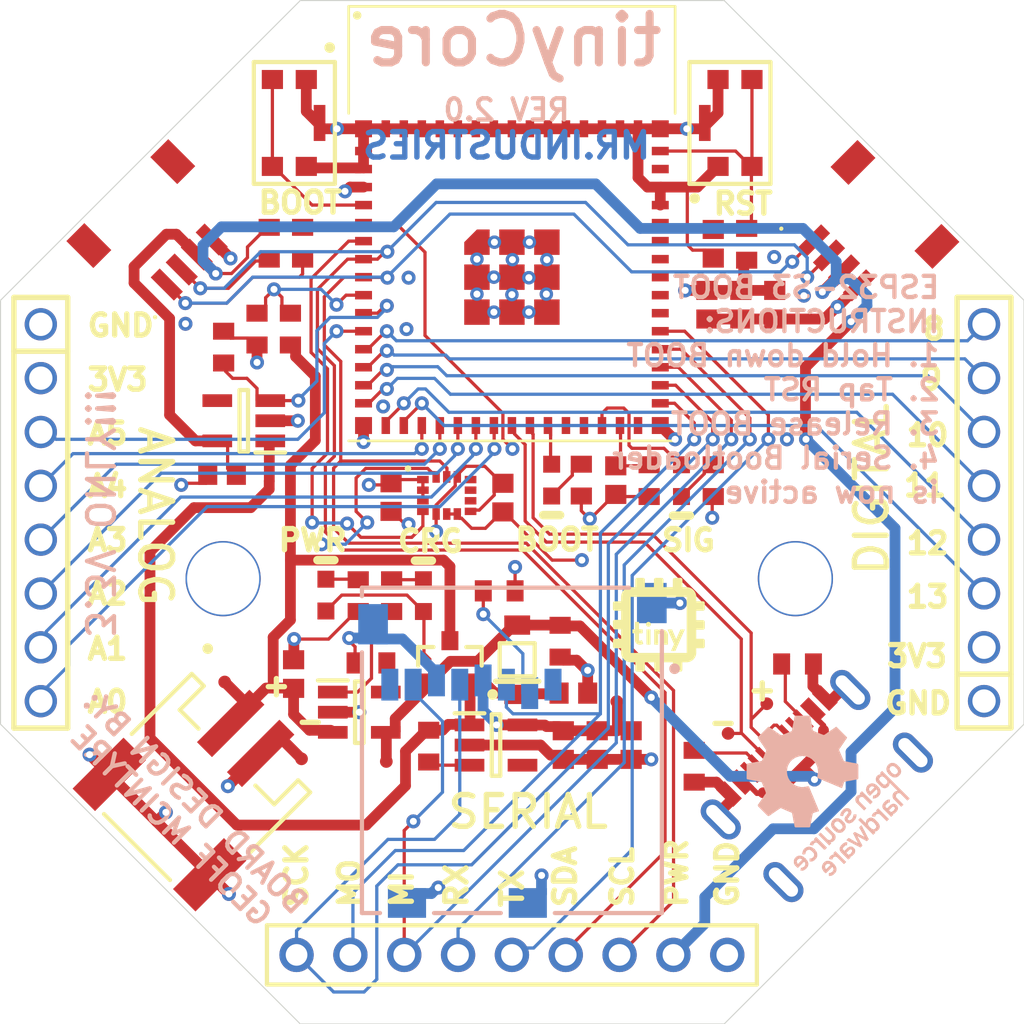
<source format=kicad_pcb>
(kicad_pcb (version 20241229) (generator "pcbnew") (generator_version "9.0")
  (layers (0 "F.Cu" signal "Top Copper") (4 "In1.Cu" signal "Signal Layer 1") (6 "In2.Cu" signal "Signal Layer 2") (2 "B.Cu" signal "Bottom Copper") (13 "F.Paste" user "Top Paste") (15 "B.Paste" user "Bottom Paste") (5 "F.SilkS" user "Top Overlay") (7 "B.SilkS" user "Bottom Overlay") (1 "F.Mask" user "Top Mask") (3 "B.Mask" user "Bottom Mask") (25 "Edge.Cuts" user))
  (property "SHEETTOTAL" "4")
  (net 0 "")
  (net 1 "INT")
  (net 2 "VSENSOR")
  (net 3 "NetPWR_2")
  (net 4 "NetR6_1")
  (net 5 "NetBOOT_2")
  (net 6 "NetC4_2")
  (net 7 "LED2")
  (net 8 "LED1")
  (net 9 "3V3")
  (net 10 "TX")
  (net 11 "RX")
  (net 12 "D+")
  (net 13 "I2C_PWR")
  (net 14 "D-")
  (net 15 "D13")
  (net 16 "D12")
  (net 17 "D11")
  (net 18 "D10")
  (net 19 "D9")
  (net 20 "D8")
  (net 21 "BOOT")
  (net 22 "A5")
  (net 23 "A4")
  (net 24 "A3")
  (net 25 "A2")
  (net 26 "A1")
  (net 27 "A0")
  (net 28 "NetCRG_2")
  (net 29 "NetB3_5")
  (net 30 "NetJ5_B5")
  (net 31 "NetJ5_A5")
  (net 32 "CHRG_STAT")
  (net 33 "VBAT")
  (net 34 "CS")
  (net 35 "SCK")
  (net 36 "MOSI")
  (net 37 "MISO")
  (net 38 "SDA")
  (net 39 "SCL")
  (net 40 "RESET")
  (net 41 "VDIV")
  (net 42 "EN")
  (net 43 "VHI")
  (net 44 "VBUS")
  (net 45 "GND")
  (footprint "Vault:ONSC-SOD-123FL-2-498-01_V" (layer "F.Cu") (at 148.734995 111.962275 90)
    (property "Reference" "D1" (hide yes))
    (property "Value" "MBR120" (hide yes))
  )
  (footprint "Vault:CAPC1608X87X35NL15T15" (layer "F.Cu") (at 142.784995 104.287275 -90)
    (property "Reference" "C6" (hide yes))
    (property "Value" "Capacitor  0.1 uF 50 V 0603" (hide yes))
  )
  (footprint "Vault:CAPC1608X87X35NL15T15" (layer "F.Cu") (at 154.109995 115.987275 90)
    (property "Reference" "C9" (hide yes))
    (property "Value" "Capacitor 10 uF +/- 0.25 uF 50 V 0603" (hide yes))
  )
  (footprint "Vault:RESC1608X55X25ML10T15" (layer "F.Cu") (at 137.034995 92.312275 -90)
    (property "Reference" "R16" (hide yes))
    (property "Value" "Resistor 4.7k +/-1% 0603 100 mW" (hide yes))
  )
  (footprint "CAPC1608X87X35NL15T15:CAPC1608X87X35NL15T15" (layer "F.Cu") (at 157.984995 92.337275 90)
    (property "Reference" "C7" (hide yes))
    (property "Value" "Capacitor 10 uF +/- 0.25 uF 50 V 0603" (hide yes))
  )
  (footprint "ECEN5730Lib_2023_05_DS (2):8_PIN_100MIL - Female" (layer "F.Cu") (at 170.759995 113.912275 90)
    (property "Reference" "J3" (hide yes))
    (property "Value" "PPTC081LFBN-RC" (hide yes))
  )
  (footprint "Vault:CAPC1608X87X35NL15T15" (layer "F.Cu") (at 153.384995 103.487275 90)
    (property "Reference" "C4" (hide yes))
    (property "Value" "Capacitor 10 uF +/- 0.25 uF 50 V 0603" (hide yes))
  )
  (footprint "Vault:AVAG-HSMX-C190_V" (layer "F.Cu") (at 150.359995 103.487275 -90)
    (property "Reference" "BOOT")
    (property "Value" "HSMA-C190" (hide yes))
  )
  (footprint "Vault:AVAG-HSMX-C190_V" (layer "F.Cu") (at 144.309995 108.937275 90)
    (property "Reference" "CRG")
    (property "Value" "HSMA-C190" (hide yes))
  )
  (footprint "RESC1608X55X25ML10T15:RESC1608X55X25ML10T15" (layer "F.Cu") (at 159.559995 92.362275 90)
    (property "Reference" "R3" (hide yes))
    (property "Value" "Resistor 4.7k +/-1% 0603 100 mW" (hide yes))
  )
  (footprint "Vault:RESC1608X55X25ML10T15" (layer "F.Cu") (at 151.759995 103.487275 -90)
    (property "Reference" "R5" (hide yes))
    (property "Value" "Resistor 1k +/-1% 0603 100 mW" (hide yes))
  )
  (footprint "Vault:RESC1608X55X25ML10T15" (layer "F.Cu") (at 134.884995 97.212275 -90)
    (property "Reference" "R13" (hide yes))
    (property "Value" "Resistor 4.7k +/-1% 0603 100 mW" (hide yes))
  )
  (footprint "Vault:TP06R" (layer "F.Cu") (at 142.559995 116.762275 90)
    (property "Reference" "TP2" (hide yes))
    (property "Value" "TPAD6R" (hide yes))
  )
  (footprint "Vault:RESC1608X55X25ML10T15" (layer "F.Cu") (at 157.984995 103.512275 -90)
    (property "Reference" "R6" (hide yes))
    (property "Value" "Resistor 1k +/-1% 0603 100 mW" (hide yes))
  )
  (footprint "CAPC1608X87X35NL15T15:CAPC1608X87X35NL15T15" (layer "F.Cu") (at 157.684995 95.212275 90)
    (property "Reference" "C1" (hide yes))
    (property "Value" "Capacitor 10 uF +/- 0.25 uF 50 V 0603" (hide yes))
  )
  (footprint "Vault:RESC1608X55X25ML10T15" (layer "F.Cu") (at 136.459995 96.362275 90)
    (property "Reference" "R12" (hide yes))
    (property "Value" "Resistor 100k +/-1% 0603 100 mW" (hide yes))
  )
  (footprint "Vault:SOT95P270X145-5N" (layer "F.Cu") (at 135.834995 100.687275 180)
    (property "Reference" "B4" (hide yes))
    (property "Value" "AP2112K-3.3TRG1" (hide yes))
  )
  (footprint "Vault:TP06R" (layer "F.Cu") (at 138.559995 116.637275 90)
    (property "Reference" "TP6" (hide yes))
    (property "Value" "TPAD6R" (hide yes))
  )
  (footprint "Vault:SOT95P270X145-5N" (layer "F.Cu") (at 141.284995 114.437275)
    (property "Reference" "B3" (hide yes))
    (property "Value" "MCP73831T-2ACI_OT" (hide yes))
  )
  (footprint "Vault:RESC1608X55X25ML10T15" (layer "F.Cu") (at 142.809995 108.937275 -90)
    (property "Reference" "R11" (hide yes))
    (property "Value" "Resistor 1k +/-1% 0603 100 mW" (hide yes))
  )
  (footprint "Vault:4390" (layer "F.Cu") (at 165.509995 91.537275 135)
    (property "Reference" "J6" (hide yes))
    (property "Value" "4208" (hide yes))
  )
  (footprint "Vault:FP-KMR211GLFS-MFG" (layer "F.Cu") (at 159.009995 86.637275 90)
    (property "Reference" "SW2" (hide yes))
    (property "Value" "KMR211GLFS" (hide yes))
  )
  (footprint "Vault:CAPC1608X87X35NL15T15" (layer "F.Cu") (at 138.184995 112.637275 -90)
    (property "Reference" "C12" (hide yes))
    (property "Value" "Capacitor 10 uF +/- 0.25 uF 50 V 0603" (hide yes))
  )
  (footprint "Vault:TP06R" (layer "F.Cu") (at 153.434995 113.937275 90)
    (property "Reference" "TP3" (hide yes))
    (property "Value" "TPAD6R" (hide yes))
  )
  (footprint "Vault:AVAG-HSMX-C190_V" (layer "F.Cu") (at 139.709995 108.912275 90)
    (property "Reference" "PWR")
    (property "Value" "HSMA-C190" (hide yes))
  )
  (footprint "Vault:USB4105-GF-A" (layer "F.Cu") (at 160.983815 116.032625 45)
    (property "Reference" "J5" (hide yes))
    (property "Value" "USB4105-GF-A" (hide yes))
  )
  (footprint "Vault:CAPC1608X87X35NL15T15" (layer "F.Cu") (at 152.509995 115.987275 90)
    (property "Reference" "C8" (hide yes))
    (property "Value" "Capacitor 10 uF +/- 0.25 uF 50 V 0603" (hide yes))
  )
  (footprint "Vault:SOT95P270X145-5N" (layer "F.Cu") (at 147.734995 115.987275)
    (property "Reference" "B2" (hide yes))
    (property "Value" "AP2112K-3.3TRG1" (hide yes))
  )
  (footprint "Vault:RESC1608X55X25ML10T15" (layer "F.Cu") (at 157.084995 116.987275 -90)
    (property "Reference" "R15" (hide yes))
    (property "Value" "Resistor 5.1k +/-1% 0603 100 mW" (hide yes))
  )
  (footprint "Vault:RESC1608X55X25ML10T15" (layer "F.Cu") (at 161.959995 112.162275)
    (property "Reference" "R14" (hide yes))
    (property "Value" "Resistor 5.1k +/-1% 0603 100 mW" (hide yes))
  )
  (footprint "" (layer "F.Cu") (at 134.859995 108.137275)
    (property "Reference" "")
    (property "Value" "")
  )
  (footprint "Vault:RESC1608X55X25ML10T15" (layer "F.Cu") (at 141.234995 108.937275 -90)
    (property "Reference" "R4" (hide yes))
    (property "Value" "Resistor 1k +/-1% 0603 100 mW" (hide yes))
  )
  (footprint "" (layer "F.Cu") (at 161.859995 108.137275)
    (property "Reference" "")
    (property "Value" "")
  )
  (footprint "ECEN5730Lib_2023_05_DS (2):JM-9_HTSW-109-07-X-S" (layer "F.Cu") (at 148.484995 125.887275)
    (property "Reference" "J4" (hide yes))
    (property "Value" "HTSW-109-07-X-SJ" (hide yes))
  )
  (footprint "Vault:RESC1608X55X25ML10T15" (layer "F.Cu") (at 141.834995 112.112275 180)
    (property "Reference" "R10" (hide yes))
    (property "Value" "Resistor 4.7k +/-1% 0603 100 mW" (hide yes))
  )
  (footprint "Vault:TP06R" (layer "F.Cu") (at 134.934995 113.012275 90)
    (property "Reference" "TP1" (hide yes))
    (property "Value" "TPAD6R" (hide yes))
  )
  (footprint "Vault:FP-SOT23-MFG" (layer "F.Cu") (at 145.559995 112.062275 90)
    (property "Reference" "Q1" (hide yes))
    (property "Value" "DMG2305UX-7" (hide yes))
  )
  (footprint "Vault:FP-KMR211GLFS-MFG" (layer "F.Cu") (at 137.984995 86.637275 -90)
    (property "Reference" "SW1" (hide yes))
    (property "Value" "KMR211GLFS" (hide yes))
  )
  (footprint "Vault:RESC1608X55X25ML10T15" (layer "F.Cu") (at 150.759995 111.087275 90)
    (property "Reference" "R8" (hide yes))
    (property "Value" "Resistor 100k +/-1% 0603 100 mW" (hide yes))
  )
  (footprint "Vault:LSM6DS3TR" (layer "F.Cu") (at 145.409995 104.212275)
    (property "Reference" "B1" (hide yes))
    (property "Value" "LSM6DS3TR" (hide yes))
  )
  (footprint "Vault:RESC1608X55X25ML10T15" (layer "F.Cu") (at 138.609995 92.312275 -90)
    (property "Reference" "R17" (hide yes))
    (property "Value" "Resistor 4.7k +/-1% 0603 100 mW" (hide yes))
  )
  (footprint "ECEN5730Lib_2023_05_DS (2):8_PIN_100MIL - Female" (layer "F.Cu") (at 126.259995 96.137275 -90)
    (property "Reference" "J2" (hide yes))
    (property "Value" "PPTC081LFBN-RC" (hide yes))
  )
  (footprint "Vault:CAPC1608X87X35NL15T15" (layer "F.Cu") (at 134.809995 103.212275)
    (property "Reference" "C13" (hide yes))
    (property "Value" "Capacitor 10 uF +/- 0.25 uF 50 V 0603" (hide yes))
  )
  (footprint "Vault:CAPC1608X87X35NL15T15" (layer "F.Cu") (at 148.059995 104.312275 90)
    (property "Reference" "C5" (hide yes))
    (property "Value" "Capacitor  0.1 uF 50 V 0603" (hide yes))
  )
  (footprint "Vault:TP06R" (layer "F.Cu") (at 160.509995 114.037275 90)
    (property "Reference" "TP4" (hide yes))
    (property "Value" "TPAD6R" (hide yes))
  )
  (footprint "Vault:CAPC1608X87X35NL15T15" (layer "F.Cu") (at 150.909995 115.987275 90)
    (property "Reference" "C10" (hide yes))
    (property "Value" "Capacitor 10 uF +/- 0.25 uF 50 V 0603" (hide yes))
  )
  (footprint "Vault:CAPC1608X87X35NL15T15" (layer "F.Cu") (at 160.884995 95.212275 90)
    (property "Reference" "C3" (hide yes))
    (property "Value" "Capacitor 10 uF +/- 0.25 uF 50 V 0603" (hide yes))
  )
  (footprint "Vault:ESP32-S3-MINI-1-N8" (layer "F.Cu") (at 148.484995 93.912275)
    (property "Reference" "U1" (hide yes))
    (property "Value" "ESP32-S3-MINI-1-N8" (hide yes))
  )
  (footprint "Vault:CAPC1608X87X35NL15T15" (layer "F.Cu") (at 151.384995 113.537275 180)
    (property "Reference" "C11" (hide yes))
    (property "Value" "Capacitor 10 uF +/- 0.25 uF 50 V 0603" (hide yes))
  )
  (footprint "Vault:4390" (layer "F.Cu") (at 131.562185 91.488265 -135)
    (property "Reference" "J7" (hide yes))
    (property "Value" "4208" (hide yes))
  )
  (footprint "Vault:JST- S2B-PH-SM4-TB(LF)(SN)-2_V" (layer "F.Cu") (at 133.484995 118.112275 -45)
    (property "Reference" "P1" (hide yes))
    (property "Value" "CN-1P-2M-R2" (hide yes))
  )
  (footprint "Vault:AVAG-HSMX-C190_V" (layer "F.Cu") (at 156.484995 103.512275 -90)
    (property "Reference" "SIG")
    (property "Value" "HSMA-C190" (hide yes))
  )
  (footprint "Vault:RESC1608X55X25ML10T15" (layer "F.Cu") (at 144.559995 116.037275 -90)
    (property "Reference" "R7" (hide yes))
    (property "Value" "Resistor 100k +/-1% 0603 100 mW" (hide yes))
  )
  (footprint "Vault:RESC1608X55X25ML10T15" (layer "F.Cu") (at 154.959995 103.512275 -90)
    (property "Reference" "R2" (hide yes))
    (property "Value" "Resistor 100k +/-1% 0603 100 mW" (hide yes))
  )
  (footprint "CAPC1608X87X35NL15T15:CAPC1608X87X35NL15T15" (layer "F.Cu") (at 159.284995 95.212275 90)
    (property "Reference" "C2" (hide yes))
    (property "Value" "Capacitor 10 uF +/- 0.25 uF 50 V 0603" (hide yes))
  )
  (footprint "Vault:RESC1608X55X25ML10T15" (layer "F.Cu") (at 147.884995 108.712275 180)
    (property "Reference" "R1" (hide yes))
    (property "Value" "Resistor 100k +/-1% 0603 100 mW" (hide yes))
  )
  (footprint "Vault:RESC1608X55X25ML10T15" (layer "F.Cu") (at 138.034995 96.362275 -90)
    (property "Reference" "R9" (hide yes))
    (property "Value" "Resistor 100k +/-1% 0603 100 mW" (hide yes))
  )
  (footprint "Vault:TP06R" (layer "F.Cu") (at 158.684995 115.437275 90)
    (property "Reference" "TP5" (hide yes))
    (property "Value" "TPAD6R" (hide yes))
  )
  (footprint "iotaCore:FP-2908-05WB-MG-MFG" (layer "B.Cu") (at 148.484995 116.237275 180)
    (property "Reference" "J1" (hide yes))
    (property "Value" "2908-05WB-MG" (hide yes))
  )
  (gr_poly (pts (xy 155.197265 110.600255) (xy 155.197265 110.548245) (xy 155.201595 110.548245) (xy 155.201595 110.543915) (xy 155.205935 110.543915) (xy 155.205935 110.539575) (xy 155.210265 110.539575) (xy 155.210265 110.535245) (xy 155.214595 110.535245) (xy 155.214595 110.530905) (xy 155.366285 110.530905) (xy 155.366285 110.535245) (xy 155.374955 110.535245) (xy 155.374955 110.539575) (xy 155.379285 110.539575) (xy 155.379285 110.543915) (xy 155.383625 110.543915) (xy 155.383625 110.552575) (xy 155.387955 110.552575) (xy 155.387955 110.556915) (xy 155.392295 110.556915) (xy 155.392295 110.552575) (xy 155.405295 110.552575) (xy 155.405295 110.548245) (xy 155.418295 110.548245) (xy 155.418295 110.543915) (xy 155.431295 110.543915) (xy 155.431295 110.539575) (xy 155.444295 110.539575) (xy 155.444295 110.535245) (xy 155.465965 110.535245) (xy 155.465965 110.530905) (xy 155.595985 110.530905) (xy 155.595985 110.535245) (xy 155.621995 110.535245) (xy 155.621995 110.539575) (xy 155.639325 110.539575) (xy 155.639325 110.543915) (xy 155.652335 110.543915) (xy 155.652335 110.548245) (xy 155.665335 110.548245) (xy 155.665335 110.552575) (xy 155.678335 110.552575) (xy 155.678335 110.556915) (xy 155.687005 110.556915) (xy 155.687005 110.561245) (xy 155.695675 110.561245) (xy 155.695675 110.565575) (xy 155.704335 110.565575) (xy 155.704335 110.569915) (xy 155.713005 110.569915) (xy 155.713005 110.574245) (xy 155.721675 110.574245) (xy 155.721675 110.578585) (xy 155.726005 110.578585) (xy 155.726005 110.582915) (xy 155.734675 110.582915) (xy 155.734675 110.587255) (xy 155.739015 110.587255) (xy 155.739015 110.591585) (xy 155.743345 110.591585) (xy 155.743345 110.595915) (xy 155.752015 110.595915) (xy 155.752015 110.600255) (xy 155.756345 110.600255) (xy 155.756345 110.604585) (xy 155.760675 110.604585) (xy 155.760675 110.608915) (xy 155.765015 110.608915) (xy 155.765015 110.613255) (xy 155.769345 110.613255) (xy 155.769345 110.617585) (xy 155.773685 110.617585) (xy 155.773685 110.621925) (xy 155.778015 110.621925) (xy 155.778015 110.626255) (xy 155.782355 110.626255) (xy 155.782355 110.630595) (xy 155.786685 110.630595) (xy 155.786685 110.639255) (xy 155.791015 110.639255) (xy 155.791015 110.643595) (xy 155.795355 110.643595) (xy 155.795355 110.647925) (xy 155.799685 110.647925) (xy 155.799685 110.652255) (xy 155.804015 110.652255) (xy 155.804015 110.660925) (xy 155.808355 110.660925) (xy 155.808355 110.665265) (xy 155.812685 110.665265) (xy 155.812685 110.673935) (xy 155.817025 110.673935) (xy 155.817025 110.682595) (xy 155.821355 110.682595) (xy 155.821355 110.691265) (xy 155.825695 110.691265) (xy 155.825695 110.704265) (xy 155.830025 110.704265) (xy 155.830025 110.712935) (xy 155.834355 110.712935) (xy 155.834355 110.730275) (xy 155.838695 110.730275) (xy 155.838695 110.747605) (xy 155.843025 110.747605) (xy 155.843025 110.769275) (xy 155.847355 110.769275) (xy 155.847355 111.237345) (xy 155.843025 111.237345) (xy 155.843025 111.241685) (xy 155.838695 111.241685) (xy 155.838695 111.250355) (xy 155.834355 111.250355) (xy 155.834355 111.254685) (xy 155.673995 111.254685) (xy 155.673995 111.250355) (xy 155.669665 111.250355) (xy 155.669665 111.241685) (xy 155.665335 111.241685) (xy 155.665335 111.237345) (xy 155.660995 111.237345) (xy 155.660995 110.795285) (xy 155.656665 110.795285) (xy 155.656665 110.777945) (xy 155.652335 110.777945) (xy 155.652335 110.769275) (xy 155.647995 110.769275) (xy 155.647995 110.760605) (xy 155.643665 110.760605) (xy 155.643665 110.751945) (xy 155.639325 110.751945) (xy 155.639325 110.747605) (xy 155.634995 110.747605) (xy 155.634995 110.743275) (xy 155.626325 110.743275) (xy 155.626325 110.738935) (xy 155.621995 110.738935) (xy 155.621995 110.734605) (xy 155.613325 110.734605) (xy 155.613325 110.730275) (xy 155.604655 110.730275) (xy 155.604655 110.725935) (xy 155.591655 110.725935) (xy 155.591655 110.721605) (xy 155.565655 110.721605) (xy 155.565655 110.717265) (xy 155.487635 110.717265) (xy 155.487635 110.721605) (xy 155.457305 110.721605) (xy 155.457305 110.725935) (xy 155.444295 110.725935) (xy 155.444295 110.730275) (xy 155.431295 110.730275) (xy 155.431295 110.734605) (xy 155.426965 110.734605) (xy 155.426965 110.738935) (xy 155.418295 110.738935) (xy 155.418295 110.743275) (xy 155.413965 110.743275) (xy 155.413965 110.747605) (xy 155.409625 110.747605) (xy 155.409625 110.751945) (xy 155.405295 110.751945) (xy 155.405295 110.756275) (xy 155.400955 110.756275) (xy 155.400955 110.760605) (xy 155.396625 110.760605) (xy 155.396625 110.769275) (xy 155.392295 110.769275) (xy 155.392295 110.782275) (xy 155.387955 110.782275) (xy 155.387955 111.233015) (xy 155.383625 111.233015) (xy 155.383625 111.241685) (xy 155.379285 111.241685) (xy 155.379285 111.246015) (xy 155.374955 111.246015) (xy 155.374955 111.250355) (xy 155.366285 111.250355) (xy 155.366285 111.254685) (xy 155.214595 111.254685) (xy 155.214595 111.250355) (xy 155.210265 111.250355) (xy 155.210265 111.246015) (xy 155.205935 111.246015) (xy 155.205935 111.241685) (xy 155.201595 111.241685) (xy 155.201595 111.237345) (xy 155.197265 111.237345) (xy 155.197265 110.604585)) (fill yes) (layer "F.SilkS"))
  (gr_poly (pts (xy 156.380435 110.660925) (xy 156.380435 110.652255) (xy 156.384775 110.652255) (xy 156.384775 110.643595) (xy 156.389105 110.643595) (xy 156.389105 110.634925) (xy 156.393445 110.634925) (xy 156.393445 110.621925) (xy 156.397775 110.621925) (xy 156.397775 110.613255) (xy 156.402115 110.613255) (xy 156.402115 110.604585) (xy 156.406445 110.604585) (xy 156.406445 110.595915) (xy 156.410775 110.595915) (xy 156.410775 110.582915) (xy 156.415115 110.582915) (xy 156.415115 110.574245) (xy 156.419445 110.574245) (xy 156.419445 110.565575) (xy 156.423775 110.565575) (xy 156.423775 110.556915) (xy 156.428115 110.556915) (xy 156.428115 110.543915) (xy 156.432445 110.543915) (xy 156.432445 110.535245) (xy 156.436785 110.535245) (xy 156.436785 110.530905) (xy 156.640475 110.530905) (xy 156.640475 110.539575) (xy 156.636145 110.539575) (xy 156.636145 110.552575) (xy 156.631815 110.552575) (xy 156.631815 110.561245) (xy 156.627475 110.561245) (xy 156.627475 110.569915) (xy 156.623145 110.569915) (xy 156.623145 110.578585) (xy 156.618805 110.578585) (xy 156.618805 110.591585) (xy 156.614475 110.591585) (xy 156.614475 110.600255) (xy 156.610145 110.600255) (xy 156.610145 110.608915) (xy 156.605805 110.608915) (xy 156.605805 110.621925) (xy 156.601475 110.621925) (xy 156.601475 110.630595) (xy 156.597135 110.630595) (xy 156.597135 110.639255) (xy 156.592805 110.639255) (xy 156.592805 110.647925) (xy 156.588475 110.647925) (xy 156.588475 110.660925) (xy 156.584135 110.660925) (xy 156.584135 110.669595) (xy 156.579805 110.669595) (xy 156.579805 110.678265) (xy 156.575465 110.678265) (xy 156.575465 110.691265) (xy 156.571135 110.691265) (xy 156.571135 110.699935) (xy 156.566805 110.699935) (xy 156.566805 110.708605) (xy 156.562465 110.708605) (xy 156.562465 110.717265) (xy 156.558135 110.717265) (xy 156.558135 110.730275) (xy 156.553795 110.730275) (xy 156.553795 110.738935) (xy 156.549465 110.738935) (xy 156.549465 110.747605) (xy 156.545135 110.747605) (xy 156.545135 110.760605) (xy 156.540795 110.760605) (xy 156.540795 110.769275) (xy 156.536465 110.769275) (xy 156.536465 110.777945) (xy 156.532125 110.777945) (xy 156.532125 110.786615) (xy 156.527795 110.786615) (xy 156.527795 110.799615) (xy 156.523465 110.799615) (xy 156.523465 110.808285) (xy 156.519125 110.808285) (xy 156.519125 110.816955) (xy 156.514795 110.816955) (xy 156.514795 110.829955) (xy 156.510455 110.829955) (xy 156.510455 110.838625) (xy 156.506125 110.838625) (xy 156.506125 110.847285) (xy 156.501795 110.847285) (xy 156.501795 110.855955) (xy 156.497455 110.855955) (xy 156.497455 110.868955) (xy 156.493125 110.868955) (xy 156.493125 110.877625) (xy 156.488785 110.877625) (xy 156.488785 110.886295) (xy 156.484455 110.886295) (xy 156.484455 110.894965) (xy 156.480125 110.894965) (xy 156.480125 110.907965) (xy 156.475785 110.907965) (xy 156.475785 110.916635) (xy 156.471455 110.916635) (xy 156.471455 110.925305) (xy 156.467115 110.925305) (xy 156.467115 110.938305) (xy 156.462785 110.938305) (xy 156.462785 110.946975) (xy 156.458455 110.946975) (xy 156.458455 110.955635) (xy 156.454115 110.955635) (xy 156.454115 110.964305) (xy 156.449785 110.964305) (xy 156.449785 110.977305) (xy 156.445455 110.977305) (xy 156.445455 110.985975) (xy 156.441115 110.985975) (xy 156.441115 110.994645) (xy 156.436785 110.994645) (xy 156.436785 111.007645) (xy 156.432445 111.007645) (xy 156.432445 111.016315) (xy 156.428115 111.016315) (xy 156.428115 111.024985) (xy 156.423775 111.024985) (xy 156.423775 111.033655) (xy 156.419445 111.033655) (xy 156.419445 111.046655) (xy 156.415115 111.046655) (xy 156.415115 111.055315) (xy 156.410775 111.055315) (xy 156.410775 111.063985) (xy 156.406445 111.063985) (xy 156.406445 111.076995) (xy 156.402115 111.076995) (xy 156.402115 111.085655) (xy 156.397775 111.085655) (xy 156.397775 111.094325) (xy 156.393445 111.094325) (xy 156.393445 111.102995) (xy 156.389105 111.102995) (xy 156.389105 111.115995) (xy 156.384775 111.115995) (xy 156.384775 111.124665) (xy 156.380435 111.124665) (xy 156.380435 111.133335) (xy 156.376105 111.133335) (xy 156.376105 111.146335) (xy 156.371775 111.146335) (xy 156.371775 111.155005) (xy 156.367435 111.155005) (xy 156.367435 111.163675) (xy 156.363105 111.163675) (xy 156.363105 111.172335) (xy 156.358775 111.172335) (xy 156.358775 111.185335) (xy 156.354435 111.185335) (xy 156.354435 111.194005) (xy 156.350105 111.194005) (xy 156.350105 111.202675) (xy 156.345765 111.202675) (xy 156.345765 111.215675) (xy 156.341435 111.215675) (xy 156.341435 111.224345) (xy 156.337095 111.224345) (xy 156.337095 111.233015) (xy 156.332765 111.233015) (xy 156.332765 111.241685) (xy 156.328435 111.241685) (xy 156.328435 111.254685) (xy 156.324095 111.254685) (xy 156.324095 111.263355) (xy 156.319765 111.263355) (xy 156.319765 111.272015) (xy 156.315435 111.272015) (xy 156.315435 111.285025) (xy 156.311095 111.285025) (xy 156.311095 111.293695) (xy 156.306765 111.293695) (xy 156.306765 111.302355) (xy 156.302425 111.302355) (xy 156.302425 111.311025) (xy 156.298095 111.311025) (xy 156.298095 111.324025) (xy 156.293755 111.324025) (xy 156.293755 111.332695) (xy 156.289425 111.332695) (xy 156.289425 111.341365) (xy 156.285095 111.341365) (xy 156.285095 111.354365) (xy 156.280755 111.354365) (xy 156.280755 111.363035) (xy 156.276425 111.363035) (xy 156.276425 111.371705) (xy 156.272095 111.371705) (xy 156.272095 111.380365) (xy 156.267755 111.380365) (xy 156.267755 111.393375) (xy 156.263425 111.393375) (xy 156.263425 111.402035) (xy 156.259085 111.402035) (xy 156.259085 111.410705) (xy 156.254755 111.410705) (xy 156.254755 111.423705) (xy 156.250415 111.423705) (xy 156.250415 111.432375) (xy 156.246085 111.432375) (xy 156.246085 111.441045) (xy 156.241755 111.441045) (xy 156.241755 111.449715) (xy 156.237415 111.449715) (xy 156.237415 111.462715) (xy 156.233085 111.462715) (xy 156.233085 111.471385) (xy 156.228755 111.471385) (xy 156.228755 111.480055) (xy 156.224415 111.480055) (xy 156.224415 111.493055) (xy 156.220085 111.493055) (xy 156.220085 111.501725) (xy 156.215745 111.501725) (xy 156.215745 111.510385) (xy 156.211415 111.510385) (xy 156.211415 111.519055) (xy 156.207075 111.519055) (xy 156.207075 111.532055) (xy 156.202745 111.532055) (xy 156.202745 111.540725) (xy 156.198415 111.540725) (xy 156.198415 111.549395) (xy 156.194075 111.549395) (xy 156.194075 111.553725) (xy 156.016385 111.553725) (xy 156.016385 111.549395) (xy 156.012055 111.549395) (xy 156.012055 111.545065) (xy 156.007715 111.545065) (xy 156.007715 111.540725) (xy 156.003385 111.540725) (xy 156.003385 111.536395) (xy 155.999045 111.536395) (xy 155.999045 111.523395) (xy 156.003385 111.523395) (xy 156.003385 111.514725) (xy 156.007715 111.514725) (xy 156.007715 111.501725) (xy 156.012055 111.501725) (xy 156.012055 111.493055) (xy 156.016385 111.493055) (xy 156.016385 111.484385) (xy 156.020715 111.484385) (xy 156.020715 111.475715) (xy 156.025055 111.475715) (xy 156.025055 111.462715) (xy 156.029385 111.462715) (xy 156.029385 111.454045) (xy 156.033725 111.454045) (xy 156.033725 111.445375) (xy 156.038055 111.445375) (xy 156.038055 111.432375) (xy 156.042385 111.432375) (xy 156.042385 111.423705) (xy 156.046725 111.423705) (xy 156.046725 111.415045) (xy 156.051055 111.415045) (xy 156.051055 111.406375) (xy 156.055395 111.406375) (xy 156.055395 111.393375) (xy 156.059725 111.393375) (xy 156.059725 111.384705) (xy 156.064055 111.384705) (xy 156.064055 111.376035) (xy 156.068395 111.376035) (xy 156.068395 111.367365) (xy 156.072725 111.367365) (xy 156.072725 111.354365) (xy 156.077065 111.354365) (xy 156.077065 111.345695) (xy 156.081395 111.345695) (xy 156.081395 111.337025) (xy 156.085725 111.337025) (xy 156.085725 111.328365) (xy 156.090065 111.328365) (xy 156.090065 111.315355) (xy 156.094395 111.315355) (xy 156.094395 111.306695) (xy 156.098735 111.306695) (xy 156.098735 111.298025) (xy 156.103065 111.298025) (xy 156.103065 111.289355) (xy 156.107395 111.289355) (xy 156.107395 111.276355) (xy 156.111735 111.276355) (xy 156.111735 111.267685) (xy 156.116065 111.267685) (xy 156.116065 111.259015) (xy 156.120405 111.259015) (xy 156.120405 111.250355) (xy 156.124735 111.250355) (xy 156.124735 111.237345) (xy 156.129065 111.237345) (xy 156.129065 111.228675) (xy 156.133405 111.228675) (xy 156.133405 111.224345) (xy 156.129065 111.224345) (xy 156.129065 111.215675) (xy 156.124735 111.215675) (xy 156.124735 111.202675) (xy 156.120405 111.202675) (xy 156.120405 111.194005) (xy 156.116065 111.194005) (xy 156.116065 111.185335) (xy 156.111735 111.185335) (xy 156.111735 111.176675) (xy 156.107395 111.176675) (xy 156.107395 111.163675) (xy 156.103065 111.163675) (xy 156.103065 111.155005) (xy 156.098735 111.155005) (xy 156.098735 111.146335) (xy 156.094395 111.146335) (xy 156.094395 111.133335) (xy 156.090065 111.133335) (xy 156.090065 111.124665) (xy 156.085725 111.124665) (xy 156.085725 111.115995) (xy 156.081395 111.115995) (xy 156.081395 111.107325) (xy 156.077065 111.107325) (xy 156.077065 111.094325) (xy 156.072725 111.094325) (xy 156.072725 111.085655) (xy 156.068395 111.085655) (xy 156.068395 111.076995) (xy 156.064055 111.076995) (xy 156.064055 111.063985) (xy 156.059725 111.063985) (xy 156.059725 111.055315) (xy 156.055395 111.055315) (xy 156.055395 111.046655) (xy 156.051055 111.046655) (xy 156.051055 111.037985) (xy 156.046725 111.037985) (xy 156.046725 111.024985) (xy 156.042385 111.024985) (xy 156.042385 111.016315) (xy 156.038055 111.016315) (xy 156.038055 111.007645) (xy 156.033725 111.007645) (xy 156.033725 110.994645) (xy 156.029385 110.994645) (xy 156.029385 110.985975) (xy 156.025055 110.985975) (xy 156.025055 110.977305) (xy 156.020715 110.977305) (xy 156.020715 110.968645) (xy 156.016385 110.968645) (xy 156.016385 110.955635) (xy 156.012055 110.955635) (xy 156.012055 110.946975) (xy 156.007715 110.946975) (xy 156.007715 110.938305) (xy 156.003385 110.938305) (xy 156.003385 110.925305) (xy 155.999045 110.925305) (xy 155.999045 110.916635) (xy 155.994715 110.916635) (xy 155.994715 110.907965) (xy 155.990385 110.907965) (xy 155.990385 110.899295) (xy 155.986045 110.899295) (xy 155.986045 110.886295) (xy 155.981715 110.886295) (xy 155.981715 110.877625) (xy 155.977375 110.877625) (xy 155.977375 110.868955) (xy 155.973045 110.868955) (xy 155.973045 110.855955) (xy 155.968715 110.855955) (xy 155.968715 110.847285) (xy 155.964375 110.847285) (xy 155.964375 110.838625) (xy 155.960045 110.838625) (xy 155.960045 110.829955) (xy 155.955705 110.829955) (xy 155.955705 110.816955) (xy 155.951375 110.816955) (xy 155.951375 110.808285) (xy 155.947045 110.808285) (xy 155.947045 110.799615) (xy 155.942705 110.799615) (xy 155.942705 110.786615) (xy 155.938375 110.786615) (xy 155.938375 110.777945) (xy 155.934035 110.777945) (xy 155.934035 110.769275) (xy 155.929705 110.769275) (xy 155.929705 110.760605) (xy 155.925375 110.760605) (xy 155.925375 110.747605) (xy 155.921035 110.747605) (xy 155.921035 110.738935) (xy 155.916705 110.738935) (xy 155.916705 110.730275) (xy 155.912365 110.730275) (xy 155.912365 110.717265) (xy 155.908035 110.717265) (xy 155.908035 110.708605) (xy 155.903705 110.708605) (xy 155.903705 110.699935) (xy 155.899365 110.699935) (xy 155.899365 110.691265) (xy 155.895035 110.691265) (xy 155.895035 110.678265) (xy 155.890695 110.678265) (xy 155.890695 110.669595) (xy 155.886365 110.669595) (xy 155.886365 110.660925) (xy 155.882035 110.660925) (xy 155.882035 110.652255) (xy 155.877695 110.652255) (xy 155.877695 110.639255) (xy 155.873365 110.639255) (xy 155.873365 110.630595) (xy 155.869025 110.630595) (xy 155.869025 110.621925) (xy 155.864695 110.621925) (xy 155.864695 110.608915) (xy 155.860365 110.608915) (xy 155.860365 110.600255) (xy 155.856025 110.600255) (xy 155.856025 110.591585) (xy 155.851695 110.591585) (xy 155.851695 110.582915) (xy 155.847355 110.582915) (xy 155.847355 110.569915) (xy 155.843025 110.569915) (xy 155.843025 110.561245) (xy 155.838695 110.561245) (xy 155.838695 110.552575) (xy 155.834355 110.552575) (xy 155.834355 110.539575) (xy 155.830025 110.539575) (xy 155.830025 110.530905) (xy 156.038055 110.530905) (xy 156.038055 110.535245) (xy 156.042385 110.535245) (xy 156.042385 110.539575) (xy 156.046725 110.539575) (xy 156.046725 110.548245) (xy 156.051055 110.548245) (xy 156.051055 110.561245) (xy 156.055395 110.561245) (xy 156.055395 110.569915) (xy 156.059725 110.569915) (xy 156.059725 110.578585) (xy 156.064055 110.578585) (xy 156.064055 110.591585) (xy 156.068395 110.591585) (xy 156.068395 110.600255) (xy 156.072725 110.600255) (xy 156.072725 110.608915) (xy 156.077065 110.608915) (xy 156.077065 110.621925) (xy 156.081395 110.621925) (xy 156.081395 110.630595) (xy 156.085725 110.630595) (xy 156.085725 110.643595) (xy 156.090065 110.643595) (xy 156.090065 110.652255) (xy 156.094395 110.652255) (xy 156.094395 110.660925) (xy 156.098735 110.660925) (xy 156.098735 110.673935) (xy 156.103065 110.673935) (xy 156.103065 110.682595) (xy 156.107395 110.682595) (xy 156.107395 110.691265) (xy 156.111735 110.691265) (xy 156.111735 110.704265) (xy 156.116065 110.704265) (xy 156.116065 110.712935) (xy 156.120405 110.712935) (xy 156.120405 110.721605) (xy 156.124735 110.721605) (xy 156.124735 110.734605) (xy 156.129065 110.734605) (xy 156.129065 110.743275) (xy 156.133405 110.743275) (xy 156.133405 110.756275) (xy 156.137735 110.756275) (xy 156.137735 110.764945) (xy 156.142075 110.764945) (xy 156.142075 110.773615) (xy 156.146405 110.773615) (xy 156.146405 110.786615) (xy 156.150735 110.786615) (xy 156.150735 110.795285) (xy 156.155075 110.795285) (xy 156.155075 110.803945) (xy 156.159405 110.803945) (xy 156.159405 110.816955) (xy 156.163735 110.816955) (xy 156.163735 110.825615) (xy 156.168075 110.825615) (xy 156.168075 110.834285) (xy 156.172405 110.834285) (xy 156.172405 110.847285) (xy 156.176745 110.847285) (xy 156.176745 110.855955) (xy 156.181075 110.855955) (xy 156.181075 110.868955) (xy 156.185415 110.868955) (xy 156.185415 110.877625) (xy 156.189745 110.877625) (xy 156.189745 110.886295) (xy 156.194075 110.886295) (xy 156.194075 110.899295) (xy 156.198415 110.899295) (xy 156.198415 110.907965) (xy 156.202745 110.907965) (xy 156.202745 110.916635) (xy 156.207075 110.916635) (xy 156.207075 110.929635) (xy 156.211415 110.929635) (xy 156.211415 110.938305) (xy 156.215745 110.938305) (xy 156.215745 110.946975) (xy 156.220085 110.946975) (xy 156.220085 110.959975) (xy 156.224415 110.959975) (xy 156.224415 110.968645) (xy 156.228755 110.968645) (xy 156.228755 110.977305) (xy 156.233085 110.977305) (xy 156.233085 110.985975) (xy 156.237415 110.985975) (xy 156.237415 110.977305) (xy 156.241755 110.977305) (xy 156.241755 110.968645) (xy 156.246085 110.968645) (xy 156.246085 110.959975) (xy 156.250415 110.959975) (xy 156.250415 110.946975) (xy 156.254755 110.946975) (xy 156.254755 110.938305) (xy 156.259085 110.938305) (xy 156.259085 110.929635) (xy 156.263425 110.929635) (xy 156.263425 110.920965) (xy 156.267755 110.920965) (xy 156.267755 110.907965) (xy 156.272095 110.907965) (xy 156.272095 110.899295) (xy 156.276425 110.899295) (xy 156.276425 110.890625) (xy 156.280755 110.890625) (xy 156.280755 110.881965) (xy 156.285095 110.881965) (xy 156.285095 110.868955) (xy 156.289425 110.868955) (xy 156.289425 110.860295) (xy 156.293755 110.860295) (xy 156.293755 110.851625) (xy 156.298095 110.851625) (xy 156.298095 110.838625) (xy 156.302425 110.838625) (xy 156.302425 110.829955) (xy 156.306765 110.829955) (xy 156.306765 110.821285) (xy 156.311095 110.821285) (xy 156.311095 110.812615) (xy 156.315435 110.812615) (xy 156.315435 110.799615) (xy 156.319765 110.799615) (xy 156.319765 110.790945) (xy 156.324095 110.790945) (xy 156.324095 110.782275) (xy 156.328435 110.782275) (xy 156.328435 110.773615) (xy 156.332765 110.773615) (xy 156.332765 110.760605) (xy 156.337095 110.760605) (xy 156.337095 110.751945) (xy 156.341435 110.751945) (xy 156.341435 110.743275) (xy 156.345765 110.743275) (xy 156.345765 110.730275) (xy 156.350105 110.730275) (xy 156.350105 110.721605) (xy 156.354435 110.721605) (xy 156.354435 110.712935) (xy 156.358775 110.712935) (xy 156.358775 110.704265) (xy 156.363105 110.704265) (xy 156.363105 110.691265) (xy 156.367435 110.691265) (xy 156.367435 110.682595) (xy 156.371775 110.682595) (xy 156.371775 110.673935) (xy 156.376105 110.673935) (xy 156.376105 110.665265) (xy 156.380435 110.665265)) (fill yes) (layer "F.SilkS"))
  (gr_poly (pts (xy 155.023905 110.860295) (xy 155.023905 111.237345) (xy 155.019565 111.237345) (xy 155.019565 111.241685) (xy 155.015235 111.241685) (xy 155.015235 111.246015) (xy 155.010895 111.246015) (xy 155.010895 111.250355) (xy 155.006565 111.250355) (xy 155.006565 111.254685) (xy 154.850545 111.254685) (xy 154.850545 111.250355) (xy 154.846205 111.250355) (xy 154.846205 111.246015) (xy 154.841875 111.246015) (xy 154.841875 111.241685) (xy 154.837545 111.241685) (xy 154.837545 111.237345) (xy 154.833205 111.237345) (xy 154.833205 110.530905) (xy 155.023905 110.530905) (xy 155.023905 110.855955)) (fill yes) (layer "F.SilkS"))
  (gr_poly (pts (xy 154.343465 111.176675) (xy 154.343465 111.172335) (xy 154.339135 111.172335) (xy 154.339135 111.168005) (xy 154.334795 111.168005) (xy 154.334795 111.159335) (xy 154.330465 111.159335) (xy 154.330465 111.155005) (xy 154.326135 111.155005) (xy 154.326135 111.150665) (xy 154.321795 111.150665) (xy 154.321795 111.141995) (xy 154.317465 111.141995) (xy 154.317465 111.133335) (xy 154.313125 111.133335) (xy 154.313125 111.124665) (xy 154.308795 111.124665) (xy 154.308795 111.111665) (xy 154.304455 111.111665) (xy 154.304455 111.098655) (xy 154.300125 111.098655) (xy 154.300125 111.081325) (xy 154.295795 111.081325) (xy 154.295795 111.055315) (xy 154.291455 111.055315) (xy 154.291455 110.717265) (xy 154.178775 110.717265) (xy 154.178775 110.712935) (xy 154.170105 110.712935) (xy 154.170105 110.535245) (xy 154.174445 110.535245) (xy 154.174445 110.530905) (xy 154.291455 110.530905) (xy 154.291455 110.175525) (xy 154.469155 110.175525) (xy 154.469155 110.179855) (xy 154.473485 110.179855) (xy 154.473485 110.184185) (xy 154.477815 110.184185) (xy 154.477815 110.188525) (xy 154.482155 110.188525) (xy 154.482155 110.526575) (xy 154.638175 110.526575) (xy 154.638175 110.530905) (xy 154.642515 110.530905) (xy 154.642515 110.535245) (xy 154.646845 110.535245) (xy 154.646845 110.539575) (xy 154.651175 110.539575) (xy 154.651175 110.543915) (xy 154.655515 110.543915) (xy 154.655515 110.704265) (xy 154.651175 110.704265) (xy 154.651175 110.708605) (xy 154.646845 110.708605) (xy 154.646845 110.712935) (xy 154.642515 110.712935) (xy 154.642515 110.717265) (xy 154.482155 110.717265) (xy 154.482155 111.046655) (xy 154.486485 111.046655) (xy 154.486485 111.055315) (xy 154.495155 111.055315) (xy 154.495155 111.059655) (xy 154.503825 111.059655) (xy 154.503825 111.063985) (xy 154.542835 111.063985) (xy 154.542835 111.059655) (xy 154.560165 111.059655) (xy 154.560165 111.055315) (xy 154.573165 111.055315) (xy 154.573165 111.050985) (xy 154.586165 111.050985) (xy 154.586165 111.046655) (xy 154.594835 111.046655) (xy 154.594835 111.042315) (xy 154.603505 111.042315) (xy 154.603505 111.037985) (xy 154.612175 111.037985) (xy 154.612175 111.033655) (xy 154.616505 111.033655) (xy 154.616505 111.037985) (xy 154.620845 111.037985) (xy 154.620845 111.050985) (xy 154.625175 111.050985) (xy 154.625175 111.059655) (xy 154.629505 111.059655) (xy 154.629505 111.072655) (xy 154.633845 111.072655) (xy 154.633845 111.081325) (xy 154.638175 111.081325) (xy 154.638175 111.094325) (xy 154.642515 111.094325) (xy 154.642515 111.102995) (xy 154.646845 111.102995) (xy 154.646845 111.115995) (xy 154.651175 111.115995) (xy 154.651175 111.124665) (xy 154.655515 111.124665) (xy 154.655515 111.137665) (xy 154.659845 111.137665) (xy 154.659845 111.146335) (xy 154.664185 111.146335) (xy 154.664185 111.159335) (xy 154.668515 111.159335) (xy 154.668515 111.168005) (xy 154.672845 111.168005) (xy 154.672845 111.181005) (xy 154.677185 111.181005) (xy 154.677185 111.189675) (xy 154.681515 111.189675) (xy 154.681515 111.202675) (xy 154.685855 111.202675) (xy 154.685855 111.211345) (xy 154.681515 111.211345) (xy 154.681515 111.215675) (xy 154.672845 111.215675) (xy 154.672845 111.220015) (xy 154.664185 111.220015) (xy 154.664185 111.224345) (xy 154.651175 111.224345) (xy 154.651175 111.228675) (xy 154.638175 111.228675) (xy 154.638175 111.233015) (xy 154.625175 111.233015) (xy 154.625175 111.237345) (xy 154.612175 111.237345) (xy 154.612175 111.241685) (xy 154.594835 111.241685) (xy 154.594835 111.246015) (xy 154.573165 111.246015) (xy 154.573165 111.250355) (xy 154.538495 111.250355) (xy 154.538495 111.254685) (xy 154.499495 111.254685) (xy 154.499495 111.250355) (xy 154.469155 111.250355) (xy 154.469155 111.246015) (xy 154.451815 111.246015) (xy 154.451815 111.241685) (xy 154.438815 111.241685) (xy 154.438815 111.237345) (xy 154.430145 111.237345) (xy 154.430145 111.233015) (xy 154.417145 111.233015) (xy 154.417145 111.228675) (xy 154.408475 111.228675) (xy 154.408475 111.224345) (xy 154.399805 111.224345) (xy 154.399805 111.220015) (xy 154.395475 111.220015) (xy 154.395475 111.215675) (xy 154.386805 111.215675) (xy 154.386805 111.211345) (xy 154.382475 111.211345) (xy 154.382475 111.207015) (xy 154.373805 111.207015) (xy 154.373805 111.202675) (xy 154.369475 111.202675) (xy 154.369475 111.198345) (xy 154.365135 111.198345) (xy 154.365135 111.194005) (xy 154.360805 111.194005) (xy 154.360805 111.189675) (xy 154.356465 111.189675) (xy 154.356465 111.185335) (xy 154.347795 111.185335) (xy 154.347795 111.176675)) (fill yes) (layer "F.SilkS"))
  (gr_poly (pts (xy 154.815875 110.314205) (xy 154.815875 110.305545) (xy 154.811535 110.305545) (xy 154.811535 110.270865) (xy 154.815875 110.270865) (xy 154.815875 110.253535) (xy 154.820205 110.253535) (xy 154.820205 110.240535) (xy 154.824535 110.240535) (xy 154.824535 110.236195) (xy 154.828875 110.236195) (xy 154.828875 110.227525) (xy 154.833205 110.227525) (xy 154.833205 110.218865) (xy 154.837545 110.218865) (xy 154.837545 110.214525) (xy 154.841875 110.214525) (xy 154.841875 110.210195) (xy 154.846205 110.210195) (xy 154.846205 110.205855) (xy 154.850545 110.205855) (xy 154.850545 110.201525) (xy 154.854875 110.201525) (xy 154.854875 110.197195) (xy 154.863545 110.197195) (xy 154.863545 110.192855) (xy 154.867875 110.192855) (xy 154.867875 110.188525) (xy 154.876545 110.188525) (xy 154.876545 110.184185) (xy 154.885215 110.184185) (xy 154.885215 110.179855) (xy 154.902555 110.179855) (xy 154.902555 110.175525) (xy 154.954555 110.175525) (xy 154.954555 110.179855) (xy 154.967555 110.179855) (xy 154.967555 110.184185) (xy 154.980565 110.184185) (xy 154.980565 110.188525) (xy 154.984895 110.188525) (xy 154.984895 110.192855) (xy 154.993565 110.192855) (xy 154.993565 110.197195) (xy 154.997895 110.197195) (xy 154.997895 110.201525) (xy 155.002235 110.201525) (xy 155.002235 110.205855) (xy 155.010895 110.205855) (xy 155.010895 110.214525) (xy 155.015235 110.214525) (xy 155.015235 110.218865) (xy 155.019565 110.218865) (xy 155.019565 110.223195) (xy 155.023905 110.223195) (xy 155.023905 110.231865) (xy 155.028235 110.231865) (xy 155.028235 110.236195) (xy 155.032575 110.236195) (xy 155.032575 110.249195) (xy 155.036905 110.249195) (xy 155.036905 110.262205) (xy 155.041235 110.262205) (xy 155.041235 110.318545) (xy 155.036905 110.318545) (xy 155.036905 110.331545) (xy 155.032575 110.331545) (xy 155.032575 110.340215) (xy 155.028235 110.340215) (xy 155.028235 110.348875) (xy 155.023905 110.348875) (xy 155.023905 110.357545) (xy 155.019565 110.357545) (xy 155.019565 110.361885) (xy 155.015235 110.361885) (xy 155.015235 110.366215) (xy 155.010895 110.366215) (xy 155.010895 110.370555) (xy 155.006565 110.370555) (xy 155.006565 110.374885) (xy 155.002235 110.374885) (xy 155.002235 110.379215) (xy 154.997895 110.379215) (xy 154.997895 110.383555) (xy 154.989235 110.383555) (xy 154.989235 110.387885) (xy 154.984895 110.387885) (xy 154.984895 110.392215) (xy 154.976225 110.392215) (xy 154.976225 110.396555) (xy 154.963225 110.396555) (xy 154.963225 110.400885) (xy 154.950225 110.400885) (xy 154.950225 110.405225) (xy 154.906885 110.405225) (xy 154.906885 110.400885) (xy 154.889545 110.400885) (xy 154.889545 110.396555) (xy 154.880875 110.396555) (xy 154.880875 110.392215) (xy 154.872215 110.392215) (xy 154.872215 110.387885) (xy 154.863545 110.387885) (xy 154.863545 110.383555) (xy 154.859215 110.383555) (xy 154.859215 110.379215) (xy 154.854875 110.379215) (xy 154.854875 110.374885) (xy 154.846205 110.374885) (xy 154.846205 110.370555) (xy 154.841875 110.370555) (xy 154.841875 110.361885) (xy 154.837545 110.361885) (xy 154.837545 110.357545) (xy 154.833205 110.357545) (xy 154.833205 110.353215) (xy 154.828875 110.353215) (xy 154.828875 110.344545) (xy 154.824535 110.344545) (xy 154.824535 110.335875) (xy 154.820205 110.335875) (xy 154.820205 110.322875) (xy 154.815875 110.322875) (xy 154.815875 110.318545)) (fill yes) (layer "F.SilkS"))
  (gr_poly (pts (xy 154.690185 108.103875) (xy 154.703185 108.103875) (xy 154.703185 108.108215) (xy 154.711855 108.108215) (xy 154.711855 108.112545) (xy 154.720525 108.112545) (xy 154.720525 108.116875) (xy 154.724855 108.116875) (xy 154.724855 108.121215) (xy 154.729195 108.121215) (xy 154.729195 108.125545) (xy 154.733525 108.125545) (xy 154.733525 108.129875) (xy 154.737855 108.129875) (xy 154.737855 108.134215) (xy 154.742195 108.134215) (xy 154.742195 108.138545) (xy 154.746525 108.138545) (xy 154.746525 108.147215) (xy 154.750865 108.147215) (xy 154.750865 108.155885) (xy 154.755195 108.155885) (xy 154.755195 108.173215) (xy 154.759525 108.173215) (xy 154.759525 108.537275) (xy 155.184255 108.537275) (xy 155.184255 108.181885) (xy 155.188595 108.181885) (xy 155.188595 108.160215) (xy 155.192925 108.160215) (xy 155.192925 108.147215) (xy 155.197265 108.147215) (xy 155.197265 108.142885) (xy 155.201595 108.142885) (xy 155.201595 108.134215) (xy 155.205935 108.134215) (xy 155.205935 108.129875) (xy 155.210265 108.129875) (xy 155.210265 108.125545) (xy 155.214595 108.125545) (xy 155.214595 108.121215) (xy 155.218935 108.121215) (xy 155.218935 108.116875) (xy 155.223265 108.116875) (xy 155.223265 108.112545) (xy 155.231935 108.112545) (xy 155.231935 108.108215) (xy 155.240605 108.108215) (xy 155.240605 108.103875) (xy 155.253605 108.103875) (xy 155.253605 108.099545) (xy 155.569985 108.099545) (xy 155.569985 108.103875) (xy 155.582985 108.103875) (xy 155.582985 108.108215) (xy 155.591655 108.108215) (xy 155.591655 108.112545) (xy 155.595985 108.112545) (xy 155.595985 108.116875) (xy 155.600325 108.116875) (xy 155.600325 108.121215) (xy 155.608995 108.121215) (xy 155.608995 108.125545) (xy 155.613325 108.125545) (xy 155.613325 108.134215) (xy 155.617655 108.134215) (xy 155.617655 108.138545) (xy 155.621995 108.138545) (xy 155.621995 108.147215) (xy 155.626325 108.147215) (xy 155.626325 108.155885) (xy 155.630655 108.155885) (xy 155.630655 108.168885) (xy 155.634995 108.168885) (xy 155.634995 108.537275) (xy 156.077065 108.537275) (xy 156.077065 108.173215) (xy 156.081395 108.173215) (xy 156.081395 108.155885) (xy 156.085725 108.155885) (xy 156.085725 108.147215) (xy 156.090065 108.147215) (xy 156.090065 108.138545) (xy 156.094395 108.138545) (xy 156.094395 108.134215) (xy 156.098735 108.134215) (xy 156.098735 108.129875) (xy 156.103065 108.129875) (xy 156.103065 108.125545) (xy 156.107395 108.125545) (xy 156.107395 108.121215) (xy 156.111735 108.121215) (xy 156.111735 108.116875) (xy 156.116065 108.116875) (xy 156.116065 108.112545) (xy 156.124735 108.112545) (xy 156.124735 108.108215) (xy 156.133405 108.108215) (xy 156.133405 108.103875) (xy 156.146405 108.103875) (xy 156.146405 108.099545) (xy 156.458455 108.099545) (xy 156.458455 108.103875) (xy 156.471455 108.103875) (xy 156.471455 108.108215) (xy 156.480125 108.108215) (xy 156.480125 108.112545) (xy 156.488785 108.112545) (xy 156.488785 108.116875) (xy 156.493125 108.116875) (xy 156.493125 108.121215) (xy 156.497455 108.121215) (xy 156.497455 108.125545) (xy 156.501795 108.125545) (xy 156.501795 108.129875) (xy 156.506125 108.129875) (xy 156.506125 108.134215) (xy 156.510455 108.134215) (xy 156.510455 108.138545) (xy 156.514795 108.138545) (xy 156.514795 108.147215) (xy 156.519125 108.147215) (xy 156.519125 108.160215) (xy 156.523465 108.160215) (xy 156.523465 108.177555) (xy 156.527795 108.177555) (xy 156.527795 108.537275) (xy 156.774835 108.537275) (xy 156.774835 108.541605) (xy 156.805175 108.541605) (xy 156.805175 108.545945) (xy 156.822505 108.545945) (xy 156.822505 108.550275) (xy 156.839845 108.550275) (xy 156.839845 108.554615) (xy 156.857175 108.554615) (xy 156.857175 108.558945) (xy 156.870175 108.558945) (xy 156.870175 108.563275) (xy 156.883185 108.563275) (xy 156.883185 108.567615) (xy 156.891855 108.567615) (xy 156.891855 108.571945) (xy 156.904855 108.571945) (xy 156.904855 108.576275) (xy 156.913515 108.576275) (xy 156.913515 108.580615) (xy 156.922185 108.580615) (xy 156.922185 108.584945) (xy 156.930855 108.584945) (xy 156.930855 108.589285) (xy 156.939525 108.589285) (xy 156.939525 108.593615) (xy 156.948195 108.593615) (xy 156.948195 108.597955) (xy 156.956855 108.597955) (xy 156.956855 108.602285) (xy 156.961195 108.602285) (xy 156.961195 108.606615) (xy 156.969865 108.606615) (xy 156.969865 108.610955) (xy 156.978535 108.610955) (xy 156.978535 108.615285) (xy 156.982865 108.615285) (xy 156.982865 108.619615) (xy 156.987195 108.619615) (xy 156.987195 108.623955) (xy 156.995865 108.623955) (xy 156.995865 108.628285) (xy 157.000195 108.628285) (xy 157.000195 108.632625) (xy 157.004535 108.632625) (xy 157.004535 108.636955) (xy 157.013205 108.636955) (xy 157.013205 108.641295) (xy 157.017535 108.641295) (xy 157.017535 108.645625) (xy 157.021875 108.645625) (xy 157.021875 108.649955) (xy 157.026205 108.649955) (xy 157.026205 108.654295) (xy 157.030535 108.654295) (xy 157.030535 108.658625) (xy 157.034875 108.658625) (xy 157.034875 108.662955) (xy 157.043535 108.662955) (xy 157.043535 108.667295) (xy 157.047875 108.667295) (xy 157.047875 108.671625) (xy 157.052205 108.671625) (xy 157.052205 108.675965) (xy 157.056545 108.675965) (xy 157.056545 108.684635) (xy 157.060875 108.684635) (xy 157.060875 108.688965) (xy 157.065215 108.688965) (xy 157.065215 108.693295) (xy 157.069545 108.693295) (xy 157.069545 108.697635) (xy 157.073875 108.697635) (xy 157.073875 108.701965) (xy 157.078215 108.701965) (xy 157.078215 108.706295) (xy 157.082545 108.706295) (xy 157.082545 108.710635) (xy 157.086875 108.710635) (xy 157.086875 108.719305) (xy 157.091215 108.719305) (xy 157.091215 108.723635) (xy 157.095545 108.723635) (xy 157.095545 108.727975) (xy 157.099885 108.727975) (xy 157.099885 108.736635) (xy 157.104215 108.736635) (xy 157.104215 108.740975) (xy 157.108555 108.740975) (xy 157.108555 108.749635) (xy 157.112885 108.749635) (xy 157.112885 108.753975) (xy 157.117215 108.753975) (xy 157.117215 108.762645) (xy 157.121555 108.762645) (xy 157.121555 108.771315) (xy 157.125885 108.771315) (xy 157.125885 108.779975) (xy 157.130215 108.779975) (xy 157.130215 108.788645) (xy 157.134555 108.788645) (xy 157.134555 108.797315) (xy 157.138885 108.797315) (xy 157.138885 108.805985) (xy 157.143225 108.805985) (xy 157.143225 108.814645) (xy 157.147555 108.814645) (xy 157.147555 108.823315) (xy 157.151885 108.823315) (xy 157.151885 108.836315) (xy 157.156225 108.836315) (xy 157.156225 108.849325) (xy 157.160555 108.849325) (xy 157.160555 108.862325) (xy 157.164895 108.862325) (xy 157.164895 108.875325) (xy 157.169225 108.875325) (xy 157.169225 108.892665) (xy 157.173555 108.892665) (xy 157.173555 108.914335) (xy 157.177895 108.914335) (xy 157.177895 108.940335) (xy 157.182225 108.940335) (xy 157.182225 109.204705) (xy 157.520275 109.204705) (xy 157.520275 109.209045) (xy 157.533275 109.209045) (xy 157.533275 109.213375) (xy 157.541945 109.213375) (xy 157.541945 109.217715) (xy 157.546285 109.217715) (xy 157.546285 109.222045) (xy 157.554955 109.222045) (xy 157.554955 109.226375) (xy 157.559285 109.226375) (xy 157.559285 109.230715) (xy 157.563615 109.230715) (xy 157.563615 109.235045) (xy 157.567955 109.235045) (xy 157.567955 109.243715) (xy 157.572285 109.243715) (xy 157.572285 109.248045) (xy 157.576615 109.248045) (xy 157.576615 109.256715) (xy 157.580955 109.256715) (xy 157.580955 109.269715) (xy 157.585285 109.269715) (xy 157.585285 109.586095) (xy 157.580955 109.586095) (xy 157.580955 109.599105) (xy 157.576615 109.599105) (xy 157.576615 109.607765) (xy 157.572285 109.607765) (xy 157.572285 109.612105) (xy 157.567955 109.612105) (xy 157.567955 109.620775) (xy 157.563615 109.620775) (xy 157.563615 109.625105) (xy 157.559285 109.625105) (xy 157.559285 109.629435) (xy 157.554955 109.629435) (xy 157.554955 109.633775) (xy 157.546285 109.633775) (xy 157.546285 109.638105) (xy 157.541945 109.638105) (xy 157.541945 109.642445) (xy 157.533275 109.642445) (xy 157.533275 109.646775) (xy 157.520275 109.646775) (xy 157.520275 109.651105) (xy 157.182225 109.651105) (xy 157.182225 110.093175) (xy 157.502945 110.093175) (xy 157.502945 110.097505) (xy 157.524615 110.097505) (xy 157.524615 110.101845) (xy 157.537615 110.101845) (xy 157.537615 110.106175) (xy 157.541945 110.106175) (xy 157.541945 110.110515) (xy 157.550615 110.110515) (xy 157.550615 110.114845) (xy 157.554955 110.114845) (xy 157.554955 110.119175) (xy 157.559285 110.119175) (xy 157.559285 110.123515) (xy 157.563615 110.123515) (xy 157.563615 110.127845) (xy 157.567955 110.127845) (xy 157.567955 110.132185) (xy 157.572285 110.132185) (xy 157.572285 110.140845) (xy 157.576615 110.140845) (xy 157.576615 110.149515) (xy 157.580955 110.149515) (xy 157.580955 110.162515) (xy 157.585285 110.162515) (xy 157.585285 110.478895) (xy 157.580955 110.478895) (xy 157.580955 110.491905) (xy 157.576615 110.491905) (xy 157.576615 110.500575) (xy 157.572285 110.500575) (xy 157.572285 110.504905) (xy 157.567955 110.504905) (xy 157.567955 110.509235) (xy 157.563615 110.509235) (xy 157.563615 110.517905) (xy 157.559285 110.517905) (xy 157.559285 110.522235) (xy 157.550615 110.522235) (xy 157.550615 110.526575) (xy 157.546285 110.526575) (xy 157.546285 110.530905) (xy 157.537615 110.530905) (xy 157.537615 110.535245) (xy 157.528945 110.535245) (xy 157.528945 110.539575) (xy 157.515945 110.539575) (xy 157.515945 110.543915) (xy 157.182225 110.543915) (xy 157.182225 110.972975) (xy 157.520275 110.972975) (xy 157.520275 110.977305) (xy 157.533275 110.977305) (xy 157.533275 110.981645) (xy 157.541945 110.981645) (xy 157.541945 110.985975) (xy 157.550615 110.985975) (xy 157.550615 110.990315) (xy 157.554955 110.990315) (xy 157.554955 110.994645) (xy 157.559285 110.994645) (xy 157.559285 110.998975) (xy 157.563615 110.998975) (xy 157.563615 111.003315) (xy 157.567955 111.003315) (xy 157.567955 111.007645) (xy 157.572285 111.007645) (xy 157.572285 111.016315) (xy 157.576615 111.016315) (xy 157.576615 111.024985) (xy 157.580955 111.024985) (xy 157.580955 111.037985) (xy 157.585285 111.037985) (xy 157.585285 111.354365) (xy 157.580955 111.354365) (xy 157.580955 111.367365) (xy 157.576615 111.367365) (xy 157.576615 111.376035) (xy 157.572285 111.376035) (xy 157.572285 111.380365) (xy 157.567955 111.380365) (xy 157.567955 111.389035) (xy 157.563615 111.389035) (xy 157.563615 111.393375) (xy 157.559285 111.393375) (xy 157.559285 111.397705) (xy 157.554955 111.397705) (xy 157.554955 111.402035) (xy 157.546285 111.402035) (xy 157.546285 111.406375) (xy 157.541945 111.406375) (xy 157.541945 111.410705) (xy 157.533275 111.410705) (xy 157.533275 111.415045) (xy 157.520275 111.415045) (xy 157.520275 111.419375) (xy 157.182225 111.419375) (xy 157.182225 111.679415) (xy 157.177895 111.679415) (xy 157.177895 111.705415) (xy 157.173555 111.705415) (xy 157.173555 111.727085) (xy 157.169225 111.727085) (xy 157.169225 111.744425) (xy 157.164895 111.744425) (xy 157.164895 111.757425) (xy 157.160555 111.757425) (xy 157.160555 111.770425) (xy 157.156225 111.770425) (xy 157.156225 111.783435) (xy 157.151885 111.783435) (xy 157.151885 111.796435) (xy 157.147555 111.796435) (xy 157.147555 111.805095) (xy 157.143225 111.805095) (xy 157.143225 111.813765) (xy 157.138885 111.813765) (xy 157.138885 111.822435) (xy 157.134555 111.822435) (xy 157.134555 111.831105) (xy 157.130215 111.831105) (xy 157.130215 111.839775) (xy 157.125885 111.839775) (xy 157.125885 111.848435) (xy 157.121555 111.848435) (xy 157.121555 111.857105) (xy 157.117215 111.857105) (xy 157.117215 111.861445) (xy 157.112885 111.861445) (xy 157.112885 111.870115) (xy 157.108555 111.870115) (xy 157.108555 111.878775) (xy 157.104215 111.878775) (xy 157.104215 111.883115) (xy 157.099885 111.883115) (xy 157.099885 111.887445) (xy 157.095545 111.887445) (xy 157.095545 111.896115) (xy 157.091215 111.896115) (xy 157.091215 111.900445) (xy 157.086875 111.900445) (xy 157.086875 111.904785) (xy 157.082545 111.904785) (xy 157.082545 111.913455) (xy 157.078215 111.913455) (xy 157.078215 111.917785) (xy 157.073875 111.917785) (xy 157.073875 111.922115) (xy 157.069545 111.922115) (xy 157.069545 111.926455) (xy 157.065215 111.926455) (xy 157.065215 111.930785) (xy 157.060875 111.930785) (xy 157.060875 111.935115) (xy 157.056545 111.935115) (xy 157.056545 111.939455) (xy 157.052205 111.939455) (xy 157.052205 111.943785) (xy 157.047875 111.943785) (xy 157.047875 111.948125) (xy 157.043535 111.948125) (xy 157.043535 111.952455) (xy 157.039205 111.952455) (xy 157.039205 111.956795) (xy 157.034875 111.956795) (xy 157.034875 111.961125) (xy 157.030535 111.961125) (xy 157.030535 111.965455) (xy 157.026205 111.965455) (xy 157.026205 111.969795) (xy 157.021875 111.969795) (xy 157.021875 111.974125) (xy 157.017535 111.974125) (xy 157.017535 111.978455) (xy 157.013205 111.978455) (xy 157.013205 111.982795) (xy 157.004535 111.982795) (xy 157.004535 111.987125) (xy 157.000195 111.987125) (xy 157.000195 111.991465) (xy 156.995865 111.991465) (xy 156.995865 111.995795) (xy 156.987195 111.995795) (xy 156.987195 112.000125) (xy 156.982865 112.000125) (xy 156.982865 112.004465) (xy 156.974195 112.004465) (xy 156.974195 112.008795) (xy 156.969865 112.008795) (xy 156.969865 112.013135) (xy 156.961195 112.013135) (xy 156.961195 112.017465) (xy 156.956855 112.017465) (xy 156.956855 112.021795) (xy 156.948195 112.021795) (xy 156.948195 112.026135) (xy 156.939525 112.026135) (xy 156.939525 112.030465) (xy 156.930855 112.030465) (xy 156.930855 112.034805) (xy 156.922185 112.034805) (xy 156.922185 112.039135) (xy 156.913515 112.039135) (xy 156.913515 112.043465) (xy 156.904855 112.043465) (xy 156.904855 112.047805) (xy 156.891855 112.047805) (xy 156.891855 112.052135) (xy 156.883185 112.052135) (xy 156.883185 112.056475) (xy 156.870175 112.056475) (xy 156.870175 112.060805) (xy 156.857175 112.060805) (xy 156.857175 112.065135) (xy 156.839845 112.065135) (xy 156.839845 112.069475) (xy 156.822505 112.069475) (xy 156.822505 112.073805) (xy 156.800835 112.073805) (xy 156.800835 112.078145) (xy 156.770495 112.078145) (xy 156.770495 112.082475) (xy 156.527795 112.082475) (xy 156.527795 112.446535) (xy 156.523465 112.446535) (xy 156.523465 112.463865) (xy 156.519125 112.463865) (xy 156.519125 112.476865) (xy 156.514795 112.476865) (xy 156.514795 112.485535) (xy 156.510455 112.485535) (xy 156.510455 112.489875) (xy 156.506125 112.489875) (xy 156.506125 112.494205) (xy 156.501795 112.494205) (xy 156.501795 112.498535) (xy 156.497455 112.498535) (xy 156.497455 112.502875) (xy 156.493125 112.502875) (xy 156.493125 112.507205) (xy 156.488785 112.507205) (xy 156.488785 112.511535) (xy 156.480125 112.511535) (xy 156.480125 112.515875) (xy 156.471455 112.515875) (xy 156.471455 112.520205) (xy 156.458455 112.520205) (xy 156.458455 112.524545) (xy 156.146405 112.524545) (xy 156.146405 112.520205) (xy 156.133405 112.520205) (xy 156.133405 112.515875) (xy 156.124735 112.515875) (xy 156.124735 112.511535) (xy 156.116065 112.511535) (xy 156.116065 112.507205) (xy 156.111735 112.507205) (xy 156.111735 112.502875) (xy 156.107395 112.502875) (xy 156.107395 112.498535) (xy 156.103065 112.498535) (xy 156.103065 112.494205) (xy 156.098735 112.494205) (xy 156.098735 112.489875) (xy 156.094395 112.489875) (xy 156.094395 112.485535) (xy 156.090065 112.485535) (xy 156.090065 112.476865) (xy 156.085725 112.476865) (xy 156.085725 112.468195) (xy 156.081395 112.468195) (xy 156.081395 112.450865) (xy 156.077065 112.450865) (xy 156.077065 112.082475) (xy 155.652335 112.082475) (xy 155.652335 112.442195) (xy 155.647995 112.442195) (xy 155.647995 112.463865) (xy 155.643665 112.463865) (xy 155.643665 112.472535) (xy 155.639325 112.472535) (xy 155.639325 112.481205) (xy 155.634995 112.481205) (xy 155.634995 112.489875) (xy 155.630655 112.489875) (xy 155.630655 112.494205) (xy 155.626325 112.494205) (xy 155.626325 112.498535) (xy 155.621995 112.498535) (xy 155.621995 112.502875) (xy 155.617655 112.502875) (xy 155.617655 112.507205) (xy 155.613325 112.507205) (xy 155.613325 112.511535) (xy 155.604655 112.511535) (xy 155.604655 112.515875) (xy 155.595985 112.515875) (xy 155.595985 112.520205) (xy 155.582985 112.520205) (xy 155.582985 112.524545) (xy 155.270935 112.524545) (xy 155.270935 112.520205) (xy 155.257935 112.520205) (xy 155.257935 112.515875) (xy 155.249265 112.515875) (xy 155.249265 112.511535) (xy 155.240605 112.511535) (xy 155.240605 112.507205) (xy 155.236265 112.507205) (xy 155.236265 112.502875) (xy 155.231935 112.502875) (xy 155.231935 112.498535) (xy 155.227595 112.498535) (xy 155.227595 112.494205) (xy 155.223265 112.494205) (xy 155.223265 112.489875) (xy 155.218935 112.489875) (xy 155.218935 112.485535) (xy 155.214595 112.485535) (xy 155.214595 112.476865) (xy 155.210265 112.476865) (xy 155.210265 112.468195) (xy 155.205935 112.468195) (xy 155.205935 112.455195) (xy 155.201595 112.455195) (xy 155.201595 112.082475) (xy 154.759525 112.082475) (xy 154.759525 112.450865) (xy 154.755195 112.450865) (xy 154.755195 112.468195) (xy 154.750865 112.468195) (xy 154.750865 112.476865) (xy 154.746525 112.476865) (xy 154.746525 112.485535) (xy 154.742195 112.485535) (xy 154.742195 112.489875) (xy 154.737855 112.489875) (xy 154.737855 112.494205) (xy 154.733525 112.494205) (xy 154.733525 112.498535) (xy 154.729195 112.498535) (xy 154.729195 112.502875) (xy 154.724855 112.502875) (xy 154.724855 112.507205) (xy 154.720525 112.507205) (xy 154.720525 112.511535) (xy 154.711855 112.511535) (xy 154.711855 112.515875) (xy 154.703185 112.515875) (xy 154.703185 112.520205) (xy 154.690185 112.520205) (xy 154.690185 112.524545) (xy 154.378135 112.524545) (xy 154.378135 112.520205) (xy 154.365135 112.520205) (xy 154.365135 112.515875) (xy 154.356465 112.515875) (xy 154.356465 112.511535) (xy 154.347795 112.511535) (xy 154.347795 112.507205) (xy 154.343465 112.507205) (xy 154.343465 112.502875) (xy 154.339135 112.502875) (xy 154.339135 112.498535) (xy 154.334795 112.498535) (xy 154.334795 112.494205) (xy 154.330465 112.494205) (xy 154.330465 112.489875) (xy 154.326135 112.489875) (xy 154.326135 112.485535) (xy 154.321795 112.485535) (xy 154.321795 112.476865) (xy 154.317465 112.476865) (xy 154.317465 112.463865) (xy 154.313125 112.463865) (xy 154.313125 112.446535) (xy 154.308795 112.446535) (xy 154.308795 112.082475) (xy 154.053085 112.082475) (xy 154.053085 112.078145) (xy 154.018415 112.078145) (xy 154.018415 112.073805) (xy 153.996745 112.073805) (xy 153.996745 112.069475) (xy 153.979415 112.069475) (xy 153.979415 112.065135) (xy 153.966405 112.065135) (xy 153.966405 112.060805) (xy 153.953405 112.060805) (xy 153.953405 112.056475) (xy 153.940405 112.056475) (xy 153.940405 112.052135) (xy 153.927405 112.052135) (xy 153.927405 112.047805) (xy 153.918735 112.047805) (xy 153.918735 112.043465) (xy 153.905735 112.043465) (xy 153.905735 112.039135) (xy 153.897065 112.039135) (xy 153.897065 112.034805) (xy 153.888395 112.034805) (xy 153.888395 112.030465) (xy 153.879735 112.030465) (xy 153.879735 112.026135) (xy 153.875395 112.026135) (xy 153.875395 112.021795) (xy 153.866725 112.021795) (xy 153.866725 112.017465) (xy 153.858055 112.017465) (xy 153.858055 112.013135) (xy 153.853725 112.013135) (xy 153.853725 112.008795) (xy 153.845055 112.008795) (xy 153.845055 112.004465) (xy 153.836395 112.004465) (xy 153.836395 112.000125) (xy 153.832055 112.000125) (xy 153.832055 111.995795) (xy 153.827725 111.995795) (xy 153.827725 111.991465) (xy 153.819055 111.991465) (xy 153.819055 111.987125) (xy 153.814715 111.987125) (xy 153.814715 111.982795) (xy 153.810385 111.982795) (xy 153.810385 111.978455) (xy 153.806055 111.978455) (xy 153.806055 111.974125) (xy 153.797385 111.974125) (xy 153.797385 111.969795) (xy 153.793055 111.969795) (xy 153.793055 111.965455) (xy 153.788715 111.965455) (xy 153.788715 111.961125) (xy 153.784385 111.961125) (xy 153.784385 111.956795) (xy 153.780045 111.956795) (xy 153.780045 111.952455) (xy 153.775715 111.952455) (xy 153.775715 111.948125) (xy 153.771375 111.948125) (xy 153.771375 111.943785) (xy 153.767045 111.943785) (xy 153.767045 111.939455) (xy 153.762715 111.939455) (xy 153.762715 111.935115) (xy 153.758375 111.935115) (xy 153.758375 111.930785) (xy 153.754045 111.930785) (xy 153.754045 111.926455) (xy 153.749715 111.926455) (xy 153.749715 111.922115) (xy 153.745375 111.922115) (xy 153.745375 111.913455) (xy 153.741045 111.913455) (xy 153.741045 111.909115) (xy 153.736705 111.909115) (xy 153.736705 111.904785) (xy 153.732375 111.904785) (xy 153.732375 111.900445) (xy 153.728035 111.900445) (xy 153.728035 111.891775) (xy 153.723705 111.891775) (xy 153.723705 111.887445) (xy 153.719375 111.887445) (xy 153.719375 111.878775) (xy 153.715035 111.878775) (xy 153.715035 111.874445) (xy 153.710705 111.874445) (xy 153.710705 111.865775) (xy 153.706375 111.865775) (xy 153.706375 111.861445) (xy 153.702035 111.861445) (xy 153.702035 111.852775) (xy 153.697705 111.852775) (xy 153.697705 111.844105) (xy 153.693365 111.844105) (xy 153.693365 111.839775) (xy 153.689035 111.839775) (xy 153.689035 111.831105) (xy 153.684695 111.831105) (xy 153.684695 111.822435) (xy 153.680365 111.822435) (xy 153.680365 111.809435) (xy 153.676035 111.809435) (xy 153.676035 111.800765) (xy 153.671695 111.800765) (xy 153.671695 111.792095) (xy 153.667365 111.792095) (xy 153.667365 111.779095) (xy 153.663035 111.779095) (xy 153.663035 111.766095) (xy 153.658695 111.766095) (xy 153.658695 111.753095) (xy 153.654365 111.753095) (xy 153.654365 111.735755) (xy 153.650025 111.735755) (xy 153.650025 111.718415) (xy 153.645695 111.718415) (xy 153.645695 111.696755) (xy 153.641355 111.696755) (xy 153.641355 111.662075) (xy 153.637025 111.662075) (xy 153.637025 111.640405) (xy 154.087765 111.640405) (xy 156.731495 111.640405) (xy 156.731495 108.996675) (xy 154.087765 108.996675) (xy 154.087765 111.640405) (xy 153.637025 111.640405) (xy 153.637025 111.419375) (xy 153.316315 111.419375) (xy 153.316315 111.415045) (xy 153.303315 111.415045) (xy 153.303315 111.410705) (xy 153.294645 111.410705) (xy 153.294645 111.406375) (xy 153.290305 111.406375) (xy 153.290305 111.402035) (xy 153.281635 111.402035) (xy 153.281635 111.397705) (xy 153.277305 111.397705) (xy 153.277305 111.393375) (xy 153.272975 111.393375) (xy 153.272975 111.389035) (xy 153.268635 111.389035) (xy 153.268635 111.380365) (xy 153.264305 111.380365) (xy 153.264305 111.376035) (xy 153.259975 111.376035) (xy 153.259975 111.367365) (xy 153.255635 111.367365) (xy 153.255635 111.354365) (xy 153.251305 111.354365) (xy 153.251305 111.037985) (xy 153.255635 111.037985) (xy 153.255635 111.024985) (xy 153.259975 111.024985) (xy 153.259975 111.016315) (xy 153.264305 111.016315) (xy 153.264305 111.007645) (xy 153.268635 111.007645) (xy 153.268635 111.003315) (xy 153.272975 111.003315) (xy 153.272975 110.998975) (xy 153.277305 110.998975) (xy 153.277305 110.994645) (xy 153.281635 110.994645) (xy 153.281635 110.990315) (xy 153.285975 110.990315) (xy 153.285975 110.985975) (xy 153.294645 110.985975) (xy 153.294645 110.981645) (xy 153.303315 110.981645) (xy 153.303315 110.977305) (xy 153.316315 110.977305) (xy 153.316315 110.972975) (xy 153.637025 110.972975) (xy 153.637025 110.526575) (xy 153.311975 110.526575) (xy 153.311975 110.522235) (xy 153.303315 110.522235) (xy 153.303315 110.517905) (xy 153.294645 110.517905) (xy 153.294645 110.513575) (xy 153.285975 110.513575) (xy 153.285975 110.509235) (xy 153.281635 110.509235) (xy 153.281635 110.504905) (xy 153.277305 110.504905) (xy 153.277305 110.500575) (xy 153.272975 110.500575) (xy 153.272975 110.496235) (xy 153.268635 110.496235) (xy 153.268635 110.491905) (xy 153.264305 110.491905) (xy 153.264305 110.483235) (xy 153.259975 110.483235) (xy 153.259975 110.474565) (xy 153.255635 110.474565) (xy 153.255635 110.461565) (xy 153.251305 110.461565) (xy 153.251305 110.145185) (xy 153.255635 110.145185) (xy 153.255635 110.132185) (xy 153.259975 110.132185) (xy 153.259975 110.123515) (xy 153.264305 110.123515) (xy 153.264305 110.119175) (xy 153.268635 110.119175) (xy 153.268635 110.110515) (xy 153.272975 110.110515) (xy 153.272975 110.106175) (xy 153.277305 110.106175) (xy 153.277305 110.101845) (xy 153.281635 110.101845) (xy 153.281635 110.097505) (xy 153.290305 110.097505) (xy 153.290305 110.093175) (xy 153.294645 110.093175) (xy 153.294645 110.088845) (xy 153.307645 110.088845) (xy 153.307645 110.084505) (xy 153.320645 110.084505) (xy 153.320645 110.080175) (xy 153.637025 110.080175) (xy 153.637025 109.651105) (xy 153.316315 109.651105) (xy 153.316315 109.646775) (xy 153.303315 109.646775) (xy 153.303315 109.642445) (xy 153.294645 109.642445) (xy 153.294645 109.638105) (xy 153.290305 109.638105) (xy 153.290305 109.633775) (xy 153.281635 109.633775) (xy 153.281635 109.629435) (xy 153.277305 109.629435) (xy 153.277305 109.625105) (xy 153.272975 109.625105) (xy 153.272975 109.620775) (xy 153.268635 109.620775) (xy 153.268635 109.612105) (xy 153.264305 109.612105) (xy 153.264305 109.607765) (xy 153.259975 109.607765) (xy 153.259975 109.599105) (xy 153.255635 109.599105) (xy 153.255635 109.586095) (xy 153.251305 109.586095) (xy 153.251305 109.269715) (xy 153.255635 109.269715) (xy 153.255635 109.256715) (xy 153.259975 109.256715) (xy 153.259975 109.248045) (xy 153.264305 109.248045) (xy 153.264305 109.243715) (xy 153.268635 109.243715) (xy 153.268635 109.235045) (xy 153.272975 109.235045) (xy 153.272975 109.230715) (xy 153.277305 109.230715) (xy 153.277305 109.226375) (xy 153.281635 109.226375) (xy 153.281635 109.222045) (xy 153.290305 109.222045) (xy 153.290305 109.217715) (xy 153.294645 109.217715) (xy 153.294645 109.213375) (xy 153.303315 109.213375) (xy 153.303315 109.209045) (xy 153.316315 109.209045) (xy 153.316315 109.204705) (xy 153.637025 109.204705) (xy 153.637025 108.957675) (xy 153.641355 108.957675) (xy 153.641355 108.922995) (xy 153.645695 108.922995) (xy 153.645695 108.901325) (xy 153.650025 108.901325) (xy 153.650025 108.883995) (xy 153.654365 108.883995) (xy 153.654365 108.866655) (xy 153.658695 108.866655) (xy 153.658695 108.853655) (xy 153.663035 108.853655) (xy 153.663035 108.840655) (xy 153.667365 108.840655) (xy 153.667365 108.827655) (xy 153.671695 108.827655) (xy 153.671695 108.818985) (xy 153.676035 108.818985) (xy 153.676035 108.810315) (xy 153.680365 108.810315) (xy 153.680365 108.797315) (xy 153.684695 108.797315) (xy 153.684695 108.788645) (xy 153.689035 108.788645) (xy 153.689035 108.779975) (xy 153.693365 108.779975) (xy 153.693365 108.775645) (xy 153.697705 108.775645) (xy 153.697705 108.766975) (xy 153.702035 108.766975) (xy 153.702035 108.758305) (xy 153.706375 108.758305) (xy 153.706375 108.753975) (xy 153.710705 108.753975) (xy 153.710705 108.745305) (xy 153.715035 108.745305) (xy 153.715035 108.736635) (xy 153.719375 108.736635) (xy 153.719375 108.732305) (xy 153.723705 108.732305) (xy 153.723705 108.727975) (xy 153.728035 108.727975) (xy 153.728035 108.719305) (xy 153.732375 108.719305) (xy 153.732375 108.714965) (xy 153.736705 108.714965) (xy 153.736705 108.710635) (xy 153.741045 108.710635) (xy 153.741045 108.706295) (xy 153.745375 108.706295) (xy 153.745375 108.697635) (xy 153.749715 108.697635) (xy 153.749715 108.693295) (xy 153.754045 108.693295) (xy 153.754045 108.688965) (xy 153.758375 108.688965) (xy 153.758375 108.684635) (xy 153.762715 108.684635) (xy 153.762715 108.680295) (xy 153.767045 108.680295) (xy 153.767045 108.675965) (xy 153.771375 108.675965) (xy 153.771375 108.671625) (xy 153.775715 108.671625) (xy 153.775715 108.667295) (xy 153.780045 108.667295) (xy 153.780045 108.662955) (xy 153.784385 108.662955) (xy 153.784385 108.658625) (xy 153.788715 108.658625) (xy 153.788715 108.654295) (xy 153.793055 108.654295) (xy 153.793055 108.649955) (xy 153.797385 108.649955) (xy 153.797385 108.645625) (xy 153.801715 108.645625) (xy 153.801715 108.641295) (xy 153.810385 108.641295) (xy 153.810385 108.636955) (xy 153.814715 108.636955) (xy 153.814715 108.632625) (xy 153.819055 108.632625) (xy 153.819055 108.628285) (xy 153.827725 108.628285) (xy 153.827725 108.623955) (xy 153.832055 108.623955) (xy 153.832055 108.619615) (xy 153.836395 108.619615) (xy 153.836395 108.615285) (xy 153.845055 108.615285) (xy 153.845055 108.610955) (xy 153.849395 108.610955) (xy 153.849395 108.606615) (xy 153.858055 108.606615) (xy 153.858055 108.602285) (xy 153.866725 108.602285) (xy 153.866725 108.597955) (xy 153.871065 108.597955) (xy 153.871065 108.593615) (xy 153.879735 108.593615) (xy 153.879735 108.589285) (xy 153.888395 108.589285) (xy 153.888395 108.584945) (xy 153.897065 108.584945) (xy 153.897065 108.580615) (xy 153.905735 108.580615) (xy 153.905735 108.576275) (xy 153.918735 108.576275) (xy 153.918735 108.571945) (xy 153.927405 108.571945) (xy 153.927405 108.567615) (xy 153.940405 108.567615) (xy 153.940405 108.563275) (xy 153.949075 108.563275) (xy 153.949075 108.558945) (xy 153.966405 108.558945) (xy 153.966405 108.554615) (xy 153.979415 108.554615) (xy 153.979415 108.550275) (xy 153.996745 108.550275) (xy 153.996745 108.545945) (xy 154.018415 108.545945) (xy 154.018415 108.541605) (xy 154.048755 108.541605) (xy 154.048755 108.537275) (xy 154.308795 108.537275) (xy 154.308795 108.177555) (xy 154.313125 108.177555) (xy 154.313125 108.160215) (xy 154.317465 108.160215) (xy 154.317465 108.147215) (xy 154.321795 108.147215) (xy 154.321795 108.138545) (xy 154.326135 108.138545) (xy 154.326135 108.134215) (xy 154.330465 108.134215) (xy 154.330465 108.129875) (xy 154.334795 108.129875) (xy 154.334795 108.125545) (xy 154.339135 108.125545) (xy 154.339135 108.121215) (xy 154.343465 108.121215) (xy 154.343465 108.116875) (xy 154.347795 108.116875) (xy 154.347795 108.112545) (xy 154.356465 108.112545) (xy 154.356465 108.108215) (xy 154.365135 108.108215) (xy 154.365135 108.103875) (xy 154.378135 108.103875) (xy 154.378135 108.099545) (xy 154.690185 108.099545)) (fill yes) (layer "F.SilkS"))
  (gr_poly (pts (xy 162.606595 120.968325) (xy 162.734285 121.096015) (xy 162.722675 121.107625) (xy 162.745895 121.130845) (xy 162.734295 121.142445) (xy 162.745905 121.154055) (xy 162.734295 121.165665) (xy 162.745895 121.177275) (xy 162.734295 121.188885) (xy 162.745895 121.200495) (xy 162.722675 121.223705) (xy 162.734295 121.235315) (xy 162.641425 121.328185) (xy 162.629815 121.316575) (xy 162.606595 121.339795) (xy 162.594985 121.328185) (xy 162.583375 121.339795) (xy 162.571775 121.328185) (xy 162.560165 121.339795) (xy 162.548555 121.328185) (xy 162.525335 121.351405) (xy 162.536945 121.363015) (xy 162.525335 121.374625) (xy 162.536945 121.386235) (xy 162.525335 121.397835) (xy 162.536945 121.409445) (xy 162.525335 121.421055) (xy 162.536945 121.432665) (xy 162.525335 121.444275) (xy 162.536945 121.455885) (xy 162.525335 121.467495) (xy 162.548555 121.490705) (xy 162.560165 121.479095) (xy 162.571765 121.490705) (xy 162.583375 121.479095) (xy 162.594985 121.490705) (xy 162.606595 121.479095) (xy 162.618205 121.490705) (xy 162.641425 121.467495) (xy 162.653035 121.479105) (xy 162.664635 121.467495) (xy 162.676245 121.479095) (xy 162.711075 121.444275) (xy 162.722675 121.455885) (xy 162.861985 121.316575) (xy 162.850375 121.304975) (xy 162.885205 121.270145) (xy 162.873595 121.258535) (xy 162.896815 121.235315) (xy 162.885205 121.223705) (xy 162.896805 121.212105) (xy 162.885205 121.200495) (xy 162.896815 121.188885) (xy 162.885205 121.177275) (xy 162.896805 121.165665) (xy 162.885205 121.154055) (xy 162.896805 121.142455) (xy 162.885205 121.130845) (xy 162.896815 121.119235) (xy 162.873595 121.096015) (xy 162.885205 121.084405) (xy 162.873595 121.072795) (xy 162.885205 121.061185) (xy 162.850375 121.026365) (xy 162.861985 121.014755) (xy 162.792335 120.945105) (xy 162.803945 120.933495) (xy 162.734295 120.863845) (xy 162.722675 120.875455) (xy 162.664635 120.817405) (xy 162.653035 120.829015) (xy 162.618205 120.794185) (xy 162.606595 120.805805) (xy 162.583375 120.782585) (xy 162.571765 120.794185) (xy 162.560165 120.782585) (xy 162.548555 120.794195) (xy 162.525335 120.770975) (xy 162.513725 120.782585) (xy 162.502115 120.770975) (xy 162.490515 120.782585) (xy 162.478905 120.770975) (xy 162.455685 120.794185) (xy 162.444075 120.782585) (xy 162.432465 120.794195) (xy 162.420855 120.782585) (xy 162.397645 120.805805) (xy 162.386035 120.794185) (xy 162.339595 120.840625) (xy 162.327985 120.829015) (xy 162.235125 120.921885) (xy 162.246725 120.933495) (xy 162.211905 120.968315) (xy 162.223515 120.979925) (xy 162.200295 121.003145) (xy 162.211905 121.014755) (xy 162.188685 121.037975) (xy 162.200295 121.049585) (xy 162.188685 121.061185) (xy 162.200295 121.072795) (xy 162.177075 121.096015) (xy 162.188685 121.107625) (xy 162.177075 121.119235) (xy 162.211905 121.154055) (xy 162.223515 121.142445) (xy 162.235125 121.154055) (xy 162.246725 121.142455) (xy 162.258335 121.154055) (xy 162.269945 121.142445) (xy 162.281555 121.154055) (xy 162.304765 121.130845) (xy 162.316375 121.142455) (xy 162.339595 121.119235) (xy 162.327985 121.107625) (xy 162.339595 121.096015) (xy 162.327985 121.084405) (xy 162.351205 121.061185) (xy 162.339595 121.049585) (xy 162.362815 121.026365) (xy 162.351205 121.014755) (xy 162.420855 120.945105) (xy 162.432465 120.956715) (xy 162.455685 120.933495) (xy 162.467295 120.945105) (xy 162.490505 120.921885) (xy 162.502115 120.933495) (xy 162.513725 120.921885) (xy 162.525335 120.933495) (xy 162.536945 120.921885) (xy 162.571765 120.956715) (xy 162.583375 120.945105) (xy 162.594985 120.956715)) (fill yes) (layer "B.SilkS"))
  (gr_poly (pts (xy 165.531965 117.810775) (xy 165.543575 117.799175) (xy 165.555185 117.810775) (xy 165.566785 117.799165) (xy 165.601615 117.833995) (xy 165.613225 117.822385) (xy 165.648055 117.857215) (xy 165.659655 117.845605) (xy 165.833785 118.019735) (xy 165.822185 118.031345) (xy 165.857005 118.066165) (xy 165.845395 118.077775) (xy 165.868615 118.100995) (xy 165.857005 118.112605) (xy 165.880225 118.135825) (xy 165.868615 118.147425) (xy 165.880225 118.159035) (xy 165.868615 118.170645) (xy 165.880215 118.182255) (xy 165.868615 118.193865) (xy 165.880225 118.205475) (xy 165.868615 118.217085) (xy 165.880225 118.228685) (xy 165.868615 118.240295) (xy 165.880225 118.251905) (xy 165.857005 118.275125) (xy 165.868615 118.286735) (xy 165.845395 118.309955) (xy 165.857005 118.321555) (xy 165.787355 118.391205) (xy 165.798965 118.402815) (xy 165.787355 118.414425) (xy 165.775745 118.402815) (xy 165.706095 118.472465) (xy 165.694485 118.460865) (xy 165.659655 118.495685) (xy 165.648055 118.484075) (xy 165.624835 118.507295) (xy 165.613225 118.495685) (xy 165.601615 118.507295) (xy 165.590005 118.495685) (xy 165.566785 118.518905) (xy 165.555185 118.507295) (xy 165.543575 118.518905) (xy 165.531965 118.507295) (xy 165.520355 118.518905) (xy 165.508745 118.507295) (xy 165.520355 118.495685) (xy 165.508745 118.484075) (xy 165.520355 118.472465) (xy 165.508745 118.460865) (xy 165.520355 118.449255) (xy 165.508745 118.437645) (xy 165.531965 118.414425) (xy 165.520355 118.402815) (xy 165.531965 118.391205) (xy 165.520355 118.379605) (xy 165.543575 118.356385) (xy 165.555185 118.367995) (xy 165.566785 118.356385) (xy 165.578395 118.367995) (xy 165.601615 118.344775) (xy 165.613225 118.356385) (xy 165.648055 118.321555) (xy 165.659655 118.333165) (xy 165.706095 118.286735) (xy 165.694485 118.275125) (xy 165.729315 118.240295) (xy 165.717705 118.228685) (xy 165.740915 118.205475) (xy 165.729305 118.193865) (xy 165.740915 118.182255) (xy 165.717705 118.159035) (xy 165.729305 118.147425) (xy 165.717705 118.135825) (xy 165.729315 118.124215) (xy 165.682875 118.077775) (xy 165.381055 118.379605) (xy 165.369445 118.367995) (xy 165.357835 118.379605) (xy 165.253355 118.275125) (xy 165.264965 118.263515) (xy 165.218525 118.217085) (xy 165.230135 118.205465) (xy 165.195315 118.170645) (xy 165.206925 118.159035) (xy 165.195315 118.147425) (xy 165.206925 118.135825) (xy 165.183705 118.112605) (xy 165.195315 118.100995) (xy 165.183705 118.089385) (xy 165.195315 118.077775) (xy 165.183705 118.066165) (xy 165.206925 118.042955) (xy 165.195315 118.031345) (xy 165.334615 118.031345) (xy 165.346225 118.042955) (xy 165.334615 118.054565) (xy 165.346225 118.066165) (xy 165.334615 118.077775) (xy 165.346225 118.089385) (xy 165.334615 118.100995) (xy 165.357835 118.124215) (xy 165.346225 118.135825) (xy 165.392665 118.182255) (xy 165.590005 117.984905) (xy 165.555185 117.950085) (xy 165.543575 117.961695) (xy 165.520355 117.938475) (xy 165.508745 117.950085) (xy 165.485525 117.926865) (xy 165.473925 117.938475) (xy 165.462315 117.926865) (xy 165.439095 117.950085) (xy 165.427485 117.938475) (xy 165.334615 118.031345) (xy 165.195315 118.031345) (xy 165.206925 118.019735) (xy 165.195315 118.008125) (xy 165.218525 117.984905) (xy 165.206925 117.973305) (xy 165.241745 117.938475) (xy 165.230135 117.926865) (xy 165.323015 117.833995) (xy 165.334615 117.845605) (xy 165.369445 117.810775) (xy 165.381055 117.822385) (xy 165.404265 117.799165) (xy 165.415885 117.810775) (xy 165.439095 117.787565) (xy 165.450705 117.799165) (xy 165.462315 117.787565) (xy 165.473925 117.799175) (xy 165.485525 117.787565) (xy 165.497135 117.799175) (xy 165.508745 117.787565)) (fill yes) (layer "B.SilkS"))
  (gr_poly (pts (xy 163.291505 120.353065) (xy 163.059335 120.120895) (xy 163.047725 120.132495) (xy 163.036115 120.120895) (xy 162.943245 120.213765) (xy 163.454025 120.724535) (xy 163.558495 120.620065) (xy 163.512065 120.573625) (xy 163.523675 120.562015) (xy 163.535285 120.573625) (xy 163.546895 120.562015) (xy 163.558505 120.573625) (xy 163.570115 120.562025) (xy 163.581715 120.573625) (xy 163.604935 120.550415) (xy 163.616545 120.562015) (xy 163.674585 120.503975) (xy 163.686195 120.515585) (xy 163.697805 120.503975) (xy 163.686195 120.492365) (xy 163.744235 120.434325) (xy 163.732625 120.422715) (xy 163.755845 120.399495) (xy 163.744235 120.387895) (xy 163.755845 120.376285) (xy 163.744235 120.364675) (xy 163.767455 120.341455) (xy 163.755845 120.329845) (xy 163.767455 120.318235) (xy 163.744235 120.295025) (xy 163.755845 120.283415) (xy 163.744235 120.271805) (xy 163.755845 120.260195) (xy 163.732625 120.236975) (xy 163.744235 120.225375) (xy 163.337935 119.819075) (xy 163.245065 119.911935) (xy 163.256675 119.923545) (xy 163.245065 119.935155) (xy 163.581715 120.271805) (xy 163.570115 120.283415) (xy 163.593325 120.306635) (xy 163.581715 120.318235) (xy 163.593325 120.329845) (xy 163.581715 120.341455) (xy 163.593325 120.353065) (xy 163.581715 120.364675) (xy 163.593325 120.376285) (xy 163.500455 120.469155) (xy 163.488845 120.457545) (xy 163.477245 120.469155) (xy 163.465635 120.457545) (xy 163.454025 120.469155) (xy 163.442415 120.457545) (xy 163.430805 120.469155) (xy 163.407595 120.445935) (xy 163.395985 120.457545) (xy 163.303115 120.364675)) (fill yes) (layer "B.SilkS"))
  (gr_poly (pts (xy 166.332955 118.565335) (xy 166.309745 118.588555) (xy 166.321345 118.600165) (xy 166.309735 118.611775) (xy 166.321345 118.623385) (xy 166.309745 118.634995) (xy 166.321345 118.646595) (xy 166.309745 118.658205) (xy 166.321355 118.669815) (xy 166.298135 118.693035) (xy 166.309745 118.704645) (xy 166.298135 118.716255) (xy 166.274915 118.693035) (xy 166.251695 118.716255) (xy 166.240085 118.704645) (xy 166.112395 118.832335) (xy 166.124005 118.843945) (xy 166.100785 118.867165) (xy 166.124005 118.890385) (xy 166.112395 118.901985) (xy 166.182045 118.971635) (xy 166.367785 118.785905) (xy 166.379395 118.797515) (xy 166.414215 118.762685) (xy 166.425825 118.774295) (xy 166.449045 118.751075) (xy 166.460655 118.762685) (xy 166.472265 118.751075) (xy 166.483875 118.762685) (xy 166.495475 118.751075) (xy 166.507085 118.762685) (xy 166.518695 118.751075) (xy 166.541915 118.774295) (xy 166.553525 118.762685) (xy 166.576735 118.785905) (xy 166.588345 118.774295) (xy 166.681215 118.867165) (xy 166.669605 118.878775) (xy 166.692825 118.901985) (xy 166.681215 118.913595) (xy 166.704435 118.936815) (xy 166.692825 118.948425) (xy 166.704435 118.960035) (xy 166.692825 118.971635) (xy 166.704435 118.983245) (xy 166.692825 118.994855) (xy 166.704435 119.006465) (xy 166.681215 119.029685) (xy 166.692825 119.041295) (xy 166.657995 119.076115) (xy 166.669605 119.087725) (xy 166.530305 119.227025) (xy 166.518695 119.215425) (xy 166.495475 119.238635) (xy 166.483875 119.227025) (xy 166.472265 119.238635) (xy 166.460655 119.227025) (xy 166.449045 119.238635) (xy 166.483875 119.273465) (xy 166.379395 119.377945) (xy 166.228485 119.227025) (xy 166.216875 119.215415) (xy 166.065965 119.064505) (xy 166.274915 119.064505) (xy 166.344565 119.134165) (xy 166.356175 119.122555) (xy 166.379395 119.145765) (xy 166.391005 119.134165) (xy 166.402605 119.145765) (xy 166.449045 119.099335) (xy 166.460655 119.110945) (xy 166.518695 119.052905) (xy 166.507085 119.041295) (xy 166.553525 118.994855) (xy 166.541915 118.983245) (xy 166.553525 118.971645) (xy 166.541915 118.960035) (xy 166.553525 118.948425) (xy 166.495475 118.890375) (xy 166.483865 118.901985) (xy 166.472265 118.890375) (xy 166.460655 118.901985) (xy 166.449045 118.890375) (xy 166.274915 119.064505) (xy 166.065965 119.064505) (xy 165.984705 118.983245) (xy 165.996305 118.971635) (xy 165.961485 118.936815) (xy 165.973085 118.925205) (xy 165.961485 118.913595) (xy 165.973085 118.901985) (xy 165.949875 118.878775) (xy 165.973085 118.855555) (xy 165.961485 118.843945) (xy 165.973085 118.832335) (xy 165.961485 118.820725) (xy 165.984705 118.797515) (xy 165.973085 118.785905) (xy 166.019525 118.739465) (xy 166.007915 118.727855) (xy 166.147215 118.588555) (xy 166.158835 118.600165) (xy 166.193655 118.565335) (xy 166.205265 118.576945) (xy 166.228485 118.553725) (xy 166.240085 118.565335) (xy 166.251695 118.553725) (xy 166.263305 118.565335) (xy 166.274915 118.553725) (xy 166.286525 118.565335) (xy 166.298135 118.553725) (xy 166.309745 118.565335) (xy 166.321355 118.553725)) (fill yes) (layer "B.SilkS"))
  (gr_poly (pts (xy 163.941585 119.470805) (xy 163.953195 119.459205) (xy 163.988015 119.494025) (xy 163.999625 119.482415) (xy 164.127325 119.610115) (xy 164.138935 119.621725) (xy 164.196975 119.679765) (xy 164.185365 119.691375) (xy 164.220195 119.726195) (xy 164.208585 119.737805) (xy 164.231805 119.761025) (xy 164.220195 119.772635) (xy 164.231805 119.784245) (xy 164.220195 119.795855) (xy 164.243405 119.819065) (xy 164.231805 119.830675) (xy 164.243405 119.842285) (xy 164.231805 119.853895) (xy 164.243405 119.865505) (xy 164.220195 119.888715) (xy 164.231805 119.900325) (xy 164.220195 119.911935) (xy 164.231805 119.923545) (xy 164.196975 119.958375) (xy 164.208585 119.969975) (xy 164.150535 120.028025) (xy 164.162145 120.039635) (xy 164.150535 120.051245) (xy 164.138935 120.039635) (xy 164.069275 120.109285) (xy 164.057675 120.097675) (xy 164.034455 120.120895) (xy 164.022845 120.109285) (xy 163.999625 120.132505) (xy 163.988015 120.120895) (xy 163.976415 120.132495) (xy 163.964805 120.120895) (xy 163.953195 120.132495) (xy 163.941585 120.120895) (xy 163.929975 120.132495) (xy 163.918365 120.120895) (xy 163.906755 120.132495) (xy 163.895155 120.120895) (xy 163.883545 120.132505) (xy 163.860325 120.109285) (xy 163.848715 120.120895) (xy 163.825495 120.097675) (xy 163.813895 120.109285) (xy 163.755845 120.051235) (xy 163.744235 120.062855) (xy 163.604935 119.923545) (xy 163.616545 119.911935) (xy 163.570115 119.865505) (xy 163.581715 119.853895) (xy 163.546895 119.819065) (xy 163.558495 119.807465) (xy 163.546895 119.795855) (xy 163.558505 119.784245) (xy 163.535285 119.761025) (xy 163.546895 119.749415) (xy 163.535285 119.737805) (xy 163.546895 119.726195) (xy 163.535285 119.714595) (xy 163.546895 119.702985) (xy 163.686195 119.702985) (xy 163.697805 119.714595) (xy 163.686195 119.726195) (xy 163.697805 119.737805) (xy 163.686195 119.749415) (xy 163.709415 119.772635) (xy 163.697805 119.784245) (xy 163.895155 119.981585) (xy 163.906755 119.969985) (xy 163.918365 119.981585) (xy 163.929975 119.969985) (xy 163.941585 119.981585) (xy 163.953195 119.969985) (xy 163.964805 119.981585) (xy 163.976415 119.969985) (xy 163.988015 119.981585) (xy 164.080885 119.888725) (xy 164.069275 119.877115) (xy 164.092495 119.853895) (xy 164.080885 119.842285) (xy 164.092495 119.830675) (xy 164.069275 119.807455) (xy 164.080885 119.795855) (xy 164.057675 119.772635) (xy 164.069275 119.761025) (xy 163.906755 119.598505) (xy 163.895155 119.610115) (xy 163.871935 119.586895) (xy 163.860325 119.598505) (xy 163.848715 119.586895) (xy 163.837105 119.598505) (xy 163.825495 119.586895) (xy 163.813895 119.598505) (xy 163.802285 119.586895) (xy 163.767455 119.621725) (xy 163.755845 119.610115) (xy 163.709415 119.656545) (xy 163.721025 119.668155) (xy 163.686195 119.702985) (xy 163.546895 119.702985) (xy 163.535285 119.691375) (xy 163.558505 119.668155) (xy 163.546895 119.656545) (xy 163.570115 119.633325) (xy 163.558505 119.621725) (xy 163.593325 119.586895) (xy 163.581715 119.575285) (xy 163.686195 119.470815) (xy 163.697805 119.482415) (xy 163.732625 119.447595) (xy 163.744235 119.459205) (xy 163.767455 119.435985) (xy 163.779065 119.447595) (xy 163.790675 119.435985) (xy 163.802285 119.447595) (xy 163.813885 119.435985) (xy 163.825495 119.447595) (xy 163.837105 119.435985) (xy 163.848715 119.447595) (xy 163.860325 119.435985) (xy 163.871935 119.447595) (xy 163.883545 119.435985) (xy 163.895155 119.447595) (xy 163.906755 119.435985)) (fill yes) (layer "B.SilkS"))
  (gr_poly (pts (xy 162.664635 120.515585) (xy 162.653035 120.527195) (xy 162.641425 120.515585) (xy 162.560165 120.596845) (xy 162.571765 120.608455) (xy 162.548555 120.631675) (xy 162.560155 120.643285) (xy 162.536945 120.666495) (xy 162.548555 120.678105) (xy 162.525335 120.701325) (xy 162.536945 120.712925) (xy 162.548555 120.701325) (xy 162.560165 120.712935) (xy 162.571775 120.701325) (xy 162.583375 120.712925) (xy 162.594985 120.701325) (xy 162.618205 120.724545) (xy 162.629815 120.712935) (xy 162.641425 120.724545) (xy 162.653035 120.712925) (xy 162.664635 120.724545) (xy 162.676245 120.712935) (xy 162.687855 120.724545) (xy 162.711075 120.701325) (xy 162.699465 120.689715) (xy 162.734295 120.654885) (xy 162.722675 120.643285) (xy 162.757505 120.608455) (xy 162.769115 120.620065) (xy 162.803945 120.585235) (xy 162.815545 120.596845) (xy 162.827155 120.585235) (xy 162.838765 120.596845) (xy 162.850375 120.585235) (xy 162.861985 120.596845) (xy 162.873595 120.585235) (xy 163.221855 120.933495) (xy 163.233455 120.921885) (xy 163.245065 120.933495) (xy 163.349545 120.829015) (xy 162.850375 120.329845) (xy 162.838765 120.341455) (xy 162.827155 120.329845) (xy 162.734295 120.422715) (xy 162.745895 120.434325) (xy 162.734295 120.445935) (xy 162.769115 120.480755) (xy 162.757505 120.492365) (xy 162.745895 120.480765) (xy 162.734295 120.492365) (xy 162.722675 120.480755) (xy 162.699465 120.503975) (xy 162.687855 120.492365) (xy 162.676245 120.503975)) (fill yes) (layer "B.SilkS"))
  (gr_poly (pts (xy 164.289845 120.585235) (xy 164.301455 120.573625) (xy 164.313065 120.585235) (xy 164.301455 120.596845) (xy 164.313065 120.608455) (xy 164.301445 120.620065) (xy 164.313065 120.631675) (xy 164.289845 120.654885) (xy 164.301445 120.666495) (xy 164.289845 120.678105) (xy 164.301455 120.689715) (xy 164.289845 120.701325) (xy 164.301455 120.712925) (xy 164.289845 120.724545) (xy 164.278235 120.712935) (xy 164.266625 120.724545) (xy 164.255015 120.712925) (xy 164.243405 120.724545) (xy 164.231805 120.712935) (xy 164.092495 120.852235) (xy 164.104105 120.863845) (xy 164.092495 120.875455) (xy 164.104105 120.887065) (xy 164.092495 120.898675) (xy 164.173755 120.979925) (xy 164.347885 120.805805) (xy 164.359495 120.817405) (xy 164.394315 120.782585) (xy 164.405925 120.794185) (xy 164.429145 120.770975) (xy 164.440755 120.782585) (xy 164.452365 120.770975) (xy 164.463975 120.782585) (xy 164.475585 120.770975) (xy 164.487185 120.782585) (xy 164.498795 120.770975) (xy 164.510405 120.782585) (xy 164.522015 120.770975) (xy 164.545235 120.794195) (xy 164.556845 120.782585) (xy 164.672925 120.898675) (xy 164.661315 120.910275) (xy 164.684535 120.933495) (xy 164.672925 120.945105) (xy 164.684535 120.956715) (xy 164.672925 120.968315) (xy 164.684535 120.979925) (xy 164.672925 120.991535) (xy 164.684535 121.003145) (xy 164.672925 121.014755) (xy 164.684535 121.026365) (xy 164.661315 121.049585) (xy 164.672925 121.061185) (xy 164.649705 121.084405) (xy 164.661315 121.096015) (xy 164.522015 121.235315) (xy 164.510405 121.223715) (xy 164.487185 121.246925) (xy 164.475575 121.235315) (xy 164.452365 121.258535) (xy 164.463975 121.270145) (xy 164.452365 121.281755) (xy 164.463975 121.293365) (xy 164.371105 121.386235) (xy 164.359495 121.374625) (xy 164.347885 121.386235) (xy 164.034445 121.072795) (xy 164.266625 121.072795) (xy 164.359495 121.165665) (xy 164.371105 121.154055) (xy 164.382715 121.165665) (xy 164.429145 121.119235) (xy 164.440755 121.130845) (xy 164.498795 121.072795) (xy 164.487185 121.061185) (xy 164.533625 121.014755) (xy 164.522015 121.003145) (xy 164.545235 120.979925) (xy 164.522015 120.956715) (xy 164.533625 120.945105) (xy 164.498795 120.910275) (xy 164.487185 120.921885) (xy 164.463975 120.898665) (xy 164.440755 120.921885) (xy 164.429145 120.910275) (xy 164.266625 121.072795) (xy 164.034445 121.072795) (xy 163.988015 121.026365) (xy 163.999625 121.014755) (xy 163.953195 120.968315) (xy 163.964805 120.956715) (xy 163.941585 120.933495) (xy 163.953195 120.921885) (xy 163.941585 120.910275) (xy 163.953195 120.898675) (xy 163.941585 120.887065) (xy 163.953195 120.875455) (xy 163.941585 120.863845) (xy 163.953195 120.852235) (xy 163.941585 120.840625) (xy 163.964805 120.817405) (xy 163.953195 120.805805) (xy 163.999625 120.759365) (xy 163.988015 120.747755) (xy 164.127325 120.608455) (xy 164.138935 120.620065) (xy 164.173755 120.585235) (xy 164.185365 120.596845) (xy 164.208585 120.573625) (xy 164.220195 120.585235) (xy 164.243405 120.562015) (xy 164.255015 120.573625) (xy 164.266625 120.562015)) (fill yes) (layer "B.SilkS"))
  (gr_poly (pts (xy 166.553525 116.858875) (xy 166.565135 116.847265) (xy 166.599955 116.882085) (xy 166.611565 116.870485) (xy 166.808915 117.067825) (xy 166.797305 117.079435) (xy 166.832125 117.114265) (xy 166.820515 117.125875) (xy 166.843735 117.149085) (xy 166.832125 117.160695) (xy 166.843735 117.172305) (xy 166.832125 117.183915) (xy 166.855345 117.207135) (xy 166.843735 117.218735) (xy 166.855345 117.230345) (xy 166.843735 117.241955) (xy 166.855345 117.253565) (xy 166.832125 117.276785) (xy 166.843735 117.288395) (xy 166.832125 117.300005) (xy 166.843735 117.311615) (xy 166.808915 117.346435) (xy 166.820515 117.358045) (xy 166.681215 117.497345) (xy 166.669605 117.485735) (xy 166.646395 117.508955) (xy 166.634785 117.497345) (xy 166.611565 117.520565) (xy 166.599955 117.508955) (xy 166.588345 117.520565) (xy 166.576735 117.508955) (xy 166.565135 117.520565) (xy 166.553525 117.508955) (xy 166.541915 117.520565) (xy 166.530305 117.508955) (xy 166.518695 117.520565) (xy 166.507085 117.508955) (xy 166.495475 117.520565) (xy 166.472265 117.497345) (xy 166.460655 117.508955) (xy 166.437435 117.485735) (xy 166.425825 117.497345) (xy 166.367785 117.439305) (xy 166.356175 117.450915) (xy 166.332955 117.427695) (xy 166.321345 117.416085) (xy 166.216875 117.311615) (xy 166.228485 117.300005) (xy 166.170435 117.241955) (xy 166.182045 117.230345) (xy 166.158825 117.207135) (xy 166.170435 117.195525) (xy 166.158835 117.183915) (xy 166.170435 117.172305) (xy 166.147215 117.149085) (xy 166.158825 117.137485) (xy 166.147215 117.125875) (xy 166.158835 117.114265) (xy 166.147215 117.102655) (xy 166.158825 117.091045) (xy 166.298135 117.091045) (xy 166.309745 117.102655) (xy 166.298135 117.114265) (xy 166.309745 117.125875) (xy 166.298135 117.137485) (xy 166.321345 117.160695) (xy 166.309745 117.172305) (xy 166.367785 117.230345) (xy 166.356175 117.241955) (xy 166.437435 117.323215) (xy 166.449045 117.311605) (xy 166.507085 117.369655) (xy 166.518695 117.358045) (xy 166.530305 117.369655) (xy 166.541915 117.358045) (xy 166.553525 117.369655) (xy 166.565135 117.358045) (xy 166.576735 117.369655) (xy 166.588345 117.358045) (xy 166.599955 117.369655) (xy 166.692825 117.276785) (xy 166.681215 117.265175) (xy 166.704435 117.241955) (xy 166.692825 117.230345) (xy 166.704435 117.218745) (xy 166.681215 117.195525) (xy 166.692825 117.183915) (xy 166.669605 117.160695) (xy 166.681215 117.149085) (xy 166.634785 117.102655) (xy 166.623175 117.091045) (xy 166.530305 116.998175) (xy 166.518695 117.009785) (xy 166.483865 116.974955) (xy 166.472265 116.986565) (xy 166.460655 116.974955) (xy 166.449045 116.986565) (xy 166.437435 116.974955) (xy 166.425825 116.986565) (xy 166.414215 116.974955) (xy 166.379395 117.009785) (xy 166.367785 116.998175) (xy 166.321345 117.044615) (xy 166.332955 117.056215) (xy 166.298135 117.091045) (xy 166.158825 117.091045) (xy 166.147215 117.079435) (xy 166.170435 117.056225) (xy 166.158825 117.044615) (xy 166.182045 117.021395) (xy 166.170435 117.009785) (xy 166.205265 116.974955) (xy 166.193655 116.963355) (xy 166.298135 116.858875) (xy 166.309745 116.870485) (xy 166.344565 116.835655) (xy 166.356175 116.847265) (xy 166.379395 116.824045) (xy 166.391005 116.835655) (xy 166.402605 116.824045) (xy 166.414215 116.835655) (xy 166.425825 116.824045) (xy 166.437435 116.835655) (xy 166.449045 116.824045) (xy 166.460655 116.835655) (xy 166.472265 116.824045) (xy 166.483865 116.835655) (xy 166.495475 116.824045) (xy 166.507085 116.835655) (xy 166.518695 116.824045)) (fill yes) (layer "B.SilkS"))
  (gr_poly (pts (xy 162.142245 121.223705) (xy 162.153855 121.212105) (xy 162.177075 121.235315) (xy 162.188685 121.223705) (xy 162.223515 121.258535) (xy 162.235115 121.246925) (xy 162.316375 121.328185) (xy 162.327985 121.316575) (xy 162.362815 121.351405) (xy 162.351205 121.363015) (xy 162.432465 121.444275) (xy 162.420855 121.455885) (xy 162.455685 121.490705) (xy 162.444075 121.502315) (xy 162.467295 121.525535) (xy 162.455685 121.537145) (xy 162.478905 121.560365) (xy 162.467295 121.571965) (xy 162.478895 121.583575) (xy 162.467295 121.595185) (xy 162.478905 121.606795) (xy 162.467295 121.618405) (xy 162.478905 121.630005) (xy 162.455685 121.653225) (xy 162.467295 121.664835) (xy 162.455685 121.676445) (xy 162.467295 121.688055) (xy 162.432465 121.722875) (xy 162.444075 121.734485) (xy 162.374425 121.804135) (xy 162.386035 121.815745) (xy 162.374425 121.827355) (xy 162.362815 121.815745) (xy 162.293165 121.885395) (xy 162.281555 121.873795) (xy 162.246725 121.908615) (xy 162.235125 121.897005) (xy 162.211905 121.920225) (xy 162.200295 121.908615) (xy 162.188685 121.920225) (xy 162.177075 121.908615) (xy 162.165465 121.920225) (xy 162.153855 121.908615) (xy 162.142245 121.920225) (xy 162.130645 121.908615) (xy 162.119035 121.920225) (xy 162.095815 121.897005) (xy 162.107425 121.885395) (xy 162.095815 121.873795) (xy 162.119035 121.850575) (xy 162.107425 121.838965) (xy 162.119035 121.827355) (xy 162.107425 121.815745) (xy 162.119035 121.804145) (xy 162.107425 121.792535) (xy 162.130645 121.769315) (xy 162.142245 121.780925) (xy 162.153855 121.769315) (xy 162.165465 121.780925) (xy 162.188685 121.757705) (xy 162.200295 121.769315) (xy 162.235125 121.734485) (xy 162.246725 121.746095) (xy 162.304775 121.688055) (xy 162.293165 121.676445) (xy 162.327985 121.641625) (xy 162.316375 121.630005) (xy 162.327985 121.618405) (xy 162.316375 121.606795) (xy 162.327985 121.595185) (xy 162.316385 121.583575) (xy 162.327985 121.571965) (xy 162.304775 121.548755) (xy 162.316375 121.537145) (xy 162.269945 121.490705) (xy 161.968125 121.792535) (xy 161.817215 121.641625) (xy 161.828815 121.630015) (xy 161.793995 121.595185) (xy 161.805605 121.583575) (xy 161.782385 121.560365) (xy 161.793995 121.548755) (xy 161.782385 121.537145) (xy 161.793995 121.525535) (xy 161.782385 121.513925) (xy 161.793995 121.502315) (xy 161.782385 121.490705) (xy 161.793995 121.479105) (xy 161.782385 121.467495) (xy 161.921685 121.467495) (xy 161.933295 121.479095) (xy 161.921685 121.490705) (xy 161.944905 121.513925) (xy 161.933295 121.525535) (xy 161.956515 121.548755) (xy 161.944905 121.560355) (xy 161.979735 121.595185) (xy 162.177075 121.397835) (xy 162.130645 121.351405) (xy 162.119035 121.363015) (xy 162.095815 121.339795) (xy 162.084205 121.351405) (xy 162.072595 121.339795) (xy 162.060995 121.351405) (xy 162.049385 121.339795) (xy 162.026165 121.363015) (xy 162.014555 121.351405) (xy 161.933295 121.432665) (xy 161.944905 121.444275) (xy 161.921685 121.467495) (xy 161.782385 121.467495) (xy 161.793995 121.455885) (xy 161.782385 121.444275) (xy 161.793995 121.432665) (xy 161.782385 121.421055) (xy 161.805605 121.397835) (xy 161.793995 121.386235) (xy 161.828815 121.351405) (xy 161.817215 121.339795) (xy 161.921685 121.235315) (xy 161.933295 121.246925) (xy 161.968125 121.212105) (xy 161.979725 121.223705) (xy 162.002945 121.200495) (xy 162.014555 121.212105) (xy 162.026165 121.200495) (xy 162.037775 121.212105) (xy 162.049385 121.200495) (xy 162.060995 121.212105) (xy 162.072595 121.200495) (xy 162.084205 121.212105) (xy 162.095815 121.200495) (xy 162.107425 121.212105) (xy 162.119035 121.200495)) (fill yes) (layer "B.SilkS"))
  (gr_poly (pts (xy 167.250035 118.507295) (xy 167.145565 118.611775) (xy 166.797305 118.263515) (xy 166.785695 118.275125) (xy 166.762475 118.251905) (xy 166.750865 118.263515) (xy 166.739265 118.251905) (xy 166.727655 118.263515) (xy 166.716045 118.251905) (xy 166.692825 118.275125) (xy 166.681215 118.263515) (xy 166.611565 118.333165) (xy 166.623175 118.344775) (xy 166.599955 118.367995) (xy 166.611565 118.379605) (xy 166.599955 118.391205) (xy 166.611565 118.402815) (xy 166.599955 118.414425) (xy 166.623175 118.437645) (xy 166.611565 118.449255) (xy 166.959825 118.797515) (xy 166.855345 118.901985) (xy 166.460655 118.507295) (xy 166.472265 118.495685) (xy 166.449045 118.472465) (xy 166.460655 118.460855) (xy 166.437435 118.437645) (xy 166.449045 118.426035) (xy 166.437435 118.414425) (xy 166.449045 118.402815) (xy 166.437435 118.391205) (xy 166.449045 118.379605) (xy 166.437435 118.367995) (xy 166.449045 118.356385) (xy 166.437435 118.344775) (xy 166.460655 118.321555) (xy 166.449045 118.309955) (xy 166.472265 118.286735) (xy 166.460655 118.275125) (xy 166.565125 118.170645) (xy 166.576735 118.182255) (xy 166.599955 118.159035) (xy 166.611565 118.170645) (xy 166.634785 118.147425) (xy 166.646395 118.159035) (xy 166.657995 118.147425) (xy 166.669605 118.159035) (xy 166.681215 118.147425) (xy 166.309745 117.775955) (xy 166.298135 117.787565) (xy 166.309745 117.799165) (xy 166.298135 117.810775) (xy 166.309745 117.822385) (xy 166.286525 117.845605) (xy 166.298135 117.857215) (xy 166.274915 117.880435) (xy 166.286525 117.892035) (xy 166.240085 117.938475) (xy 166.251695 117.950085) (xy 166.240085 117.961695) (xy 166.228475 117.950085) (xy 166.170435 118.008125) (xy 166.158825 117.996515) (xy 166.135615 118.019735) (xy 166.124005 118.008125) (xy 166.100785 118.031345) (xy 166.089175 118.019735) (xy 166.077565 118.031345) (xy 166.065965 118.019735) (xy 166.054355 118.031345) (xy 166.031135 118.008125) (xy 166.019525 118.019735) (xy 166.007915 118.008125) (xy 165.996305 118.019735) (xy 165.961485 117.984905) (xy 165.949875 117.996515) (xy 165.671265 117.717915) (xy 165.682875 117.706305) (xy 165.659655 117.683085) (xy 165.671265 117.671475) (xy 165.648055 117.648255) (xy 165.659655 117.636645) (xy 165.648055 117.625045) (xy 165.659655 117.613435) (xy 165.648045 117.601825) (xy 165.659655 117.590215) (xy 165.648055 117.578605) (xy 165.810575 117.578605) (xy 165.822175 117.590215) (xy 165.810575 117.601825) (xy 165.822175 117.613435) (xy 165.810575 117.625045) (xy 165.845395 117.659865) (xy 165.833785 117.671475) (xy 166.007915 117.845605) (xy 166.019525 117.833995) (xy 166.042745 117.857215) (xy 166.054355 117.845605) (xy 166.065955 117.857215) (xy 166.077565 117.845605) (xy 166.089175 117.857215) (xy 166.100785 117.845605) (xy 166.112395 117.857215) (xy 166.205265 117.764345) (xy 166.193655 117.752735) (xy 166.205265 117.741125) (xy 166.193655 117.729515) (xy 166.205265 117.717915) (xy 166.193655 117.706305) (xy 166.205265 117.694695) (xy 166.182045 117.671475) (xy 166.193655 117.659865) (xy 166.019525 117.485735) (xy 166.007915 117.497345) (xy 165.973095 117.462525) (xy 165.961485 117.474125) (xy 165.949875 117.462525) (xy 165.938265 117.474125) (xy 165.926655 117.462525) (xy 165.891835 117.497345) (xy 165.880225 117.485735) (xy 165.833785 117.532175) (xy 165.845395 117.543785) (xy 165.810575 117.578605) (xy 165.648055 117.578605) (xy 165.659655 117.567005) (xy 165.648045 117.555385) (xy 165.671265 117.532175) (xy 165.659655 117.520565) (xy 165.682875 117.497345) (xy 165.671265 117.485735) (xy 165.764135 117.392875) (xy 165.775745 117.404475) (xy 165.810575 117.369655) (xy 165.822175 117.381265) (xy 165.833785 117.369645) (xy 165.845395 117.381265) (xy 165.868615 117.358045) (xy 165.880225 117.369645) (xy 165.891835 117.358045) (xy 165.857005 117.323215) (xy 165.868615 117.311615) (xy 165.857005 117.300005) (xy 165.949875 117.207135)) (fill yes) (layer "B.SilkS"))
  (gr_poly (pts (xy 165.740915 118.994855) (xy 165.659655 119.076115) (xy 165.706095 119.122555) (xy 165.694485 119.134165) (xy 165.682875 119.122555) (xy 165.659655 119.145765) (xy 165.648055 119.134155) (xy 165.636445 119.145775) (xy 165.624835 119.134165) (xy 165.590005 119.168985) (xy 165.578395 119.157375) (xy 165.485525 119.250245) (xy 165.497135 119.261855) (xy 165.462315 119.296685) (xy 165.473925 119.308285) (xy 165.462315 119.319895) (xy 165.473915 119.331505) (xy 165.462315 119.343115) (xy 165.485525 119.366335) (xy 165.497135 119.354725) (xy 165.508745 119.366335) (xy 165.520355 119.354725) (xy 165.531965 119.366335) (xy 165.543575 119.354725) (xy 165.555185 119.366335) (xy 165.566785 119.354725) (xy 165.578395 119.366335) (xy 165.590005 119.354725) (xy 165.613225 119.377945) (xy 165.636445 119.354725) (xy 165.624835 119.343115) (xy 165.648045 119.319895) (xy 165.636445 119.308285) (xy 165.706095 119.238635) (xy 165.717705 119.250245) (xy 165.729305 119.238635) (xy 165.740915 119.250245) (xy 165.764135 119.227025) (xy 165.787355 119.250245) (xy 165.798965 119.238635) (xy 165.822175 119.261855) (xy 165.833785 119.250245) (xy 166.170435 119.586895) (xy 166.274915 119.482415) (xy 165.764135 118.971645) (xy 165.752525 118.983245)) (fill yes) (layer "B.SilkS"))
  (gr_poly (pts (xy 165.473925 119.424375) (xy 165.485525 119.412765) (xy 165.508745 119.435985) (xy 165.520355 119.424375) (xy 165.566785 119.470805) (xy 165.578395 119.459205) (xy 165.787355 119.668155) (xy 165.775745 119.679765) (xy 165.822175 119.726195) (xy 165.810575 119.737805) (xy 165.833785 119.761025) (xy 165.822185 119.772635) (xy 165.845395 119.795855) (xy 165.833785 119.807465) (xy 165.845395 119.819065) (xy 165.833785 119.830675) (xy 165.845395 119.842285) (xy 165.833785 119.853895) (xy 165.845395 119.865505) (xy 165.822175 119.888725) (xy 165.833785 119.900335) (xy 165.810575 119.923545) (xy 165.822185 119.935155) (xy 165.706095 120.051235) (xy 165.694485 120.039635) (xy 165.671265 120.062855) (xy 165.659655 120.051235) (xy 165.636445 120.074455) (xy 165.624835 120.062855) (xy 165.613225 120.074455) (xy 165.601615 120.062845) (xy 165.590005 120.074455) (xy 165.636445 120.120895) (xy 165.531965 120.225365) (xy 164.997967 119.691375) (xy 165.276575 119.691375) (xy 165.288185 119.702985) (xy 165.276575 119.714595) (xy 165.299795 119.737805) (xy 165.288185 119.749415) (xy 165.323005 119.784245) (xy 165.311405 119.795855) (xy 165.427485 119.911935) (xy 165.439095 119.923545) (xy 165.450705 119.935155) (xy 165.462315 119.923545) (xy 165.497135 119.958375) (xy 165.508745 119.946765) (xy 165.531965 119.969985) (xy 165.543575 119.958375) (xy 165.555185 119.969985) (xy 165.578395 119.946765) (xy 165.590005 119.958375) (xy 165.671265 119.877115) (xy 165.659655 119.865505) (xy 165.682875 119.842285) (xy 165.671265 119.830675) (xy 165.682875 119.819065) (xy 165.659655 119.795855) (xy 165.671265 119.784245) (xy 165.613225 119.726195) (xy 165.624835 119.714595) (xy 165.531965 119.621725) (xy 165.520355 119.633335) (xy 165.462315 119.575285) (xy 165.450705 119.586895) (xy 165.427485 119.563675) (xy 165.404265 119.586895) (xy 165.392665 119.575285) (xy 165.381055 119.586895) (xy 165.369445 119.575285) (xy 165.288185 119.656545) (xy 165.299795 119.668155) (xy 165.276575 119.691375) (xy 164.997967 119.691375) (xy 164.823835 119.517245) (xy 164.928315 119.412765) (xy 165.172095 119.656545) (xy 165.195315 119.633335) (xy 165.183705 119.621725) (xy 165.195315 119.610115) (xy 165.183705 119.598505) (xy 165.206925 119.575285) (xy 165.195315 119.563675) (xy 165.218535 119.540465) (xy 165.206925 119.528855) (xy 165.299795 119.435985) (xy 165.311395 119.447595) (xy 165.346225 119.412775) (xy 165.357835 119.424375) (xy 165.369445 119.412765) (xy 165.381055 119.424375) (xy 165.404265 119.401155) (xy 165.415885 119.412765) (xy 165.427485 119.401155) (xy 165.439095 119.412765) (xy 165.450705 119.401155)) (fill yes) (layer "B.SilkS"))
  (gr_poly (pts (xy 164.011235 119.331505) (xy 164.022845 119.319895) (xy 164.046065 119.343115) (xy 164.057675 119.331505) (xy 164.069275 119.343115) (xy 164.080885 119.331505) (xy 164.092495 119.343115) (xy 164.127325 119.308285) (xy 164.115715 119.296685) (xy 164.138935 119.273465) (xy 164.127325 119.261855) (xy 164.150545 119.238635) (xy 164.138935 119.227025) (xy 164.255015 119.110945) (xy 164.266625 119.122555) (xy 164.289845 119.099335) (xy 164.313065 119.122545) (xy 164.324665 119.110945) (xy 164.359495 119.145775) (xy 164.347885 119.157375) (xy 164.359495 119.168985) (xy 164.347885 119.180595) (xy 164.359495 119.192205) (xy 164.289845 119.261855) (xy 164.301455 119.273465) (xy 164.208585 119.366335) (xy 164.220195 119.377945) (xy 164.185365 119.412765) (xy 164.196975 119.424375) (xy 164.173755 119.447595) (xy 164.185365 119.459205) (xy 164.173755 119.470805) (xy 164.185365 119.482415) (xy 164.173755 119.494025) (xy 164.196975 119.517245) (xy 164.185365 119.528855) (xy 164.208585 119.552075) (xy 164.196975 119.563675) (xy 164.301455 119.668155) (xy 164.313065 119.656545) (xy 164.336275 119.679765) (xy 164.347885 119.668155) (xy 164.371105 119.691375) (xy 164.382715 119.679765) (xy 164.394315 119.691375) (xy 164.405925 119.679765) (xy 164.417535 119.691375) (xy 164.440755 119.668155) (xy 164.452365 119.679765) (xy 164.475585 119.656545) (xy 164.487185 119.668155) (xy 164.510405 119.644935) (xy 164.522015 119.656545) (xy 164.603275 119.575285) (xy 164.614885 119.586895) (xy 164.626495 119.575285) (xy 164.614885 119.563675) (xy 164.696145 119.482415) (xy 164.684535 119.470805) (xy 164.719365 119.435985) (xy 164.707755 119.424375) (xy 164.730975 119.401155) (xy 164.719365 119.389545) (xy 164.742575 119.366335) (xy 164.730975 119.354725) (xy 164.742575 119.343115) (xy 164.730965 119.331505) (xy 164.742575 119.319895) (xy 164.730975 119.308285) (xy 164.754185 119.285075) (xy 164.719365 119.250245) (xy 164.707755 119.261855) (xy 164.696145 119.250245) (xy 164.684535 119.261855) (xy 164.672925 119.250245) (xy 164.661315 119.261855) (xy 164.649705 119.250245) (xy 164.638105 119.261855) (xy 164.626495 119.250245) (xy 164.591665 119.285075) (xy 164.603275 119.296685) (xy 164.591665 119.308285) (xy 164.603275 119.319895) (xy 164.580055 119.343115) (xy 164.591665 119.354725) (xy 164.568445 119.377935) (xy 164.580065 119.389545) (xy 164.545235 119.424375) (xy 164.556835 119.435985) (xy 164.475575 119.517245) (xy 164.463975 119.505635) (xy 164.429145 119.540465) (xy 164.417535 119.528855) (xy 164.405925 119.540465) (xy 164.394315 119.528855) (xy 164.382715 119.540465) (xy 164.324665 119.482415) (xy 164.336275 119.470805) (xy 164.324675 119.459205) (xy 164.394315 119.389555) (xy 164.382715 119.377945) (xy 164.463975 119.296685) (xy 164.452365 119.285075) (xy 164.498795 119.238635) (xy 164.487185 119.227025) (xy 164.498795 119.215415) (xy 164.487185 119.203815) (xy 164.510405 119.180595) (xy 164.498795 119.168985) (xy 164.510405 119.157375) (xy 164.498795 119.145775) (xy 164.510405 119.134155) (xy 164.487185 119.110945) (xy 164.498795 119.099335) (xy 164.475575 119.076115) (xy 164.487185 119.064505) (xy 164.405935 118.983245) (xy 164.394315 118.994855) (xy 164.359495 118.960035) (xy 164.347885 118.971635) (xy 164.336275 118.960035) (xy 164.324665 118.971645) (xy 164.313065 118.960035) (xy 164.301455 118.971645) (xy 164.289845 118.960035) (xy 164.278235 118.971635) (xy 164.266625 118.960035) (xy 164.255015 118.971645) (xy 164.243405 118.960035) (xy 164.220195 118.983245) (xy 164.208585 118.971645) (xy 164.173755 119.006465) (xy 164.162145 118.994855) (xy 164.034455 119.122555) (xy 164.046065 119.134155) (xy 163.999625 119.180595) (xy 164.011235 119.192205) (xy 163.988015 119.215415) (xy 163.999625 119.227025) (xy 163.976415 119.250245) (xy 163.988015 119.261855) (xy 163.976415 119.273465) (xy 163.988015 119.285075) (xy 163.964805 119.308285) (xy 163.988015 119.331505) (xy 163.999625 119.319895)) (fill yes) (layer "B.SilkS"))
  (gr_poly (pts (xy 163.477245 121.467495) (xy 163.488845 121.455885) (xy 163.523675 121.490705) (xy 163.535285 121.479095) (xy 163.570115 121.513925) (xy 163.581715 121.502315) (xy 163.744235 121.664835) (xy 163.732625 121.676445) (xy 163.779065 121.722875) (xy 163.767455 121.734495) (xy 163.790675 121.757705) (xy 163.779065 121.769315) (xy 163.802285 121.792535) (xy 163.790675 121.804135) (xy 163.802285 121.815745) (xy 163.790675 121.827355) (xy 163.802285 121.838965) (xy 163.790675 121.850575) (xy 163.802285 121.862185) (xy 163.790675 121.873795) (xy 163.802285 121.885405) (xy 163.790675 121.897005) (xy 163.802285 121.908615) (xy 163.779065 121.931835) (xy 163.790675 121.943445) (xy 163.755845 121.978265) (xy 163.767455 121.989875) (xy 163.628155 122.129185) (xy 163.616545 122.117575) (xy 163.581715 122.152395) (xy 163.570115 122.140785) (xy 163.546895 122.164005) (xy 163.535285 122.152395) (xy 163.523675 122.164005) (xy 163.512065 122.152395) (xy 163.500455 122.164005) (xy 163.488845 122.152395) (xy 163.465635 122.175615) (xy 163.430805 122.140795) (xy 163.442415 122.129185) (xy 163.430805 122.117575) (xy 163.442415 122.105965) (xy 163.430805 122.094355) (xy 163.442415 122.082745) (xy 163.430805 122.071135) (xy 163.442415 122.059535) (xy 163.430805 122.047925) (xy 163.465635 122.013095) (xy 163.477245 122.024705) (xy 163.488855 122.013095) (xy 163.500455 122.024705) (xy 163.523675 122.001485) (xy 163.535285 122.013095) (xy 163.581715 121.966665) (xy 163.593325 121.978265) (xy 163.616545 121.955055) (xy 163.604935 121.943445) (xy 163.651365 121.897005) (xy 163.639755 121.885405) (xy 163.662975 121.862185) (xy 163.651365 121.850575) (xy 163.662985 121.838965) (xy 163.639765 121.815745) (xy 163.651365 121.804145) (xy 163.628155 121.780925) (xy 163.639765 121.769315) (xy 163.604935 121.734485) (xy 163.303115 122.036315) (xy 163.291505 122.024705) (xy 163.279895 122.036315) (xy 163.163805 121.920225) (xy 163.175415 121.908615) (xy 163.128985 121.862185) (xy 163.140595 121.850575) (xy 163.117375 121.827355) (xy 163.128985 121.815745) (xy 163.105765 121.792535) (xy 163.117375 121.780925) (xy 163.105765 121.769315) (xy 163.117375 121.757705) (xy 163.105765 121.746095) (xy 163.117375 121.734485) (xy 163.105765 121.722875) (xy 163.117375 121.711275) (xy 163.105765 121.699665) (xy 163.117375 121.688055) (xy 163.256675 121.688055) (xy 163.268285 121.699665) (xy 163.256675 121.711275) (xy 163.268285 121.722885) (xy 163.256675 121.734485) (xy 163.268285 121.746095) (xy 163.256675 121.757705) (xy 163.279895 121.780925) (xy 163.268285 121.792535) (xy 163.314725 121.838965) (xy 163.512065 121.641615) (xy 163.477245 121.606795) (xy 163.465635 121.618405) (xy 163.442415 121.595185) (xy 163.430805 121.606795) (xy 163.407585 121.583575) (xy 163.395985 121.595185) (xy 163.384375 121.583575) (xy 163.361155 121.606795) (xy 163.349545 121.595185) (xy 163.256675 121.688055) (xy 163.117375 121.688055) (xy 163.128985 121.676445) (xy 163.117375 121.664835) (xy 163.140595 121.641625) (xy 163.128985 121.630015) (xy 163.163805 121.595185) (xy 163.152195 121.583575) (xy 163.256675 121.479095) (xy 163.268285 121.490705) (xy 163.303115 121.455885) (xy 163.314725 121.467495) (xy 163.337935 121.444275) (xy 163.349545 121.455885) (xy 163.361155 121.444275) (xy 163.372765 121.455885) (xy 163.384375 121.444275) (xy 163.395985 121.455885) (xy 163.407585 121.444275) (xy 163.419195 121.455885) (xy 163.430805 121.444275) (xy 163.442415 121.455885) (xy 163.454025 121.444275)) (fill yes) (layer "B.SilkS"))
  (gr_poly (pts (xy 163.732625 121.258535) (xy 163.744235 121.246925) (xy 163.755845 121.258535) (xy 163.767455 121.246925) (xy 163.790675 121.270145) (xy 163.802285 121.258535) (xy 164.150535 121.606795) (xy 164.255015 121.502315) (xy 163.744235 120.991535) (xy 163.651365 121.084405) (xy 163.662985 121.096015) (xy 163.651365 121.107625) (xy 163.686195 121.142455) (xy 163.674585 121.154055) (xy 163.662975 121.142445) (xy 163.651365 121.154055) (xy 163.639755 121.142455) (xy 163.616545 121.165665) (xy 163.604935 121.154055) (xy 163.570115 121.188885) (xy 163.558495 121.177275) (xy 163.465635 121.270145) (xy 163.477245 121.281755) (xy 163.454025 121.304975) (xy 163.465635 121.316575) (xy 163.442415 121.339795) (xy 163.454025 121.351405) (xy 163.442415 121.363015) (xy 163.454025 121.374625) (xy 163.465635 121.363015) (xy 163.477245 121.374625) (xy 163.488845 121.363015) (xy 163.512065 121.386235) (xy 163.523675 121.374625) (xy 163.535285 121.386235) (xy 163.546895 121.374625) (xy 163.558505 121.386235) (xy 163.570115 121.374625) (xy 163.581715 121.386235) (xy 163.593325 121.374625) (xy 163.604935 121.386235) (xy 163.616545 121.374625) (xy 163.604935 121.363015) (xy 163.628155 121.339795) (xy 163.616545 121.328185) (xy 163.686195 121.258535) (xy 163.697805 121.270145) (xy 163.721025 121.246925)) (fill yes) (layer "B.SilkS"))
  (gr_poly (pts (xy 165.044405 120.202155) (xy 165.079225 120.236975) (xy 165.067615 120.248585) (xy 165.114055 120.295025) (xy 165.102445 120.306625) (xy 165.090835 120.295025) (xy 165.079225 120.306635) (xy 165.044405 120.271805) (xy 165.032795 120.283415) (xy 164.997965 120.248585) (xy 164.986355 120.260195) (xy 164.951535 120.225375) (xy 164.939925 120.236975) (xy 164.905095 120.202155) (xy 164.893495 120.213765) (xy 164.858665 120.178935) (xy 164.847055 120.190545) (xy 164.800625 120.144105) (xy 164.789015 120.155715) (xy 164.754185 120.120895) (xy 164.742575 120.132505) (xy 164.707755 120.097675) (xy 164.696145 120.109285) (xy 164.672925 120.086065) (xy 164.661315 120.097675) (xy 164.649705 120.086065) (xy 164.580055 120.155715) (xy 164.591665 120.167325) (xy 164.580065 120.178935) (xy 164.626495 120.225365) (xy 164.614885 120.236975) (xy 164.649705 120.271805) (xy 164.638105 120.283415) (xy 164.672925 120.318235) (xy 164.661315 120.329845) (xy 164.696145 120.364675) (xy 164.684535 120.376285) (xy 164.719365 120.411105) (xy 164.707755 120.422715) (xy 164.742575 120.457545) (xy 164.730965 120.469155) (xy 164.765795 120.503975) (xy 164.754185 120.515585) (xy 164.789015 120.550415) (xy 164.777405 120.562025) (xy 164.812225 120.596845) (xy 164.800625 120.608455) (xy 164.777405 120.585235) (xy 164.765795 120.596845) (xy 164.730975 120.562015) (xy 164.719365 120.573625) (xy 164.672925 120.527195) (xy 164.661315 120.538805) (xy 164.614885 120.492365) (xy 164.603275 120.503975) (xy 164.568445 120.469155) (xy 164.556835 120.480755) (xy 164.510405 120.434325) (xy 164.498795 120.445935) (xy 164.452365 120.399495) (xy 164.440755 120.411105) (xy 164.405925 120.376285) (xy 164.394315 120.387885) (xy 164.371105 120.364675) (xy 164.266625 120.469155) (xy 164.313065 120.515585) (xy 164.324675 120.503975) (xy 164.359495 120.538805) (xy 164.371105 120.527195) (xy 164.405925 120.562015) (xy 164.417535 120.550415) (xy 164.452365 120.585235) (xy 164.463975 120.573625) (xy 164.498795 120.608455) (xy 164.510405 120.596845) (xy 164.545235 120.631675) (xy 164.556845 120.620065) (xy 164.603275 120.666495) (xy 164.614885 120.654885) (xy 164.649705 120.689715) (xy 164.661315 120.678105) (xy 164.696145 120.712935) (xy 164.707755 120.701325) (xy 164.742575 120.736145) (xy 164.754185 120.724545) (xy 164.789015 120.759365) (xy 164.800625 120.747755) (xy 164.835445 120.782585) (xy 164.847055 120.770975) (xy 164.881885 120.805805) (xy 164.893495 120.794195) (xy 164.928315 120.829015) (xy 165.021185 120.736145) (xy 165.009575 120.724545) (xy 165.021185 120.712935) (xy 164.986355 120.678105) (xy 164.997965 120.666495) (xy 164.963145 120.631675) (xy 164.974755 120.620065) (xy 164.928315 120.573625) (xy 164.939925 120.562025) (xy 164.905095 120.527195) (xy 164.916705 120.515585) (xy 164.881885 120.480755) (xy 164.893495 120.469155) (xy 164.847055 120.422715) (xy 164.858665 120.411105) (xy 164.823835 120.376285) (xy 164.835445 120.364675) (xy 164.800625 120.329845) (xy 164.812225 120.318235) (xy 164.789015 120.295025) (xy 164.800625 120.283415) (xy 164.835445 120.318235) (xy 164.847055 120.306625) (xy 164.893495 120.353065) (xy 164.905095 120.341455) (xy 164.939925 120.376285) (xy 164.951535 120.364675) (xy 164.997965 120.411105) (xy 165.009575 120.399495) (xy 165.044405 120.434325) (xy 165.056015 120.422715) (xy 165.090835 120.457545) (xy 165.102445 120.445935) (xy 165.148885 120.492365) (xy 165.160495 120.480755) (xy 165.195315 120.515585) (xy 165.206925 120.503975) (xy 165.230135 120.527195) (xy 165.323005 120.434325) (xy 165.311395 120.422715) (xy 165.323015 120.411105) (xy 165.276575 120.364675) (xy 165.288185 120.353065) (xy 165.253355 120.318235) (xy 165.264965 120.306635) (xy 165.230135 120.271805) (xy 165.241755 120.260195) (xy 165.206925 120.225365) (xy 165.218525 120.213765) (xy 165.183705 120.178935) (xy 165.195315 120.167325) (xy 165.160495 120.132495) (xy 165.172095 120.120895) (xy 165.137275 120.086065) (xy 165.148885 120.074465) (xy 165.114055 120.039635) (xy 165.125665 120.028025) (xy 165.079225 119.981585) (xy 165.090835 119.969975) (xy 165.056015 119.935155) (xy 165.067625 119.923545) (xy 165.032795 119.888715) (xy 165.044405 119.877105) (xy 165.009575 119.842285) (xy 165.021185 119.830675) (xy 164.986365 119.795855) (xy 164.997965 119.784245) (xy 164.986365 119.772635) (xy 164.974755 119.784245) (xy 164.963145 119.772635) (xy 164.870275 119.865505) (xy 164.881885 119.877115) (xy 164.870275 119.888725) (xy 164.893495 119.911935) (xy 164.881885 119.923545) (xy 164.928315 119.969975) (xy 164.916705 119.981585) (xy 164.963145 120.028025) (xy 164.951535 120.039635) (xy 164.986365 120.074455) (xy 164.974755 120.086065) (xy 165.021185 120.132495) (xy 165.009575 120.144105) (xy 165.044405 120.178935) (xy 165.032795 120.190545)) (fill yes) (layer "B.SilkS"))
  (gr_poly (pts (xy 164.719365 118.460865) (xy 164.696145 118.484075) (xy 164.707755 118.495685) (xy 164.684535 118.518905) (xy 164.696145 118.530515) (xy 164.684535 118.542125) (xy 164.696145 118.553725) (xy 164.684535 118.565335) (xy 164.696145 118.576945) (xy 164.684535 118.588555) (xy 164.696145 118.600165) (xy 164.684535 118.611775) (xy 164.707755 118.634995) (xy 164.696145 118.646595) (xy 164.719365 118.669815) (xy 164.707755 118.681425) (xy 165.102445 119.076115) (xy 165.206925 118.971635) (xy 164.858665 118.623385) (xy 164.870275 118.611775) (xy 164.858665 118.600165) (xy 164.870275 118.588555) (xy 164.847055 118.565335) (xy 164.870275 118.542125) (xy 164.858665 118.530515) (xy 164.881885 118.507295) (xy 164.870275 118.495685) (xy 164.916705 118.449255) (xy 164.928315 118.460865) (xy 164.951535 118.437645) (xy 164.963145 118.449255) (xy 164.986355 118.426035) (xy 164.997965 118.437645) (xy 165.009575 118.426035) (xy 165.032795 118.449255) (xy 165.044405 118.437645) (xy 165.392655 118.785905) (xy 165.497135 118.681425) (xy 165.485525 118.669815) (xy 165.497135 118.658205) (xy 165.009575 118.170645) (xy 164.997965 118.182255) (xy 164.986365 118.170645) (xy 164.893495 118.263515) (xy 164.905095 118.275125) (xy 164.893495 118.286735) (xy 164.928315 118.321555) (xy 164.916705 118.333165) (xy 164.905095 118.321555) (xy 164.893495 118.333165) (xy 164.881885 118.321555) (xy 164.858665 118.344775) (xy 164.847055 118.333165) (xy 164.812225 118.367995) (xy 164.800625 118.356385) (xy 164.719365 118.437645) (xy 164.730975 118.449255)) (fill yes) (layer "B.SilkS"))
  (gr_poly (pts (xy 162.931635 119.134165) (xy 162.978075 119.087725) (xy 162.954855 119.064505) (xy 162.966465 119.052905) (xy 162.943245 119.029685) (xy 162.954855 119.018075) (xy 162.920025 118.983245) (xy 162.931635 118.971645) (xy 162.908415 118.948425) (xy 162.920025 118.936815) (xy 162.896805 118.913595) (xy 162.908415 118.901985) (xy 162.873595 118.867165) (xy 162.885205 118.855555) (xy 162.861985 118.832335) (xy 162.873595 118.820725) (xy 162.838765 118.785905) (xy 162.850375 118.774295) (xy 162.827155 118.751075) (xy 162.838765 118.739465) (xy 162.803935 118.704645) (xy 162.815545 118.693035) (xy 162.792335 118.669815) (xy 162.803935 118.658205) (xy 162.780725 118.634995) (xy 162.792335 118.623385) (xy 162.757505 118.588555) (xy 162.769115 118.576945) (xy 162.745895 118.553725) (xy 162.757505 118.542125) (xy 162.722675 118.507295) (xy 162.734295 118.495685) (xy 162.711075 118.472465) (xy 162.722675 118.460865) (xy 162.699465 118.437645) (xy 162.711075 118.426035) (xy 162.676245 118.391205) (xy 162.687855 118.379605) (xy 162.664635 118.356385) (xy 162.676245 118.344775) (xy 162.641425 118.309945) (xy 162.653035 118.298335) (xy 162.629815 118.275125) (xy 162.641425 118.263515) (xy 162.606595 118.228695) (xy 162.618205 118.217085) (xy 162.594985 118.193865) (xy 162.606595 118.182255) (xy 162.583375 118.159035) (xy 162.594985 118.147425) (xy 162.560165 118.112605) (xy 162.571765 118.100995) (xy 162.548555 118.077775) (xy 162.560155 118.066165) (xy 162.525335 118.031345) (xy 162.536945 118.019735) (xy 162.513725 117.996515) (xy 162.525335 117.984905) (xy 162.490505 117.950085) (xy 162.502115 117.938475) (xy 162.490515 117.926865) (xy 162.478905 117.938475) (xy 162.467295 117.926865) (xy 162.455685 117.938475) (xy 162.444075 117.926865) (xy 162.432465 117.938475) (xy 162.420855 117.926865) (xy 162.397645 117.950085) (xy 162.386035 117.938475) (xy 162.374425 117.950085) (xy 162.362815 117.938475) (xy 162.339595 117.961695) (xy 162.327985 117.950085) (xy 162.316375 117.961695) (xy 162.304775 117.950085) (xy 162.293165 117.961695) (xy 162.281555 117.950085) (xy 162.258335 117.973295) (xy 162.246725 117.961695) (xy 162.235115 117.973305) (xy 162.223515 117.961695) (xy 162.211905 117.973305) (xy 162.200295 117.961695) (xy 162.188685 117.973305) (xy 162.177075 117.961695) (xy 162.165465 117.973305) (xy 162.153855 117.961695) (xy 162.142245 117.973295) (xy 162.130645 117.961695) (xy 162.119035 117.973305) (xy 162.095815 117.950085) (xy 162.084205 117.961695) (xy 162.072595 117.950085) (xy 162.060985 117.961695) (xy 162.037775 117.938475) (xy 162.026165 117.950085) (xy 162.014555 117.938475) (xy 162.002945 117.950085) (xy 161.979725 117.926865) (xy 161.968125 117.938475) (xy 161.944905 117.915255) (xy 161.933295 117.926865) (xy 161.910075 117.903645) (xy 161.898465 117.915255) (xy 161.863645 117.880435) (xy 161.852035 117.892035) (xy 161.805605 117.845605) (xy 161.793995 117.857215) (xy 161.701125 117.764345) (xy 161.689515 117.775955) (xy 161.654685 117.741125) (xy 161.666295 117.729515) (xy 161.573425 117.636645) (xy 161.585035 117.625045) (xy 161.538605 117.578605) (xy 161.550215 117.567005) (xy 161.515385 117.532175) (xy 161.526995 117.520565) (xy 161.503775 117.497345) (xy 161.515385 117.485735) (xy 161.492165 117.462525) (xy 161.503775 117.450915) (xy 161.480555 117.427695) (xy 161.492165 117.416085) (xy 161.468955 117.392875) (xy 161.480555 117.381265) (xy 161.468955 117.369655) (xy 161.480555 117.358045) (xy 161.468955 117.346435) (xy 161.480555 117.334825) (xy 161.457345 117.311615) (xy 161.468955 117.300005) (xy 161.457345 117.288395) (xy 161.468955 117.276785) (xy 161.457345 117.265175) (xy 161.468955 117.253565) (xy 161.457345 117.241955) (xy 161.468955 117.230345) (xy 161.457345 117.218735) (xy 161.468955 117.207135) (xy 161.457345 117.195525) (xy 161.468955 117.183915) (xy 161.457345 117.172305) (xy 161.480565 117.149085) (xy 161.468955 117.137475) (xy 161.480555 117.125875) (xy 161.468955 117.114265) (xy 161.480555 117.102655) (xy 161.468955 117.091045) (xy 161.492165 117.067825) (xy 161.480555 117.056225) (xy 161.492165 117.044615) (xy 161.480555 117.033005) (xy 161.503775 117.009785) (xy 161.492165 116.998175) (xy 161.515385 116.974955) (xy 161.503775 116.963355) (xy 161.538605 116.928525) (xy 161.526995 116.916915) (xy 161.561825 116.882085) (xy 161.550215 116.870485) (xy 161.608255 116.812435) (xy 161.596645 116.800825) (xy 161.747555 116.649915) (xy 161.759165 116.661525) (xy 161.817215 116.603485) (xy 161.828815 116.615095) (xy 161.875255 116.568655) (xy 161.886865 116.580265) (xy 161.910075 116.557055) (xy 161.921685 116.568655) (xy 161.944905 116.545445) (xy 161.956515 116.557045) (xy 161.979725 116.533835) (xy 161.991345 116.545445) (xy 162.014555 116.522225) (xy 162.026165 116.533835) (xy 162.049385 116.510615) (xy 162.060995 116.522225) (xy 162.072595 116.510615) (xy 162.084205 116.522225) (xy 162.095815 116.510615) (xy 162.107425 116.522225) (xy 162.119035 116.510615) (xy 162.130645 116.522225) (xy 162.153855 116.499005) (xy 162.165465 116.510615) (xy 162.177075 116.499005) (xy 162.188685 116.510615) (xy 162.200295 116.499005) (xy 162.211905 116.510615) (xy 162.223515 116.499005) (xy 162.246725 116.522225) (xy 162.258335 116.510615) (xy 162.269945 116.522225) (xy 162.281555 116.510615) (xy 162.293165 116.522225) (xy 162.304775 116.510615) (xy 162.316375 116.522225) (xy 162.327985 116.510615) (xy 162.351205 116.533835) (xy 162.362815 116.522225) (xy 162.374425 116.533835) (xy 162.386035 116.522225) (xy 162.409245 116.545445) (xy 162.420855 116.533835) (xy 162.444075 116.557045) (xy 162.455685 116.545445) (xy 162.490505 116.580265) (xy 162.502115 116.568655) (xy 162.525335 116.591875) (xy 162.536945 116.580265) (xy 162.594985 116.638315) (xy 162.606595 116.626705) (xy 162.803935 116.824045) (xy 162.792335 116.835655) (xy 162.838765 116.882095) (xy 162.827155 116.893705) (xy 162.861985 116.928525) (xy 162.850375 116.940135) (xy 162.885205 116.974955) (xy 162.873595 116.986565) (xy 162.896815 117.009785) (xy 162.885205 117.021395) (xy 162.908415 117.044615) (xy 162.896815 117.056225) (xy 162.908415 117.067825) (xy 162.896805 117.079435) (xy 162.920025 117.102655) (xy 162.908415 117.114265) (xy 162.920025 117.125875) (xy 162.908415 117.137475) (xy 162.920025 117.149085) (xy 162.908415 117.160695) (xy 162.931635 117.183915) (xy 162.920025 117.195525) (xy 162.931635 117.207135) (xy 162.920025 117.218745) (xy 162.931635 117.230345) (xy 162.920025 117.241955) (xy 162.931635 117.253565) (xy 162.920025 117.265175) (xy 162.931635 117.276785) (xy 162.920025 117.288395) (xy 162.931635 117.300005) (xy 162.908415 117.323215) (xy 162.920025 117.334825) (xy 162.908415 117.346435) (xy 162.920025 117.358045) (xy 162.908415 117.369645) (xy 162.920025 117.381265) (xy 162.896815 117.404475) (xy 162.908415 117.416085) (xy 162.896805 117.427695) (xy 162.908415 117.439305) (xy 162.885205 117.462525) (xy 162.896815 117.474135) (xy 162.885205 117.485735) (xy 162.896805 117.497345) (xy 162.885205 117.508955) (xy 162.896815 117.520565) (xy 162.885205 117.532175) (xy 162.908415 117.555395) (xy 162.920025 117.543785) (xy 162.943245 117.566995) (xy 162.954855 117.555385) (xy 162.989675 117.590215) (xy 163.001285 117.578605) (xy 163.024505 117.601825) (xy 163.036115 117.590215) (xy 163.070935 117.625045) (xy 163.082545 117.613435) (xy 163.105765 117.636645) (xy 163.117375 117.625035) (xy 163.140595 117.648255) (xy 163.152195 117.636645) (xy 163.187025 117.671475) (xy 163.198635 117.659865) (xy 163.221855 117.683085) (xy 163.233455 117.671475) (xy 163.268285 117.706305) (xy 163.279895 117.694695) (xy 163.303115 117.717915) (xy 163.314725 117.706305) (xy 163.349545 117.741125) (xy 163.361155 117.729515) (xy 163.384375 117.752735) (xy 163.395985 117.741125) (xy 163.419195 117.764345) (xy 163.430805 117.752735) (xy 163.465635 117.787565) (xy 163.477245 117.775955) (xy 163.500455 117.799175) (xy 163.512065 117.787565) (xy 163.546895 117.822385) (xy 163.558495 117.810775) (xy 163.581715 117.833995) (xy 163.593325 117.822385) (xy 163.616545 117.845605) (xy 163.628155 117.833995) (xy 163.662975 117.868825) (xy 163.674585 117.857215) (xy 163.697805 117.880435) (xy 163.709415 117.868825) (xy 163.744235 117.903645) (xy 163.755845 117.892035) (xy 163.779065 117.915255) (xy 163.790675 117.903645) (xy 163.825495 117.938475) (xy 163.837105 117.926865) (xy 163.860325 117.950085) (xy 163.871935 117.938475) (xy 163.895145 117.961695) (xy 163.906755 117.950085) (xy 163.941585 117.984905) (xy 163.953195 117.973305) (xy 163.976415 117.996515) (xy 163.988015 117.984905) (xy 164.022845 118.019735) (xy 164.034455 118.008125) (xy 164.046065 118.019735) (xy 164.080885 117.984905) (xy 164.069275 117.973305) (xy 164.092495 117.950085) (xy 164.080885 117.938475) (xy 164.104105 117.915255) (xy 164.092495 117.903645) (xy 164.115715 117.880435) (xy 164.104105 117.868825) (xy 164.127325 117.845605) (xy 164.115715 117.833995) (xy 164.138935 117.810775) (xy 164.127325 117.799175) (xy 164.150535 117.775955) (xy 164.138935 117.764345) (xy 164.196975 117.706305) (xy 164.208585 117.717915) (xy 164.220195 117.706305) (xy 164.231805 117.717905) (xy 164.255015 117.694695) (xy 164.266625 117.706305) (xy 164.278235 117.694695) (xy 164.289845 117.706305) (xy 164.313065 117.683085) (xy 164.324675 117.694695) (xy 164.336275 117.683085) (xy 164.347885 117.694695) (xy 164.371105 117.671475) (xy 164.382715 117.683085) (xy 164.394315 117.671475) (xy 164.405925 117.683085) (xy 164.417535 117.671475) (xy 164.429145 117.683085) (xy 164.452365 117.659865) (xy 164.463975 117.671475) (xy 164.475585 117.659865) (xy 164.487185 117.671475) (xy 164.510405 117.648255) (xy 164.522015 117.659865) (xy 164.533625 117.648255) (xy 164.545235 117.659865) (xy 164.568445 117.636645) (xy 164.580055 117.648255) (xy 164.591665 117.636645) (xy 164.603275 117.648255) (xy 164.626495 117.625045) (xy 164.638105 117.636645) (xy 164.649705 117.625035) (xy 164.661315 117.636645) (xy 164.684535 117.613435) (xy 164.696145 117.625045) (xy 164.707755 117.613435) (xy 164.719365 117.625035) (xy 164.730965 117.613435) (xy 164.742575 117.625045) (xy 164.765795 117.601825) (xy 164.777405 117.613435) (xy 164.800625 117.590215) (xy 164.812235 117.601825) (xy 164.823835 117.590215) (xy 164.812225 117.578605) (xy 164.835445 117.555385) (xy 164.823835 117.543785) (xy 164.835445 117.532175) (xy 164.823835 117.520565) (xy 164.835445 117.508955) (xy 164.823835 117.497345) (xy 164.835445 117.485735) (xy 164.823835 117.474135) (xy 164.835445 117.462525) (xy 164.823835 117.450915) (xy 164.835445 117.439305) (xy 164.823835 117.427695) (xy 164.835445 117.416085) (xy 164.823835 117.404475) (xy 164.835445 117.392865) (xy 164.823835 117.381265) (xy 164.835445 117.369655) (xy 164.823835 117.358045) (xy 164.835445 117.346435) (xy 164.823835 117.334825) (xy 164.835445 117.323215) (xy 164.823835 117.311615) (xy 164.835445 117.300005) (xy 164.823835 117.288395) (xy 164.835445 117.276785) (xy 164.823835 117.265175) (xy 164.835445 117.253565) (xy 164.823835 117.241955) (xy 164.835445 117.230345) (xy 164.823835 117.218735) (xy 164.835445 117.207135) (xy 164.823835 117.195525) (xy 164.835445 117.183915) (xy 164.823835 117.172305) (xy 164.835445 117.160695) (xy 164.823835 117.149085) (xy 164.835445 117.137485) (xy 164.823835 117.125875) (xy 164.835445 117.114265) (xy 164.823835 117.102655) (xy 164.835445 117.091045) (xy 164.823835 117.079435) (xy 164.835445 117.067825) (xy 164.823835 117.056215) (xy 164.835445 117.044615) (xy 164.823835 117.033005) (xy 164.835445 117.021395) (xy 164.823835 117.009785) (xy 164.835445 116.998175) (xy 164.823835 116.986565) (xy 164.835445 116.974955) (xy 164.823835 116.963355) (xy 164.835445 116.951745) (xy 164.823835 116.940135) (xy 164.835445 116.928525) (xy 164.812225 116.905305) (xy 164.823835 116.893695) (xy 164.789015 116.858875) (xy 164.777405 116.870485) (xy 164.754185 116.847265) (xy 164.742575 116.858875) (xy 164.730975 116.847265) (xy 164.719365 116.858875) (xy 164.696145 116.835655) (xy 164.684535 116.847265) (xy 164.672925 116.835655) (xy 164.661315 116.847265) (xy 164.638105 116.824045) (xy 164.626495 116.835655) (xy 164.614885 116.824045) (xy 164.603275 116.835655) (xy 164.591665 116.824045) (xy 164.580055 116.835655) (xy 164.556835 116.812435) (xy 164.545235 116.824045) (xy 164.533625 116.812435) (xy 164.522015 116.824045) (xy 164.498795 116.800825) (xy 164.487185 116.812435) (xy 164.475585 116.800825) (xy 164.463975 116.812435) (xy 164.440755 116.789225) (xy 164.429145 116.800825) (xy 164.417535 116.789225) (xy 164.405935 116.800825) (xy 164.382715 116.777615) (xy 164.371105 116.789225) (xy 164.359495 116.777615) (xy 164.347885 116.789225) (xy 164.324665 116.766005) (xy 164.313055 116.777615) (xy 164.301445 116.766005) (xy 164.289845 116.777615) (xy 164.266625 116.754395) (xy 164.255015 116.766005) (xy 164.243405 116.754395) (xy 164.231805 116.766005) (xy 164.220195 116.754395) (xy 164.208585 116.766005) (xy 164.185365 116.742785) (xy 164.173755 116.754395) (xy 164.115715 116.696355) (xy 164.127325 116.684745) (xy 164.104105 116.661525) (xy 164.115715 116.649925) (xy 164.080885 116.615095) (xy 164.092495 116.603485) (xy 164.069285 116.580265) (xy 164.080885 116.568655) (xy 164.046065 116.533835) (xy 164.057675 116.522225) (xy 164.034455 116.499005) (xy 164.046065 116.487395) (xy 164.011235 116.452575) (xy 164.022845 116.440965) (xy 163.999625 116.417745) (xy 164.011235 116.406135) (xy 163.976415 116.371315) (xy 163.988015 116.359705) (xy 163.964805 116.336485) (xy 163.976415 116.324875) (xy 163.941585 116.290055) (xy 163.953195 116.278445) (xy 163.929975 116.255225) (xy 163.941585 116.243615) (xy 163.918365 116.220405) (xy 163.929975 116.208795) (xy 163.918365 116.197185) (xy 163.953195 116.162355) (xy 163.941585 116.150745) (xy 164.011235 116.081095) (xy 163.999625 116.069485) (xy 164.057675 116.011445) (xy 164.046065 115.999835) (xy 164.115715 115.930185) (xy 164.104105 115.918575) (xy 164.162145 115.860535) (xy 164.150535 115.848925) (xy 164.208585 115.790875) (xy 164.196975 115.779275) (xy 164.266625 115.709625) (xy 164.255015 115.698015) (xy 164.301455 115.651575) (xy 164.289845 115.639965) (xy 164.301445 115.628365) (xy 163.790675 115.117585) (xy 163.767455 115.140795) (xy 163.755845 115.129185) (xy 163.686195 115.198845) (xy 163.674585 115.187235) (xy 163.616545 115.245275) (xy 163.604935 115.233665) (xy 163.546895 115.291715) (xy 163.535285 115.280105) (xy 163.465635 115.349755) (xy 163.454025 115.338145) (xy 163.395985 115.396185) (xy 163.384375 115.384575) (xy 163.314725 115.454235) (xy 163.303115 115.442625) (xy 163.245065 115.500665) (xy 163.233455 115.489055) (xy 163.210245 115.512275) (xy 163.198635 115.500665) (xy 163.187025 115.512275) (xy 163.175415 115.500665) (xy 163.163805 115.512275) (xy 163.128985 115.477445) (xy 163.117375 115.489055) (xy 163.094155 115.465845) (xy 163.082545 115.477445) (xy 163.059335 115.454235) (xy 163.047725 115.465845) (xy 163.012895 115.431015) (xy 163.001285 115.442625) (xy 162.978065 115.419405) (xy 162.966455 115.431015) (xy 162.943245 115.407795) (xy 162.931635 115.419405) (xy 162.896805 115.384575) (xy 162.885205 115.396185) (xy 162.861985 115.372975) (xy 162.850375 115.384585) (xy 162.827155 115.361365) (xy 162.815545 115.372975) (xy 162.780725 115.338145) (xy 162.769115 115.349755) (xy 162.745895 115.326535) (xy 162.734295 115.338145) (xy 162.676245 115.280105) (xy 162.687855 115.268495) (xy 162.664635 115.245275) (xy 162.676245 115.233665) (xy 162.664635 115.222055) (xy 162.676245 115.210455) (xy 162.653035 115.187235) (xy 162.664635 115.175625) (xy 162.653035 115.164015) (xy 162.664635 115.152405) (xy 162.653035 115.140795) (xy 162.664635 115.129195) (xy 162.641425 115.105975) (xy 162.653035 115.094365) (xy 162.641425 115.082755) (xy 162.653035 115.071145) (xy 162.629815 115.047935) (xy 162.641425 115.036325) (xy 162.629815 115.024715) (xy 162.641425 115.013105) (xy 162.618205 114.989885) (xy 162.629815 114.978275) (xy 162.618205 114.966675) (xy 162.629815 114.955065) (xy 162.606595 114.931845) (xy 162.618205 114.920235) (xy 162.606595 114.908625) (xy 162.618205 114.897015) (xy 162.594985 114.873805) (xy 162.606595 114.862195) (xy 162.594985 114.850585) (xy 162.606595 114.838975) (xy 162.583375 114.815755) (xy 162.594985 114.804155) (xy 162.583375 114.792545) (xy 162.594985 114.780935) (xy 162.583375 114.769325) (xy 162.594985 114.757715) (xy 162.571765 114.734495) (xy 162.583375 114.722885) (xy 162.571765 114.711285) (xy 162.583375 114.699675) (xy 162.560165 114.676455) (xy 162.571765 114.664845) (xy 162.560165 114.653235) (xy 162.571765 114.641635) (xy 162.525335 114.595195) (xy 162.513725 114.606805) (xy 162.502115 114.595195) (xy 162.490515 114.606805) (xy 162.478905 114.595195) (xy 162.467295 114.606805) (xy 162.455685 114.595195) (xy 162.444075 114.606805) (xy 162.432465 114.595195) (xy 162.420855 114.606805) (xy 162.409245 114.595195) (xy 162.397645 114.606805) (xy 162.386035 114.595195) (xy 162.374425 114.606805) (xy 162.362815 114.595195) (xy 162.351205 114.606805) (xy 162.339595 114.595195) (xy 162.327985 114.606805) (xy 162.316375 114.595195) (xy 162.304765 114.606805) (xy 162.293165 114.595195) (xy 162.281555 114.606805) (xy 162.269945 114.595195) (xy 162.258335 114.606805) (xy 162.246725 114.595195) (xy 162.235115 114.606805) (xy 162.223515 114.595195) (xy 162.211905 114.606805) (xy 162.200295 114.595195) (xy 162.188685 114.606805) (xy 162.177075 114.595195) (xy 162.165465 114.606805) (xy 162.153855 114.595195) (xy 162.142245 114.606805) (xy 162.130645 114.595195) (xy 162.119035 114.606805) (xy 162.107425 114.595195) (xy 162.095815 114.606805) (xy 162.084205 114.595195) (xy 162.072595 114.606805) (xy 162.060985 114.595195) (xy 162.049385 114.606805) (xy 162.037775 114.595195) (xy 162.026165 114.606805) (xy 162.014555 114.595195) (xy 162.002945 114.606805) (xy 161.991345 114.595195) (xy 161.979725 114.606805) (xy 161.968125 114.595195) (xy 161.956515 114.606805) (xy 161.944905 114.595195) (xy 161.933295 114.606805) (xy 161.921685 114.595195) (xy 161.910075 114.606805) (xy 161.898465 114.595195) (xy 161.886855 114.606805) (xy 161.875255 114.595195) (xy 161.863645 114.606805) (xy 161.852035 114.595195) (xy 161.817205 114.630025) (xy 161.828815 114.641635) (xy 161.805605 114.664845) (xy 161.817215 114.676455) (xy 161.805605 114.688065) (xy 161.817215 114.699675) (xy 161.793995 114.722895) (xy 161.805605 114.734495) (xy 161.793995 114.746105) (xy 161.805605 114.757715) (xy 161.782385 114.780935) (xy 161.793995 114.792545) (xy 161.782385 114.804155) (xy 161.793995 114.815755) (xy 161.770775 114.838975) (xy 161.782385 114.850585) (xy 161.770775 114.862195) (xy 161.782385 114.873805) (xy 161.770775 114.885415) (xy 161.782385 114.897015) (xy 161.759165 114.920235) (xy 161.770775 114.931845) (xy 161.759165 114.943455) (xy 161.770775 114.955065) (xy 161.747555 114.978275) (xy 161.759165 114.989885) (xy 161.747555 115.001495) (xy 161.759165 115.013105) (xy 161.735945 115.036325) (xy 161.747555 115.047925) (xy 161.735945 115.059545) (xy 161.747555 115.071145) (xy 161.724345 115.094365) (xy 161.735945 115.105975) (xy 161.724345 115.117585) (xy 161.735945 115.129195) (xy 161.712735 115.152415) (xy 161.724345 115.164015) (xy 161.712735 115.175625) (xy 161.724345 115.187235) (xy 161.701125 115.210455) (xy 161.712735 115.222055) (xy 161.701125 115.233665) (xy 161.712735 115.245275) (xy 161.701125 115.256885) (xy 161.712735 115.268495) (xy 161.689515 115.291715) (xy 161.701125 115.303315) (xy 161.654685 115.349755) (xy 161.643085 115.338145) (xy 161.619865 115.361365) (xy 161.608255 115.349755) (xy 161.585035 115.372975) (xy 161.573425 115.361365) (xy 161.538605 115.396185) (xy 161.526995 115.384575) (xy 161.503775 115.407795) (xy 161.492165 115.396185) (xy 161.457345 115.431015) (xy 161.445735 115.419405) (xy 161.422515 115.442625) (xy 161.410905 115.431015) (xy 161.376085 115.465845) (xy 161.364475 115.454235) (xy 161.341255 115.477445) (xy 161.329645 115.465845) (xy 161.306425 115.489055) (xy 161.294825 115.477445) (xy 161.259995 115.512275) (xy 161.248385 115.500665) (xy 161.225165 115.523885) (xy 161.213565 115.512275) (xy 161.201955 115.523885) (xy 161.190345 115.512275) (xy 161.178735 115.523885) (xy 161.132305 115.477445) (xy 161.120695 115.489055) (xy 161.062655 115.431015) (xy 161.051045 115.442625) (xy 160.992995 115.384575) (xy 160.981385 115.396185) (xy 160.911735 115.326535) (xy 160.900135 115.338145) (xy 160.842085 115.280105) (xy 160.830475 115.291715) (xy 160.760825 115.222055) (xy 160.749215 115.233665) (xy 160.691175 115.175625) (xy 160.679565 115.187235) (xy 160.621525 115.129185) (xy 160.609915 115.140795) (xy 160.586695 115.117585) (xy 160.075915 115.628365) (xy 160.087525 115.639965) (xy 160.075915 115.651575) (xy 160.133965 115.709625) (xy 160.122355 115.721235) (xy 160.180395 115.779275) (xy 160.168785 115.790885) (xy 160.238435 115.860535) (xy 160.226835 115.872145) (xy 160.284875 115.930185) (xy 160.273265 115.941795) (xy 160.342915 116.011445) (xy 160.331305 116.023055) (xy 160.389355 116.081095) (xy 160.377745 116.092705) (xy 160.435785 116.150745) (xy 160.424175 116.162355) (xy 160.482215 116.220405) (xy 160.470615 116.232005) (xy 160.482215 116.243615) (xy 160.470605 116.255225) (xy 160.482215 116.266835) (xy 160.459005 116.290055) (xy 160.470615 116.301655) (xy 160.435785 116.336485) (xy 160.447395 116.348095) (xy 160.424175 116.371315) (xy 160.435785 116.382925) (xy 160.400955 116.417745) (xy 160.412565 116.429355) (xy 160.389355 116.452575) (xy 160.400955 116.464185) (xy 160.377745 116.487395) (xy 160.389355 116.499005) (xy 160.354525 116.533835) (xy 160.366135 116.545445) (xy 160.342915 116.568655) (xy 160.354525 116.580265) (xy 160.319705 116.615095) (xy 160.331305 116.626695) (xy 160.308085 116.649915) (xy 160.319705 116.661525) (xy 160.284875 116.696355) (xy 160.296485 116.707955) (xy 160.261655 116.742785) (xy 160.250045 116.731185) (xy 160.226835 116.754395) (xy 160.215225 116.742785) (xy 160.203615 116.754395) (xy 160.192005 116.742785) (xy 160.168785 116.766005) (xy 160.157175 116.754395) (xy 160.145575 116.766005) (xy 160.133965 116.754395) (xy 160.110745 116.777615) (xy 160.099135 116.766005) (xy 160.087525 116.777615) (xy 160.075915 116.766005) (xy 160.064305 116.777615) (xy 160.052705 116.766005) (xy 160.029485 116.789225) (xy 160.017875 116.777615) (xy 160.006265 116.789225) (xy 159.994655 116.777615) (xy 159.971445 116.800825) (xy 159.959835 116.789225) (xy 159.948225 116.800825) (xy 159.936615 116.789225) (xy 159.913395 116.812435) (xy 159.901785 116.800825) (xy 159.890185 116.812435) (xy 159.878575 116.800825) (xy 159.855355 116.824045) (xy 159.843745 116.812435) (xy 159.832135 116.824045) (xy 159.820525 116.812435) (xy 159.797315 116.835655) (xy 159.785705 116.824045) (xy 159.774095 116.835655) (xy 159.762485 116.824045) (xy 159.739265 116.847265) (xy 159.727655 116.835655) (xy 159.716055 116.847265) (xy 159.704445 116.835655) (xy 159.692835 116.847265) (xy 159.681225 116.835655) (xy 159.658005 116.858875) (xy 159.646395 116.847265) (xy 159.634795 116.858875) (xy 159.623185 116.847265) (xy 159.599965 116.870485) (xy 159.588355 116.858875) (xy 159.553525 116.893695) (xy 159.565135 116.905305) (xy 159.553535 116.916915) (xy 159.565135 116.928525) (xy 159.553535 116.940135) (xy 159.565145 116.951745) (xy 159.553535 116.963355) (xy 159.565135 116.974955) (xy 159.553535 116.986565) (xy 159.565135 116.998175) (xy 159.553525 117.009785) (xy 159.565135 117.021395) (xy 159.553535 117.033005) (xy 159.565135 117.044615) (xy 159.553525 117.056225) (xy 159.565135 117.067825) (xy 159.553535 117.079435) (xy 159.565135 117.091045) (xy 159.553535 117.102655) (xy 159.565135 117.114265) (xy 159.553525 117.125875) (xy 159.565135 117.137485) (xy 159.553535 117.149085) (xy 159.565135 117.160695) (xy 159.553525 117.172305) (xy 159.565135 117.183915) (xy 159.553535 117.195525) (xy 159.565135 117.207135) (xy 159.553535 117.218735) (xy 159.565135 117.230345) (xy 159.553525 117.241955) (xy 159.565135 117.253565) (xy 159.553535 117.265175) (xy 159.565135 117.276785) (xy 159.553525 117.288395) (xy 159.565135 117.300005) (xy 159.553535 117.311615) (xy 159.565135 117.323215) (xy 159.553535 117.334825) (xy 159.565135 117.346435) (xy 159.553525 117.358045) (xy 159.565135 117.369655) (xy 159.553535 117.381265) (xy 159.565135 117.392865) (xy 159.553525 117.404475) (xy 159.565135 117.416085) (xy 159.553535 117.427695) (xy 159.565135 117.439305) (xy 159.553535 117.450915) (xy 159.565145 117.462525) (xy 159.553535 117.474135) (xy 159.565135 117.485735) (xy 159.553535 117.497345) (xy 159.565135 117.508955) (xy 159.553525 117.520565) (xy 159.565135 117.532175) (xy 159.553535 117.543785) (xy 159.565135 117.555385) (xy 159.553535 117.566995) (xy 159.599965 117.613435) (xy 159.611575 117.601825) (xy 159.623185 117.613435) (xy 159.634795 117.601825) (xy 159.658005 117.625045) (xy 159.669615 117.613435) (xy 159.681225 117.625035) (xy 159.692835 117.613435) (xy 159.716055 117.636645) (xy 159.727665 117.625035) (xy 159.739265 117.636645) (xy 159.750875 117.625045) (xy 159.774095 117.648255) (xy 159.785705 117.636645) (xy 159.797315 117.648255) (xy 159.808925 117.636645) (xy 159.832135 117.659865) (xy 159.843745 117.648255) (xy 159.855355 117.659865) (xy 159.866965 117.648255) (xy 159.890185 117.671475) (xy 159.901785 117.659865) (xy 159.913395 117.671475) (xy 159.925005 117.659865) (xy 159.936615 117.671475) (xy 159.948225 117.659865) (xy 159.971445 117.683085) (xy 159.983045 117.671475) (xy 159.994655 117.683085) (xy 160.006265 117.671475) (xy 160.029485 117.694695) (xy 160.041095 117.683085) (xy 160.052705 117.694695) (xy 160.064305 117.683085) (xy 160.087525 117.706305) (xy 160.099135 117.694695) (xy 160.110745 117.706305) (xy 160.122355 117.694695) (xy 160.145575 117.717915) (xy 160.157175 117.706305) (xy 160.168785 117.717915) (xy 160.180395 117.706305) (xy 160.203615 117.729515) (xy 160.215215 117.717915) (xy 160.226835 117.729515) (xy 160.238445 117.717915) (xy 160.284875 117.764345) (xy 160.273265 117.775955) (xy 160.308085 117.810785) (xy 160.296485 117.822385) (xy 160.319695 117.845605) (xy 160.308085 117.857215) (xy 160.331305 117.880435) (xy 160.319695 117.892035) (xy 160.354525 117.926865) (xy 160.342915 117.938475) (xy 160.366135 117.961695) (xy 160.354525 117.973305) (xy 160.377745 117.996515) (xy 160.366135 118.008125) (xy 160.400955 118.042955) (xy 160.389355 118.054555) (xy 160.412565 118.077775) (xy 160.400955 118.089385) (xy 160.435785 118.124215) (xy 160.424175 118.135825) (xy 160.447395 118.159035) (xy 160.435785 118.170645) (xy 160.459005 118.193865) (xy 160.447395 118.205475) (xy 160.470615 118.228695) (xy 160.459005 118.240295) (xy 160.470615 118.251905) (xy 160.447395 118.275125) (xy 160.459005 118.286735) (xy 160.389355 118.356385) (xy 160.400955 118.367995) (xy 160.342915 118.426035) (xy 160.354525 118.437645) (xy 160.296485 118.495685) (xy 160.308085 118.507295) (xy 160.238445 118.576945) (xy 160.250045 118.588555) (xy 160.192005 118.646595) (xy 160.203615 118.658205) (xy 160.133965 118.727865) (xy 160.145575 118.739465) (xy 160.087525 118.797515) (xy 160.099135 118.809115) (xy 160.075915 118.832335) (xy 160.099135 118.855555) (xy 160.087525 118.867165) (xy 160.551875 119.331505) (xy 160.563475 119.319895) (xy 160.586695 119.343115) (xy 160.598305 119.331505) (xy 160.609915 119.343115) (xy 160.656345 119.296685) (xy 160.667955 119.308285) (xy 160.726005 119.250245) (xy 160.737605 119.261855) (xy 160.807265 119.192205) (xy 160.818865 119.203815) (xy 160.876915 119.145775) (xy 160.888525 119.157375) (xy 160.958175 119.087725) (xy 160.969785 119.099335) (xy 161.027825 119.041295) (xy 161.039435 119.052905) (xy 161.097475 118.994855) (xy 161.109085 119.006465) (xy 161.155515 118.960035) (xy 161.167125 118.971645) (xy 161.178735 118.960035) (xy 161.201955 118.983245) (xy 161.213565 118.971645) (xy 161.248385 119.006465) (xy 161.259995 118.994855) (xy 161.283215 119.018075) (xy 161.294825 119.006465) (xy 161.329645 119.041295) (xy 161.341255 119.029685) (xy 161.364475 119.052905) (xy 161.376085 119.041295) (xy 161.410905 119.076115) (xy 161.422515 119.064505) (xy 161.445735 119.087725) (xy 161.457345 119.076115) (xy 161.492165 119.110945) (xy 161.503775 119.099335) (xy 161.526995 119.122555) (xy 161.538605 119.110945) (xy 161.573425 119.145775) (xy 161.585035 119.134155) (xy 161.608255 119.157375) (xy 161.619865 119.145775) (xy 161.654685 119.180595) (xy 161.666295 119.168985) (xy 161.712735 119.215425) (xy 161.701125 119.227025) (xy 161.712735 119.238635) (xy 161.701125 119.250245) (xy 161.724345 119.273465) (xy 161.712735 119.285075) (xy 161.724345 119.296685) (xy 161.712735 119.308285) (xy 161.735945 119.331505) (xy 161.724345 119.343115) (xy 161.735945 119.354725) (xy 161.724345 119.366335) (xy 161.747555 119.389545) (xy 161.735945 119.401155) (xy 161.747555 119.412765) (xy 161.735945 119.424375) (xy 161.759165 119.447595) (xy 161.747555 119.459205) (xy 161.759165 119.470805) (xy 161.747555 119.482415) (xy 161.759165 119.494025) (xy 161.747555 119.505635) (xy 161.770775 119.528855) (xy 161.759165 119.540465) (xy 161.770775 119.552075) (xy 161.759165 119.563675) (xy 161.782385 119.586895) (xy 161.770775 119.598505) (xy 161.782385 119.610115) (xy 161.770775 119.621725) (xy 161.793995 119.644945) (xy 161.782385 119.656545) (xy 161.793995 119.668155) (xy 161.782385 119.679765) (xy 161.805605 119.702985) (xy 161.793995 119.714595) (xy 161.805605 119.726195) (xy 161.793995 119.737805) (xy 161.817215 119.761025) (xy 161.805605 119.772635) (xy 161.817205 119.784245) (xy 161.805605 119.795855) (xy 161.817215 119.807465) (xy 161.805605 119.819065) (xy 161.863645 119.877105) (xy 161.875255 119.865505) (xy 161.886855 119.877105) (xy 161.898465 119.865505) (xy 161.910075 119.877115) (xy 161.921685 119.865505) (xy 161.933295 119.877105) (xy 161.944905 119.865505) (xy 161.956515 119.877105) (xy 161.968125 119.865505) (xy 161.979725 119.877105) (xy 161.991345 119.865505) (xy 162.002945 119.877105) (xy 162.014555 119.865505) (xy 162.026165 119.877115) (xy 162.037775 119.865505) (xy 162.049385 119.877105) (xy 162.060985 119.865505) (xy 162.072595 119.877105) (xy 162.084205 119.865505) (xy 162.095815 119.877105) (xy 162.107425 119.865505) (xy 162.119035 119.877105) (xy 162.130645 119.865505) (xy 162.142245 119.877115) (xy 162.153855 119.865505) (xy 162.165465 119.877105) (xy 162.177075 119.865505) (xy 162.188685 119.877115) (xy 162.200295 119.865505) (xy 162.211905 119.877105) (xy 162.223515 119.865505) (xy 162.235115 119.877105) (xy 162.246725 119.865505) (xy 162.258335 119.877115) (xy 162.269945 119.865505) (xy 162.281555 119.877105) (xy 162.293165 119.865505) (xy 162.304775 119.877115) (xy 162.316385 119.865505) (xy 162.327985 119.877105) (xy 162.339595 119.865505) (xy 162.351205 119.877105) (xy 162.362815 119.865505) (xy 162.374425 119.877115) (xy 162.386035 119.865505) (xy 162.397645 119.877105) (xy 162.409245 119.865505) (xy 162.420855 119.877115) (xy 162.432465 119.865505) (xy 162.444075 119.877105) (xy 162.455685 119.865505) (xy 162.467295 119.877105) (xy 162.478905 119.865505) (xy 162.490515 119.877105) (xy 162.502115 119.865505) (xy 162.513725 119.877105) (xy 162.536945 119.853895) (xy 162.548555 119.865505) (xy 162.560165 119.853895) (xy 162.548555 119.842285) (xy 162.571765 119.819065) (xy 162.560165 119.807465) (xy 162.571765 119.795855) (xy 162.560155 119.784245) (xy 162.583375 119.761025) (xy 162.571765 119.749415) (xy 162.583375 119.737805) (xy 162.571775 119.726195) (xy 162.594985 119.702985) (xy 162.583375 119.691375) (xy 162.594985 119.679765) (xy 162.583375 119.668155) (xy 162.606595 119.644935) (xy 162.594985 119.633325) (xy 162.606595 119.621725) (xy 162.594985 119.610115) (xy 162.618205 119.586895) (xy 162.606595 119.575285) (xy 162.618205 119.563675) (xy 162.606595 119.552075) (xy 162.618205 119.540465) (xy 162.606595 119.528855) (xy 162.629815 119.505635) (xy 162.618205 119.494025) (xy 162.629815 119.482415) (xy 162.618205 119.470805) (xy 162.641425 119.447595) (xy 162.629815 119.435985) (xy 162.641425 119.424375) (xy 162.629815 119.412765) (xy 162.653035 119.389545) (xy 162.641425 119.377945) (xy 162.653035 119.366335) (xy 162.641425 119.354725) (xy 162.664635 119.331505) (xy 162.653035 119.319895) (xy 162.664635 119.308285) (xy 162.653025 119.296685) (xy 162.676245 119.273465) (xy 162.664635 119.261855) (xy 162.676245 119.250245) (xy 162.664635 119.238635) (xy 162.722685 119.180595) (xy 162.734295 119.192205) (xy 162.757505 119.168985) (xy 162.769115 119.180595) (xy 162.792335 119.157375) (xy 162.803935 119.168985) (xy 162.827155 119.145775) (xy 162.838765 119.157375) (xy 162.861985 119.134155) (xy 162.873595 119.145775) (xy 162.896815 119.122555) (xy 162.908415 119.134155) (xy 162.920025 119.122555)) (fill yes) (layer "B.SilkS"))
  (gr_line (start 124.358965 95.003595) (end 138.501105 80.861465) (stroke (width 0.05)) (layer "Edge.Cuts"))
  (gr_line (start 172.643235 95.003595) (end 172.643235 115.003595) (stroke (width 0.05)) (layer "Edge.Cuts"))
  (gr_line (start 138.501105 80.861465) (end 158.501105 80.861465) (stroke (width 0.05)) (layer "Edge.Cuts"))
  (gr_line (start 172.643235 115.003595) (end 158.501105 129.145735) (stroke (width 0.05)) (layer "Edge.Cuts"))
  (gr_line (start 124.358965 115.003595) (end 124.358965 95.003595) (stroke (width 0.05)) (layer "Edge.Cuts"))
  (gr_line (start 158.501105 80.861465) (end 172.643235 95.003595) (stroke (width 0.05)) (layer "Edge.Cuts"))
  (gr_line (start 138.501105 129.145735) (end 124.358965 115.003595) (stroke (width 0.05)) (layer "Edge.Cuts"))
  (gr_line (start 158.501105 129.145735) (end 138.501105 129.145735) (stroke (width 0.05)) (layer "Edge.Cuts"))
  (gr_text "MR.INDUSTRIES" (at 148.230995 88.405275 360) (layer "B.Cu") (effects (font (size 1.2 1.2) (thickness 0.254)) (justify bottom mirror)))
  (gr_text "BOOT" (at 140.588995 90.980775 0) (layer "F.SilkS") (effects (font (size 1 1) (thickness 0.254)) (justify right bottom)))
  (gr_text "A3" (at 128.338995 106.905775 0) (layer "F.SilkS") (effects (font (size 1 1) (thickness 0.254)) (justify left bottom)))
  (gr_text "3V3" (at 169.137675 112.380775 0) (layer "F.SilkS") (effects (font (size 1 1) (thickness 0.254)) (justify right bottom)))
  (gr_text "SCL" (at 154.278495 123.758275 90) (layer "F.SilkS") (effects (font (size 1 1) (thickness 0.254)) (justify left bottom)))
  (gr_text "GND" (at 128.340185 96.780775 0) (layer "F.SilkS") (effects (font (size 1 1) (thickness 0.254)) (justify left bottom)))
  (gr_text "A4" (at 128.338995 104.355775 0) (layer "F.SilkS") (effects (font (size 1 1) (thickness 0.254)) (justify left bottom)))
  (gr_text "11" (at 169.088995 104.330775 0) (layer "F.SilkS") (effects (font (size 1 1) (thickness 0.254)) (justify right bottom)))
  (gr_text "GND" (at 169.339005 114.605775 0) (layer "F.SilkS") (effects (font (size 1 1) (thickness 0.254)) (justify right bottom)))
  (gr_text "A5" (at 128.338995 101.880775 0) (layer "F.SilkS") (effects (font (size 1 1) (thickness 0.254)) (justify left bottom)))
  (gr_text "SDA" (at 151.578495 123.758275 90) (layer "F.SilkS") (effects (font (size 1 1) (thickness 0.254)) (justify left bottom)))
  (gr_text "MO" (at 141.428495 123.758275 90) (layer "F.SilkS") (effects (font (size 1 1) (thickness 0.254)) (justify left bottom)))
  (gr_text "8" (at 169.037665 96.930775 0) (layer "F.SilkS") (effects (font (size 1 1) (thickness 0.254)) (justify right bottom)))
  (gr_text "12" (at 169.213995 107.055775 0) (layer "F.SilkS") (effects (font (size 1 1) (thickness 0.254)) (justify right bottom)))
  (gr_text "MI" (at 143.878495 123.758275 90) (layer "F.SilkS") (effects (font (size 1 1) (thickness 0.254)) (justify left bottom)))
  (gr_text "3V3" (at 128.338995 99.330775 0) (layer "F.SilkS") (effects (font (size 1 1) (thickness 0.254)) (justify left bottom)))
  (gr_text "10" (at 169.213995 101.955775 0) (layer "F.SilkS") (effects (font (size 1 1) (thickness 0.254)) (justify right bottom)))
  (gr_text "GND" (at 159.228495 123.758275 90) (layer "F.SilkS") (effects (font (size 1 1) (thickness 0.254)) (justify left bottom)))
  (gr_text "A2" (at 128.340185 109.430775 0) (layer "F.SilkS") (effects (font (size 1 1) (thickness 0.254)) (justify left bottom)))
  (gr_text "TX" (at 149.078495 123.758275 90) (layer "F.SilkS") (effects (font (size 1 1) (thickness 0.254)) (justify left bottom)))
  (gr_text "PWR" (at 156.828495 123.758275 90) (layer "F.SilkS") (effects (font (size 1 1) (thickness 0.254)) (justify left bottom)))
  (gr_text "-" (at 138.188995 115.430615 0) (layer "F.SilkS") (effects (font (size 1 1) (thickness 0.254)) (justify left bottom)))
  (gr_text "A1" (at 128.338995 112.030775 0) (layer "F.SilkS") (effects (font (size 1 1) (thickness 0.254)) (justify left bottom)))
  (gr_text "ANALOG" (at 130.780245 109.566275 270) (layer "F.SilkS") (effects (font (size 1.5 1.5) (thickness 0.254)) (justify right bottom)))
  (gr_text "RX" (at 146.453495 123.758275 90) (layer "F.SilkS") (effects (font (size 1 1) (thickness 0.254)) (justify left bottom)))
  (gr_text "DIGITAL" (at 166.339745 99.708275 90) (layer "F.SilkS") (effects (font (size 1.5 1.5) (thickness 0.254)) (justify right bottom)))
  (gr_text "-" (at 157.663995 115.480615 0) (layer "F.SilkS") (effects (font (size 1 1) (thickness 0.254)) (justify left bottom)))
  (gr_text "SERIAL" (at 153.163995 120.017025 360) (layer "F.SilkS") (effects (font (size 1.5 1.5) (thickness 0.254)) (justify right bottom)))
  (gr_text "13" (at 169.212665 109.580775 0) (layer "F.SilkS") (effects (font (size 1 1) (thickness 0.254)) (justify right bottom)))
  (gr_text "RST" (at 160.914005 91.030775 0) (layer "F.SilkS") (effects (font (size 1 1) (thickness 0.254)) (justify right bottom)))
  (gr_text "+" (at 159.513995 113.947385 0) (layer "F.SilkS") (effects (font (size 1 1) (thickness 0.254)) (justify left bottom)))
  (gr_text "SCK" (at 138.903495 123.758275 90) (layer "F.SilkS") (effects (font (size 1 1) (thickness 0.254)) (justify left bottom)))
  (gr_text "+" (at 136.588995 113.747385 0) (layer "F.SilkS") (effects (font (size 1 1) (thickness 0.254)) (justify left bottom)))
  (gr_text "9" (at 168.912665 99.305775 0) (layer "F.SilkS") (effects (font (size 1 1) (thickness 0.254)) (justify right bottom)))
  (gr_text "A0" (at 128.338995 114.530775 0) (layer "F.SilkS") (effects (font (size 1 1) (thickness 0.254)) (justify left bottom)))
  (gr_text "REV 2.0" (at 148.231795 86.606575 360) (layer "B.SilkS") (effects (font (size 1 1) (thickness 0.2032)) (justify bottom mirror)))
  (gr_text_box "3.3V ONLY!!!" (start 129.709995 97.396655) (end 127.109995 112.677905) (margins 0 0 0 0) (angle 270) (layer "B.SilkS") (effects (font (size 1.27 1.27) (thickness 0.2032)) (justify top mirror)) (border no) (stroke (width 0.1)))
  (gr_text_box "ESP32-S3 BOOT\nINSTRUCTIONS:\n1. Hold down BOOT\n2. Tap RST\n3. Release BOOT\n4. Serial Bootloader\nis now active" (start 148.159995 93.862275) (end 168.709995 111.986105) (margins 0 0 0 0) (layer "B.SilkS") (effects (font (size 1 1) (thickness 0.2032)) (justify left top mirror)) (border no) (stroke (width 0.1)))
  (gr_text_box "tinyCore" (start 139.378745 81.453265) (end 157.741245 85.262275) (margins 0 0 0 0) (layer "B.SilkS") (effects (font (size 2.286 2.286) (thickness 0.381)) (justify top mirror)) (border no) (stroke (width 0.1)))
  (gr_text_box "BOARD DESIGN BY: \nGEOFF MCINTYRE" (pts (xy 127.990708 112.292993) (xy 139.929273 124.231558) (xy 137.404265 126.756565) (xy 125.4657 114.818001)) (margins 0 0 0 0) (angle 315) (layer "B.SilkS") (effects (font (size 1 1) (thickness 0.2032)) (justify top mirror)) (border no) (stroke (width 0.1)))
  (segment (start 139.784995 102.212275) (end 139.784995 98.237275) (width 0.1524) (layer "F.Cu") (net 1))
  (segment (start 139.009995 93.987275) (end 140.784995 92.212275) (width 0.1524) (layer "F.Cu") (net 1))
  (segment (start 140.709995 105.537275) (end 141.359995 106.187275) (width 0.1524) (layer "F.Cu") (net 1))
  (segment (start 141.359995 106.187275) (end 143.759995 106.187275) (width 0.1524) (layer "F.Cu") (net 1))
  (segment (start 139.059995 102.937275) (end 139.784995 102.212275) (width 0.1524) (layer "F.Cu") (net 1))
  (segment (start 139.009995 97.462275) (end 139.784995 98.237275) (width 0.1524) (layer "F.Cu") (net 1))
  (segment (start 140.784995 92.212275) (end 141.484995 92.212275) (width 0.1524) (layer "F.Cu") (net 1))
  (segment (start 144.284995 105.662275) (end 144.284995 104.962275) (width 0.1524) (layer "F.Cu") (net 1))
  (segment (start 139.059995 105.487275) (end 139.059995 102.937275) (width 0.1524) (layer "F.Cu") (net 1))
  (segment (start 143.759995 106.187275) (end 144.284995 105.662275) (width 0.1524) (layer "F.Cu") (net 1))
  (segment (start 139.009995 97.462275) (end 139.009995 93.987275) (width 0.1524) (layer "F.Cu") (net 1))
  (via (at 139.059995 105.487275) (size 0.6604) (drill 0.3302) (layers "F.Cu" "B.Cu") (net 1))
  (via (at 140.709995 105.537275) (size 0.6604) (drill 0.3302) (layers "F.Cu" "B.Cu") (net 1))
  (segment (start 139.084995 105.512275) (end 140.684995 105.512275) (width 0.1524) (layer "B.Cu") (net 1))
  (segment (start 139.059995 105.487275) (end 139.084995 105.512275) (width 0.1524) (layer "B.Cu") (net 1))
  (segment (start 140.684995 105.512275) (end 140.709995 105.537275) (width 0.1524) (layer "B.Cu") (net 1))
  (segment (start 130.659995 94.187275) (end 132.334995 95.862275) (width 0.508) (layer "F.Cu") (net 2))
  (segment (start 136.611195 91.886075) (end 136.611195 91.886075) (width 0.1524) (layer "F.Cu") (net 2))
  (segment (start 162.334995 101.537275) (end 162.334995 98.162275) (width 0.508) (layer "F.Cu") (net 2))
  (segment (start 132.656145 91.887275) (end 133.539315 92.770445) (width 0.508) (layer "F.Cu") (net 2))
  (segment (start 132.184995 91.887275) (end 132.656145 91.887275) (width 0.508) (layer "F.Cu") (net 2))
  (segment (start 162.334995 101.537275) (end 162.359995 101.562275) (width 0.508) (layer "F.Cu") (net 2))
  (segment (start 135.256145 93.741125) (end 136.009995 92.987275) (width 0.1524) (layer "F.Cu") (net 2))
  (segment (start 163.131145 94.612275) (end 164.033065 93.710355) (width 0.508) (layer "F.Cu") (net 2))
  (segment (start 135.073065 102.942245) (end 135.073065 101.861075) (width 0.1524) (layer "F.Cu") (net 2))
  (segment (start 134.849265 101.637275) (end 135.073065 101.861075) (width 0.1524) (layer "F.Cu") (net 2))
  (segment (start 130.659995 93.412275) (end 132.184995 91.887275) (width 0.508) (layer "F.Cu") (net 2))
  (segment (start 133.845565 93.076695) (end 134.509995 93.741125) (width 0.508) (layer "F.Cu") (net 2))
  (segment (start 136.009995 92.487275) (end 136.611195 91.886075) (width 0.1524) (layer "F.Cu") (net 2))
  (segment (start 136.959995 91.537275) (end 136.959995 91.537275) (width 0.1524) (layer "F.Cu") (net 2))
  (segment (start 132.334995 100.412275) (end 132.334995 95.862275) (width 0.508) (layer "F.Cu") (net 2))
  (segment (start 132.334995 100.412275) (end 133.559995 101.637275) (width 0.508) (layer "F.Cu") (net 2))
  (segment (start 134.509995 93.741125) (end 135.256145 93.741125) (width 0.1524) (layer "F.Cu") (net 2))
  (segment (start 162.334995 98.162275) (end 164.484995 96.012275) (width 0.508) (layer "F.Cu") (net 2))
  (segment (start 137.034995 91.562275) (end 138.609995 91.562275) (width 0.1524) (layer "F.Cu") (net 2))
  (segment (start 134.584995 101.637275) (end 134.849265 101.637275) (width 0.1524) (layer "F.Cu") (net 2))
  (segment (start 130.659995 94.187275) (end 130.659995 93.412275) (width 0.508) (layer "F.Cu") (net 2))
  (segment (start 136.009995 92.987275) (end 136.009995 92.487275) (width 0.1524) (layer "F.Cu") (net 2))
  (segment (start 133.559995 101.637275) (end 133.959995 101.637275) (width 0.508) (layer "F.Cu") (net 2))
  (segment (start 133.984995 101.637275) (end 134.287395 101.637275) (width 0.1524) (layer "F.Cu") (net 2))
  (segment (start 135.073065 102.942245) (end 135.209995 103.079175) (width 0.1524) (layer "F.Cu") (net 2))
  (segment (start 136.611195 91.886075) (end 136.959995 91.537275) (width 0.1524) (layer "F.Cu") (net 2))
  (via (at 162.359995 101.562275) (size 0.6604) (drill 0.3302) (layers "F.Cu" "B.Cu") (net 2))
  (via (at 134.509995 93.741125) (size 0.6604) (drill 0.3302) (layers "F.Cu" "B.Cu") (net 2))
  (via (at 164.484995 96.012275) (size 0.6604) (drill 0.3302) (layers "F.Cu" "B.Cu") (net 2))
  (via (at 163.131145 94.612275) (size 0.6604) (drill 0.3302) (layers "F.Cu" "B.Cu") (net 2))
  (segment (start 134.784995 91.537275) (end 142.909995 91.537275) (width 0.508) (layer "B.Cu") (net 2))
  (segment (start 162.209995 91.612275) (end 163.784995 93.187275) (width 0.508) (layer "B.Cu") (net 2))
  (segment (start 163.131145 94.612275) (end 163.172385 94.612275) (width 0.508) (layer "B.Cu") (net 2))
  (segment (start 144.934995 89.512275) (end 152.434995 89.512275) (width 0.508) (layer "B.Cu") (net 2))
  (segment (start 133.909995 92.412275) (end 134.784995 91.537275) (width 0.508) (layer "B.Cu") (net 2))
  (segment (start 157.584995 123.162275) (end 160.809995 119.937275) (width 0.508) (layer "B.Cu") (net 2))
  (segment (start 154.534995 91.612275) (end 162.209995 91.612275) (width 0.508) (layer "B.Cu") (net 2))
  (segment (start 142.909995 91.537275) (end 144.934995 89.512275) (width 0.508) (layer "B.Cu") (net 2))
  (segment (start 165.234995 95.262275) (end 165.234995 94.787275) (width 0.508) (layer "B.Cu") (net 2))
  (segment (start 160.809995 119.937275) (end 162.734995 119.937275) (width 0.508) (layer "B.Cu") (net 2))
  (segment (start 163.784995 93.917185) (end 163.784995 93.187275) (width 0.508) (layer "B.Cu") (net 2))
  (segment (start 164.434995 93.987275) (end 165.234995 94.787275) (width 0.508) (layer "B.Cu") (net 2))
  (segment (start 152.434995 89.512275) (end 154.534995 91.612275) (width 0.508) (layer "B.Cu") (net 2))
  (segment (start 163.172385 94.612275) (end 163.797385 93.987275) (width 0.508) (layer "B.Cu") (net 2))
  (segment (start 164.484995 96.012275) (end 165.234995 95.262275) (width 0.508) (layer "B.Cu") (net 2))
  (segment (start 164.484995 116.312275) (end 166.559995 114.237275) (width 0.508) (layer "B.Cu") (net 2))
  (segment (start 156.104995 125.887275) (end 157.584995 124.407275) (width 0.508) (layer "B.Cu") (net 2))
  (segment (start 166.559995 114.237275) (end 166.559995 105.762275) (width 0.508) (layer "B.Cu") (net 2))
  (segment (start 163.797385 93.987275) (end 164.434995 93.987275) (width 0.508) (layer "B.Cu") (net 2))
  (segment (start 162.359995 101.562275) (end 166.559995 105.762275) (width 0.508) (layer "B.Cu") (net 2))
  (segment (start 133.909995 93.141125) (end 134.509995 93.741125) (width 0.508) (layer "B.Cu") (net 2))
  (segment (start 133.909995 93.141125) (end 133.909995 92.412275) (width 0.508) (layer "B.Cu") (net 2))
  (segment (start 164.484995 118.187275) (end 164.484995 116.312275) (width 0.508) (layer "B.Cu") (net 2))
  (segment (start 162.734995 119.937275) (end 164.484995 118.187275) (width 0.508) (layer "B.Cu") (net 2))
  (segment (start 157.584995 124.407275) (end 157.584995 123.162275) (width 0.508) (layer "B.Cu") (net 2))
  (segment (start 139.709915 108.162195) (end 141.259915 108.162195) (width 0.1524) (layer "F.Cu") (net 3))
  (segment (start 157.859995 102.787275) (end 157.959995 102.787275) (width 0.1524) (layer "F.Cu") (net 4))
  (segment (start 157.561195 103.186245) (end 157.561195 103.086075) (width 0.1524) (layer "F.Cu") (net 4))
  (segment (start 157.561195 103.086075) (end 157.859995 102.787275) (width 0.1524) (layer "F.Cu") (net 4))
  (segment (start 156.485075 104.262355) (end 157.561195 103.186245) (width 0.1524) (layer "F.Cu") (net 4))
  (segment (start 151.336195 103.061075) (end 151.634995 102.762275) (width 0.1524) (layer "F.Cu") (net 5))
  (segment (start 151.634995 102.762275) (end 151.734995 102.762275) (width 0.1524) (layer "F.Cu") (net 5))
  (segment (start 150.360075 104.237355) (end 151.336195 103.261235) (width 0.1524) (layer "F.Cu") (net 5))
  (segment (start 151.336195 103.261235) (end 151.336195 103.061075) (width 0.1524) (layer "F.Cu") (net 5))
  (segment (start 153.609995 102.587275) (end 153.609995 100.862275) (width 0.1524) (layer "F.Cu") (net 6))
  (segment (start 153.384995 102.812275) (end 154.734995 102.812275) (width 0.1524) (layer "F.Cu") (net 6))
  (segment (start 154.734995 102.812275) (end 154.809995 102.737275) (width 0.1524) (layer "F.Cu") (net 6))
  (segment (start 153.384995 102.812275) (end 153.609995 102.587275) (width 0.1524) (layer "F.Cu") (net 6))
  (segment (start 154.009995 101.847995) (end 154.009995 100.337275) (width 0.1524) (layer "F.Cu") (net 7))
  (segment (start 156.111275 102.438555) (end 156.161275 102.438555) (width 0.1524) (layer "F.Cu") (net 7))
  (segment (start 154.009995 101.847995) (end 154.149275 101.987275) (width 0.1524) (layer "F.Cu") (net 7))
  (segment (start 154.149275 101.987275) (end 155.659995 101.987275) (width 0.1524) (layer "F.Cu") (net 7))
  (segment (start 152.984995 100.087275) (end 153.759995 100.087275) (width 0.1524) (layer "F.Cu") (net 7))
  (segment (start 156.161275 102.438555) (end 156.534995 102.812275) (width 0.1524) (layer "F.Cu") (net 7))
  (segment (start 153.759995 100.087275) (end 154.009995 100.337275) (width 0.1524) (layer "F.Cu") (net 7))
  (segment (start 152.734995 100.337275) (end 152.984995 100.087275) (width 0.1524) (layer "F.Cu") (net 7))
  (segment (start 156.534995 102.862275) (end 156.534995 102.812275) (width 0.1524) (layer "F.Cu") (net 7))
  (segment (start 155.659995 101.987275) (end 156.111275 102.438555) (width 0.1524) (layer "F.Cu") (net 7))
  (segment (start 152.734995 100.912275) (end 152.734995 100.337275) (width 0.1524) (layer "F.Cu") (net 7))
  (segment (start 150.308795 101.386065) (end 150.308795 100.961075) (width 0.1524) (layer "F.Cu") (net 8))
  (segment (start 150.309995 102.687275) (end 150.360075 102.737355) (width 0.1524) (layer "F.Cu") (net 8))
  (segment (start 150.184995 100.837275) (end 150.308795 100.961075) (width 0.1524) (layer "F.Cu") (net 8))
  (segment (start 150.159995 101.012275) (end 150.184995 101.037275) (width 0.1524) (layer "F.Cu") (net 8))
  (segment (start 150.309995 102.687275) (end 150.309995 101.337275) (width 0.1524) (layer "F.Cu") (net 8))
  (segment (start 153.434995 113.962275) (end 153.435105 113.962275) (width 0.508) (layer "F.Cu") (net 9))
  (segment (start 142.859995 104.987275) (end 142.859995 104.837275) (width 0.1524) (layer "F.Cu") (net 9))
  (segment (start 145.909995 103.237275) (end 146.309995 102.837275) (width 0.1524) (layer "F.Cu") (net 9))
  (segment (start 140.601235 89.912275) (end 140.851235 89.662275) (width 0.508) (layer "F.Cu") (net 9))
  (segment (start 144.909995 105.087275) (end 144.909995 104.662275) (width 0.1524) (layer "F.Cu") (net 9))
  (segment (start 144.909995 105.912275) (end 144.909995 105.912275) (width 0.1524) (layer "F.Cu") (net 9))
  (segment (start 144.909995 105.912275) (end 144.909995 105.087275) (width 0.1524) (layer "F.Cu") (net 9))
  (segment (start 147.759995 115.037275) (end 148.984995 115.037275) (width 0.508) (layer "F.Cu") (net 9))
  (segment (start 147.650755 104.011075) (end 147.799555 103.862275) (width 0.1524) (layer "F.Cu") (net 9))
  (segment (start 153.459995 115.312275) (end 153.459995 113.987275) (width 0.508) (layer "F.Cu") (net 9))
  (segment (start 152.509995 115.312275) (end 153.459995 115.312275) (width 0.508) (layer "F.Cu") (net 9))
  (segment (start 147.959995 103.537275) (end 148.084995 103.412275) (width 0.1524) (layer "F.Cu") (net 9))
  (segment (start 144.909995 104.662275) (end 145.811195 103.761075) (width 0.1524) (layer "F.Cu") (net 9))
  (segment (start 147.636195 103.263475) (end 147.934995 103.562275) (width 0.1524) (layer "F.Cu") (net 9))
  (segment (start 148.634995 108.712275) (end 148.634995 107.587275) (width 0.1524) (layer "F.Cu") (net 9))
  (segment (start 153.435105 113.962275) (end 153.452595 113.979775) (width 0.508) (layer "F.Cu") (net 9))
  (segment (start 146.534995 104.962275) (end 146.594235 104.903035) (width 0.1524) (layer "F.Cu") (net 9))
  (segment (start 159.422495 94.341275) (end 159.422495 93.249775) (width 0.508) (layer "F.Cu") (net 9))
  (segment (start 152.584995 115.287275) (end 152.634995 115.287275) (width 0.1524) (layer "F.Cu") (net 9))
  (segment (start 142.859995 104.987275) (end 143.337795 105.465075) (width 0.1524) (layer "F.Cu") (net 9))
  (segment (start 147.650755 104.196515) (end 147.650755 104.011075) (width 0.1524) (layer "F.Cu") (net 9))
  (segment (start 146.594235 104.903035) (end 146.944245 104.903035) (width 0.1524) (layer "F.Cu") (net 9))
  (segment (start 147.636195 103.263475) (end 147.636195 103.263475) (width 0.1524) (layer "F.Cu") (net 9))
  (segment (start 143.512795 105.465075) (end 143.609995 105.562275) (width 0.1524) (layer "F.Cu") (net 9))
  (segment (start 159.422495 93.249775) (end 159.559995 93.112275) (width 0.508) (layer "F.Cu") (net 9))
  (segment (start 145.811195 103.761075) (end 145.811195 103.411075) (width 0.1524) (layer "F.Cu") (net 9))
  (segment (start 150.113995 115.116275) (end 150.713995 115.116275) (width 0.508) (layer "F.Cu") (net 9))
  (segment (start 146.944245 104.903035) (end 147.650755 104.196515) (width 0.1524) (layer "F.Cu") (net 9))
  (segment (start 143.337795 105.465075) (end 143.512795 105.465075) (width 0.1524) (layer "F.Cu") (net 9))
  (segment (start 159.284995 94.537275) (end 160.884995 94.537275) (width 0.508) (layer "F.Cu") (net 9))
  (segment (start 156.659995 94.537275) (end 157.684995 94.537275) (width 0.508) (layer "F.Cu") (net 9))
  (segment (start 146.309995 102.837275) (end 147.209995 102.837275) (width 0.1524) (layer "F.Cu") (net 9))
  (segment (start 150.909995 115.312275) (end 152.359995 115.312275) (width 0.508) (layer "F.Cu") (net 9))
  (segment (start 153.452595 113.979875) (end 153.459995 113.987275) (width 0.508) (layer "F.Cu") (net 9))
  (segment (start 157.684995 94.537275) (end 159.284995 94.537275) (width 0.508) (layer "F.Cu") (net 9))
  (segment (start 147.209995 102.837275) (end 147.636195 103.263475) (width 0.1524) (layer "F.Cu") (net 9))
  (segment (start 153.452595 113.979875) (end 153.452595 113.979775) (width 0.508) (layer "F.Cu") (net 9))
  (segment (start 140.851235 89.662275) (end 141.484995 89.662275) (width 0.508) (layer "F.Cu") (net 9))
  (segment (start 148.990815 115.043085) (end 150.040815 115.043085) (width 0.508) (layer "F.Cu") (net 9))
  (segment (start 145.811195 103.411075) (end 145.934995 103.287275) (width 0.1524) (layer "F.Cu") (net 9))
  (via (at 156.659995 94.537275) (size 0.6604) (drill 0.3302) (layers "F.Cu" "B.Cu") (net 9))
  (via (at 147.759995 115.037275) (size 0.6604) (drill 0.3302) (layers "F.Cu" "B.Cu") (net 9))
  (via (at 148.634995 107.587275) (size 0.6604) (drill 0.3302) (layers "F.Cu" "B.Cu") (net 9))
  (via (at 143.609995 105.562275) (size 0.6604) (drill 0.3302) (layers "F.Cu" "B.Cu") (net 9))
  (via (at 140.609995 89.862275) (size 0.6604) (drill 0.3302) (layers "F.Cu" "B.Cu") (net 9))
  (via (at 144.909995 105.912275) (size 0.6604) (drill 0.3302) (layers "F.Cu" "B.Cu") (net 9))
  (segment (start 147.801235 115.037275) (end 147.809995 115.037275) (width 0.508) (layer "B.Cu") (net 9))
  (segment (start 147.124995 114.361035) (end 147.124995 112.937275) (width 0.508) (layer "B.Cu") (net 9))
  (segment (start 147.124995 114.361035) (end 147.801235 115.037275) (width 0.508) (layer "B.Cu") (net 9))
  (segment (start 160.584995 101.587275) (end 160.584995 100.412275) (width 0.1524) (layer "F.Cu") (net 10))
  (segment (start 156.634995 96.462275) (end 160.584995 100.412275) (width 0.1524) (layer "F.Cu") (net 10))
  (segment (start 155.484995 96.462275) (end 156.634995 96.462275) (width 0.1524) (layer "F.Cu") (net 10))
  (via (at 160.584995 101.562275) (size 0.6604) (drill 0.3302) (layers "F.Cu" "B.Cu") (net 10))
  (segment (start 148.354185 125.606465) (end 149.162945 125.606465) (width 0.1524) (layer "B.Cu") (net 10))
  (segment (start 154.159995 107.987275) (end 160.584995 101.562275) (width 0.1524) (layer "B.Cu") (net 10))
  (segment (start 149.207125 125.562275) (end 149.509995 125.562275) (width 0.1524) (layer "B.Cu") (net 10))
  (segment (start 149.162945 125.606465) (end 149.207125 125.562275) (width 0.1524) (layer "B.Cu") (net 10))
  (segment (start 148.134995 125.837275) (end 148.434995 125.837275) (width 0.1524) (layer "B.Cu") (net 10))
  (segment (start 149.509995 125.562275) (end 154.159995 120.912275) (width 0.1524) (layer "B.Cu") (net 10))
  (segment (start 154.159995 120.912275) (end 154.159995 107.987275) (width 0.1524) (layer "B.Cu") (net 10))
  (segment (start 148.309995 125.562275) (end 148.354185 125.606465) (width 0.1524) (layer "B.Cu") (net 10))
  (segment (start 148.434995 125.837275) (end 148.484995 125.887275) (width 0.1524) (layer "B.Cu") (net 10))
  (segment (start 159.709995 101.587275) (end 159.709995 100.562275) (width 0.1524) (layer "F.Cu") (net 11))
  (segment (start 155.484995 97.312275) (end 156.459995 97.312275) (width 0.1524) (layer "F.Cu") (net 11))
  (segment (start 156.459995 97.312275) (end 159.709995 100.562275) (width 0.1524) (layer "F.Cu") (net 11))
  (via (at 159.709995 101.562275) (size 0.6604) (drill 0.3302) (layers "F.Cu" "B.Cu") (net 11))
  (segment (start 145.944995 124.652275) (end 153.784995 116.812275) (width 0.1524) (layer "B.Cu") (net 11))
  (segment (start 153.784995 107.487275) (end 159.709995 101.562275) (width 0.1524) (layer "B.Cu") (net 11))
  (segment (start 153.784995 116.812275) (end 153.784995 107.487275) (width 0.1524) (layer "B.Cu") (net 11))
  (segment (start 145.944995 125.887275) (end 145.944995 124.652275) (width 0.1524) (layer "B.Cu") (net 11))
  (segment (start 149.334995 100.912275) (end 149.458795 101.036075) (width 0.1524) (layer "F.Cu") (net 12))
  (segment (start 149.458795 101.299155) (end 149.484995 101.325355) (width 0.1524) (layer "F.Cu") (net 12))
  (segment (start 150.259995 106.037275) (end 155.110005 106.037275) (width 0.1524) (layer "F.Cu") (net 12))
  (segment (start 159.772495 115.149775) (end 159.772495 114.774775) (width 0.1524) (layer "F.Cu") (net 12))
  (segment (start 155.110005 106.037275) (end 159.772495 110.699765) (width 0.1524) (layer "F.Cu") (net 12))
  (segment (start 160.849335 115.050395) (end 160.975585 115.050395) (width 0.1524) (layer "F.Cu") (net 12))
  (segment (start 159.772495 115.149775) (end 160.261225 115.638505) (width 0.1524) (layer "F.Cu") (net 12))
  (segment (start 160.975585 115.050395) (end 161.430355 115.505165) (width 0.1524) (layer "F.Cu") (net 12))
  (segment (start 149.458795 101.299155) (end 149.458795 101.036075) (width 0.1524) (layer "F.Cu") (net 12))
  (segment (start 159.772495 114.774775) (end 160.459995 114.087275) (width 0.1524) (layer "F.Cu") (net 12))
  (segment (start 160.261225 115.638505) (end 160.849335 115.050395) (width 0.1524) (layer "F.Cu") (net 12))
  (segment (start 149.484995 105.262275) (end 149.484995 101.325355) (width 0.1524) (layer "F.Cu") (net 12))
  (segment (start 161.430355 115.505165) (end 161.517105 115.505165) (width 0.1524) (layer "F.Cu") (net 12))
  (segment (start 160.459995 114.087275) (end 160.459995 114.037275) (width 0.1524) (layer "F.Cu") (net 12))
  (segment (start 159.772495 114.774775) (end 159.772495 110.699765) (width 0.1524) (layer "F.Cu") (net 12))
  (segment (start 160.261225 115.638505) (end 160.609995 115.987275) (width 0.1524) (layer "F.Cu") (net 12))
  (segment (start 149.484995 105.262275) (end 150.259995 106.037275) (width 0.1524) (layer "F.Cu") (net 12))
  (segment (start 142.144735 95.612275) (end 142.494735 95.262275) (width 0.1524) (layer "F.Cu") (net 13))
  (segment (start 134.984995 98.362275) (end 135.308795 98.686075) (width 0.1524) (layer "F.Cu") (net 13))
  (segment (start 135.308795 98.686075) (end 135.983805 98.686075) (width 0.1524) (layer "F.Cu") (net 13))
  (segment (start 134.984995 98.362275) (end 134.984995 98.262275) (width 0.1524) (layer "F.Cu") (net 13))
  (segment (start 141.484995 95.612275) (end 141.572495 95.524775) (width 0.1524) (layer "F.Cu") (net 13))
  (segment (start 135.983805 98.686075) (end 136.459995 99.162275) (width 0.1524) (layer "F.Cu") (net 13))
  (segment (start 137.084995 99.737275) (end 138.409995 99.737275) (width 0.1524) (layer "F.Cu") (net 13))
  (segment (start 141.572495 95.524775) (end 141.659995 95.612275) (width 0.1524) (layer "F.Cu") (net 13))
  (segment (start 136.459995 99.737275) (end 136.459995 99.162275) (width 0.1524) (layer "F.Cu") (net 13))
  (segment (start 141.659995 95.612275) (end 142.144735 95.612275) (width 0.1524) (layer "F.Cu") (net 13))
  (segment (start 142.494735 95.262275) (end 142.584995 95.262275) (width 0.1524) (layer "F.Cu") (net 13))
  (via (at 142.584995 95.262275) (size 0.6604) (drill 0.3302) (layers "F.Cu" "B.Cu") (net 13))
  (via (at 138.409995 99.737275) (size 0.6604) (drill 0.3302) (layers "F.Cu" "B.Cu") (net 13))
  (segment (start 142.584995 95.364245) (end 142.584995 95.262275) (width 0.1524) (layer "B.Cu") (net 13))
  (segment (start 138.409995 99.687275) (end 139.284995 98.812275) (width 0.1524) (layer "B.Cu") (net 13))
  (segment (start 138.409995 99.737275) (end 138.409995 99.687275) (width 0.1524) (layer "B.Cu") (net 13))
  (segment (start 139.909995 95.812275) (end 142.136965 95.812275) (width 0.1524) (layer "B.Cu") (net 13))
  (segment (start 139.284995 98.812275) (end 139.284995 96.437275) (width 0.1524) (layer "B.Cu") (net 13))
  (segment (start 142.136965 95.812275) (end 142.584995 95.364245) (width 0.1524) (layer "B.Cu") (net 13))
  (segment (start 139.284995 96.437275) (end 139.909995 95.812275) (width 0.1524) (layer "B.Cu") (net 13))
  (segment (start 160.456355 116.565915) (end 160.543105 116.565915) (width 0.1524) (layer "F.Cu") (net 14))
  (segment (start 161.112855 117.009415) (end 161.606955 116.515315) (width 0.1524) (layer "F.Cu") (net 14))
  (segment (start 161.606955 116.515315) (end 161.606955 116.389065) (width 0.1524) (layer "F.Cu") (net 14))
  (segment (start 154.734995 106.412275) (end 159.306355 110.983635) (width 0.1524) (layer "F.Cu") (net 14))
  (segment (start 160.543105 116.565915) (end 160.986605 117.009415) (width 0.1524) (layer "F.Cu") (net 14))
  (segment (start 148.608795 101.311065) (end 148.608795 101.036075) (width 0.1524) (layer "F.Cu") (net 14))
  (segment (start 161.184995 115.967095) (end 161.606955 116.389065) (width 0.1524) (layer "F.Cu") (net 14))
  (segment (start 148.484995 100.912275) (end 148.608795 101.036075) (width 0.1524) (layer "F.Cu") (net 14))
  (segment (start 149.109995 105.412275) (end 150.109995 106.412275) (width 0.1524) (layer "F.Cu") (net 14))
  (segment (start 159.306355 115.415915) (end 160.456355 116.565915) (width 0.1524) (layer "F.Cu") (net 14))
  (segment (start 159.306355 115.412275) (end 159.306355 110.983635) (width 0.1524) (layer "F.Cu") (net 14))
  (segment (start 148.608795 101.311065) (end 149.109995 101.812265) (width 0.1524) (layer "F.Cu") (net 14))
  (segment (start 149.109995 105.412275) (end 149.109995 101.812265) (width 0.1524) (layer "F.Cu") (net 14))
  (segment (start 160.986605 117.009415) (end 161.112855 117.009415) (width 0.1524) (layer "F.Cu") (net 14))
  (segment (start 161.184995 115.967095) (end 161.184995 115.862275) (width 0.1524) (layer "F.Cu") (net 14))
  (segment (start 159.284995 115.437275) (end 159.309995 115.412275) (width 0.1524) (layer "F.Cu") (net 14))
  (segment (start 158.684995 115.437275) (end 159.284995 115.437275) (width 0.1524) (layer "F.Cu") (net 14))
  (segment (start 150.109995 106.412275) (end 154.734995 106.412275) (width 0.1524) (layer "F.Cu") (net 14))
  (segment (start 143.384995 100.912275) (end 143.384995 100.712275) (width 0.1524) (layer "F.Cu") (net 15))
  (segment (start 143.384995 100.712275) (end 144.234995 99.862275) (width 0.1524) (layer "F.Cu") (net 15))
  (via (at 144.234995 99.862275) (size 0.6604) (drill 0.3302) (layers "F.Cu" "B.Cu") (net 15))
  (segment (start 144.234995 99.862275) (end 145.284995 100.912275) (width 0.1524) (layer "B.Cu") (net 15))
  (segment (start 162.839995 100.912275) (end 170.759995 108.832275) (width 0.1524) (layer "B.Cu") (net 15))
  (segment (start 145.284995 100.912275) (end 162.839995 100.912275) (width 0.1524) (layer "B.Cu") (net 15))
  (segment (start 143.384995 99.876825) (end 143.384995 99.862275) (width 0.1524) (layer "F.Cu") (net 16))
  (segment (start 142.673345 100.588475) (end 143.384995 99.876825) (width 0.1524) (layer "F.Cu") (net 16))
  (segment (start 142.658795 100.588475) (end 142.673345 100.588475) (width 0.1524) (layer "F.Cu") (net 16))
  (segment (start 142.534995 100.912275) (end 142.534995 100.712275) (width 0.1524) (layer "F.Cu") (net 16))
  (segment (start 142.534995 100.712275) (end 142.658795 100.588475) (width 0.1524) (layer "F.Cu") (net 16))
  (via (at 143.384995 99.862275) (size 0.6604) (drill 0.3302) (layers "F.Cu" "B.Cu") (net 16))
  (segment (start 145.509995 100.287275) (end 164.754995 100.287275) (width 0.1524) (layer "B.Cu") (net 16))
  (segment (start 144.409995 99.187275) (end 145.509995 100.287275) (width 0.1524) (layer "B.Cu") (net 16))
  (segment (start 144.059995 99.187275) (end 144.409995 99.187275) (width 0.1524) (layer "B.Cu") (net 16))
  (segment (start 143.359995 99.887275) (end 143.384995 99.862275) (width 0.1524) (layer "B.Cu") (net 16))
  (segment (start 143.309995 99.887275) (end 143.359995 99.887275) (width 0.1524) (layer "B.Cu") (net 16))
  (segment (start 170.704995 106.237275) (end 170.784995 106.237275) (width 0.1524) (layer "B.Cu") (net 16))
  (segment (start 164.754995 100.287275) (end 170.704995 106.237275) (width 0.1524) (layer "B.Cu") (net 16))
  (segment (start 143.384995 99.862275) (end 144.059995 99.187275) (width 0.1524) (layer "B.Cu") (net 16))
  (segment (start 142.287795 99.309475) (end 142.300335 99.309475) (width 0.1524) (layer "F.Cu") (net 17))
  (segment (start 141.484995 99.862275) (end 141.608795 99.738475) (width 0.1524) (layer "F.Cu") (net 17))
  (segment (start 142.422535 99.187275) (end 142.559995 99.187275) (width 0.1524) (layer "F.Cu") (net 17))
  (segment (start 142.300335 99.309475) (end 142.422535 99.187275) (width 0.1524) (layer "F.Cu") (net 17))
  (segment (start 141.858795 99.738475) (end 142.287795 99.309475) (width 0.1524) (layer "F.Cu") (net 17))
  (segment (start 141.608795 99.738475) (end 141.858795 99.738475) (width 0.1524) (layer "F.Cu") (net 17))
  (via (at 142.584995 99.187275) (size 0.6604) (drill 0.3302) (layers "F.Cu" "B.Cu") (net 17))
  (segment (start 143.084995 98.687275) (end 144.834995 98.687275) (width 0.1524) (layer "B.Cu") (net 17))
  (segment (start 166.444995 99.437275) (end 170.759995 103.752275) (width 0.1524) (layer "B.Cu") (net 17))
  (segment (start 142.584995 99.112275) (end 142.659995 99.112275) (width 0.1524) (layer "B.Cu") (net 17))
  (segment (start 142.659995 99.112275) (end 143.084995 98.687275) (width 0.1524) (layer "B.Cu") (net 17))
  (segment (start 145.584995 99.437275) (end 166.444995 99.437275) (width 0.1524) (layer "B.Cu") (net 17))
  (segment (start 144.834995 98.687275) (end 145.584995 99.437275) (width 0.1524) (layer "B.Cu") (net 17))
  (segment (start 141.684995 99.012275) (end 142.312795 98.384475) (width 0.1524) (layer "F.Cu") (net 18))
  (segment (start 141.484995 99.012275) (end 141.684995 99.012275) (width 0.1524) (layer "F.Cu") (net 18))
  (via (at 142.584995 98.287275) (size 0.6604) (drill 0.3302) (layers "F.Cu" "B.Cu") (net 18))
  (segment (start 142.872465 98.137275) (end 144.984995 98.137275) (width 0.1524) (layer "B.Cu") (net 18))
  (segment (start 168.109995 98.562275) (end 170.659995 101.112275) (width 0.1524) (layer "B.Cu") (net 18))
  (segment (start 142.722465 98.287275) (end 142.872465 98.137275) (width 0.1524) (layer "B.Cu") (net 18))
  (segment (start 142.584995 98.287275) (end 142.722465 98.287275) (width 0.1524) (layer "B.Cu") (net 18))
  (segment (start 145.409995 98.562275) (end 168.109995 98.562275) (width 0.1524) (layer "B.Cu") (net 18))
  (segment (start 170.659995 101.212275) (end 170.659995 101.112275) (width 0.1524) (layer "B.Cu") (net 18))
  (segment (start 144.984995 98.137275) (end 145.409995 98.562275) (width 0.1524) (layer "B.Cu") (net 18))
  (segment (start 141.484995 98.162275) (end 141.684995 98.162275) (width 0.1524) (layer "F.Cu") (net 19))
  (segment (start 142.459995 97.387275) (end 142.584995 97.387275) (width 0.1524) (layer "F.Cu") (net 19))
  (segment (start 141.684995 98.162275) (end 142.459995 97.387275) (width 0.1524) (layer "F.Cu") (net 19))
  (via (at 142.584995 97.387275) (size 0.6604) (drill 0.3302) (layers "F.Cu" "B.Cu") (net 19))
  (segment (start 170.724995 98.637275) (end 170.759995 98.637275) (width 0.1524) (layer "B.Cu") (net 19))
  (segment (start 145.539995 97.767275) (end 169.854995 97.767275) (width 0.1524) (layer "B.Cu") (net 19))
  (segment (start 145.359995 97.587275) (end 145.539995 97.767275) (width 0.1524) (layer "B.Cu") (net 19))
  (segment (start 169.854995 97.767275) (end 170.724995 98.637275) (width 0.1524) (layer "B.Cu") (net 19))
  (segment (start 142.609995 97.287275) (end 142.622465 97.287275) (width 0.1524) (layer "B.Cu") (net 19))
  (segment (start 142.622465 97.287275) (end 142.922465 97.587275) (width 0.1524) (layer "B.Cu") (net 19))
  (segment (start 142.922465 97.587275) (end 145.359995 97.587275) (width 0.1524) (layer "B.Cu") (net 19))
  (segment (start 141.684995 97.312275) (end 142.534995 96.462275) (width 0.1524) (layer "F.Cu") (net 20))
  (segment (start 141.484995 97.312275) (end 141.684995 97.312275) (width 0.1524) (layer "F.Cu") (net 20))
  (segment (start 142.534995 96.462275) (end 142.584995 96.462275) (width 0.1524) (layer "F.Cu") (net 20))
  (via (at 142.584995 96.462275) (size 0.6604) (drill 0.3302) (layers "F.Cu" "B.Cu") (net 20))
  (segment (start 143.034995 96.912275) (end 169.979995 96.912275) (width 0.1524) (layer "B.Cu") (net 20))
  (segment (start 169.979995 96.912275) (end 170.542195 96.350075) (width 0.1524) (layer "B.Cu") (net 20))
  (segment (start 142.584995 96.462275) (end 143.034995 96.912275) (width 0.1524) (layer "B.Cu") (net 20))
  (segment (start 170.542195 96.350075) (end 170.759995 96.132275) (width 0.1524) (layer "B.Cu") (net 20))
  (segment (start 137.184995 88.687275) (end 137.184995 84.712275) (width 0.1524) (layer "F.Cu") (net 21))
  (segment (start 137.134995 84.662275) (end 137.184995 84.712275) (width 0.1524) (layer "F.Cu") (net 21))
  (segment (start 139.059995 90.512275) (end 141.484995 90.512275) (width 0.1524) (layer "F.Cu") (net 21))
  (segment (start 137.209995 88.662275) (end 139.059995 90.512275) (width 0.1524) (layer "F.Cu") (net 21))
  (segment (start 140.209995 96.462275) (end 141.484995 96.462275) (width 0.1524) (layer "F.Cu") (net 22))
  (via (at 140.209995 96.462275) (size 0.6604) (drill 0.3302) (layers "F.Cu" "B.Cu") (net 22))
  (segment (start 126.976145 101.562275) (end 138.384995 101.562275) (width 0.1524) (layer "B.Cu") (net 22))
  (segment (start 139.634995 100.312275) (end 139.634995 97.037275) (width 0.1524) (layer "B.Cu") (net 22))
  (segment (start 139.634995 97.037275) (end 140.209995 96.462275) (width 0.1524) (layer "B.Cu") (net 22))
  (segment (start 138.384995 101.562275) (end 139.634995 100.312275) (width 0.1524) (layer "B.Cu") (net 22))
  (segment (start 126.631145 101.217275) (end 126.976145 101.562275) (width 0.1524) (layer "B.Cu") (net 22))
  (segment (start 126.259995 101.217275) (end 126.631145 101.217275) (width 0.1524) (layer "B.Cu") (net 22))
  (segment (start 144.234995 102.012275) (end 144.234995 100.912275) (width 0.1524) (layer "F.Cu") (net 23))
  (via (at 144.234995 102.012275) (size 0.6604) (drill 0.3302) (layers "F.Cu" "B.Cu") (net 23))
  (segment (start 144.116725 102.012275) (end 144.234995 102.012275) (width 0.1524) (layer "B.Cu") (net 23))
  (segment (start 126.259995 103.757275) (end 127.779995 102.237275) (width 0.1524) (layer "B.Cu") (net 23))
  (segment (start 143.891715 102.237275) (end 144.116725 102.012275) (width 0.1524) (layer "B.Cu") (net 23))
  (segment (start 127.779995 102.237275) (end 143.891715 102.237275) (width 0.1524) (layer "B.Cu") (net 23))
  (segment (start 145.084995 100.912275) (end 145.084995 100.912275) (width 0.1524) (layer "F.Cu") (net 24))
  (segment (start 145.084995 102.012275) (end 145.084995 100.912275) (width 0.1524) (layer "F.Cu") (net 24))
  (via (at 145.084995 102.012275) (size 0.6604) (drill 0.3302) (layers "F.Cu" "B.Cu") (net 24))
  (segment (start 144.359995 102.737275) (end 145.084995 102.012275) (width 0.1524) (layer "B.Cu") (net 24))
  (segment (start 126.259995 106.297275) (end 129.819995 102.737275) (width 0.1524) (layer "B.Cu") (net 24))
  (segment (start 129.819995 102.737275) (end 144.359995 102.737275) (width 0.1524) (layer "B.Cu") (net 24))
  (segment (start 145.934995 102.012275) (end 145.934995 100.912275) (width 0.1524) (layer "F.Cu") (net 25))
  (via (at 145.934995 102.012275) (size 0.6604) (drill 0.3302) (layers "F.Cu" "B.Cu") (net 25))
  (segment (start 145.934995 102.149735) (end 145.934995 102.012275) (width 0.1524) (layer "B.Cu") (net 25))
  (segment (start 145.779765 102.342505) (end 145.779765 102.304965) (width 0.1524) (layer "B.Cu") (net 25))
  (segment (start 145.779765 102.304965) (end 145.934995 102.149735) (width 0.1524) (layer "B.Cu") (net 25))
  (segment (start 126.259995 108.837275) (end 131.934995 103.162275) (width 0.1524) (layer "B.Cu") (net 25))
  (segment (start 131.934995 103.162275) (end 144.959995 103.162275) (width 0.1524) (layer "B.Cu") (net 25))
  (segment (start 144.959995 103.162275) (end 145.779765 102.342505) (width 0.1524) (layer "B.Cu") (net 25))
  (segment (start 146.784995 102.012275) (end 146.784995 100.912275) (width 0.1524) (layer "F.Cu") (net 26))
  (via (at 146.784995 102.012275) (size 0.6604) (drill 0.3302) (layers "F.Cu" "B.Cu") (net 26))
  (segment (start 146.629765 102.304965) (end 146.784995 102.149735) (width 0.1524) (layer "B.Cu") (net 26))
  (segment (start 132.859995 104.287275) (end 144.684995 104.287275) (width 0.1524) (layer "B.Cu") (net 26))
  (segment (start 126.522435 111.224835) (end 126.522435 110.624835) (width 0.1524) (layer "B.Cu") (net 26))
  (segment (start 146.784995 102.149735) (end 146.784995 102.012275) (width 0.1524) (layer "B.Cu") (net 26))
  (segment (start 126.334995 111.412275) (end 126.522435 111.224835) (width 0.1524) (layer "B.Cu") (net 26))
  (segment (start 146.629765 102.342505) (end 146.629765 102.304965) (width 0.1524) (layer "B.Cu") (net 26))
  (segment (start 126.522435 110.624835) (end 132.859995 104.287275) (width 0.1524) (layer "B.Cu") (net 26))
  (segment (start 144.684995 104.287275) (end 146.629765 102.342505) (width 0.1524) (layer "B.Cu") (net 26))
  (segment (start 147.647495 101.999775) (end 147.647495 100.924775) (width 0.1524) (layer "F.Cu") (net 27))
  (segment (start 147.634995 100.912275) (end 147.647495 100.924775) (width 0.1524) (layer "F.Cu") (net 27))
  (segment (start 147.647495 101.999775) (end 147.659995 102.012275) (width 0.1524) (layer "F.Cu") (net 27))
  (via (at 147.659995 102.012275) (size 0.6604) (drill 0.3302) (layers "F.Cu" "B.Cu") (net 27))
  (segment (start 147.492265 102.317465) (end 147.659995 102.149735) (width 0.1524) (layer "B.Cu") (net 27))
  (segment (start 134.109995 104.737275) (end 145.084995 104.737275) (width 0.1524) (layer "B.Cu") (net 27))
  (segment (start 127.584995 112.221115) (end 127.584995 111.262275) (width 0.1524) (layer "B.Cu") (net 27))
  (segment (start 147.492265 102.330005) (end 147.492265 102.317465) (width 0.1524) (layer "B.Cu") (net 27))
  (segment (start 147.659995 102.149735) (end 147.659995 102.012275) (width 0.1524) (layer "B.Cu") (net 27))
  (segment (start 126.259995 113.917275) (end 126.259995 113.546115) (width 0.1524) (layer "B.Cu") (net 27))
  (segment (start 126.259995 113.546115) (end 127.584995 112.221115) (width 0.1524) (layer "B.Cu") (net 27))
  (segment (start 127.584995 111.262275) (end 134.109995 104.737275) (width 0.1524) (layer "B.Cu") (net 27))
  (segment (start 145.084995 104.737275) (end 147.492265 102.330005) (width 0.1524) (layer "B.Cu") (net 27))
  (segment (start 142.634995 108.187275) (end 142.634995 108.187275) (width 0.1524) (layer "F.Cu") (net 28))
  (segment (start 142.809995 108.187275) (end 144.234995 108.187275) (width 0.1524) (layer "F.Cu") (net 28))
  (segment (start 142.534995 113.437275) (end 142.634995 113.537275) (width 0.1524) (layer "F.Cu") (net 29))
  (segment (start 142.534995 113.437275) (end 142.534995 112.612275) (width 0.1524) (layer "F.Cu") (net 29))
  (segment (start 161.384995 113.931105) (end 161.384995 112.062275) (width 0.1524) (layer "F.Cu") (net 30))
  (segment (start 161.384995 113.931105) (end 162.224205 114.770315) (width 0.1524) (layer "F.Cu") (net 30))
  (segment (start 161.247495 112.084245) (end 161.533795 111.797945) (width 0.1524) (layer "F.Cu") (net 30))
  (segment (start 161.247495 112.137275) (end 161.247495 112.084245) (width 0.1524) (layer "F.Cu") (net 30))
  (segment (start 162.224205 114.798065) (end 162.224205 114.770315) (width 0.1524) (layer "F.Cu") (net 30))
  (segment (start 159.545785 116.362275) (end 160.045785 116.862275) (width 0.1524) (layer "F.Cu") (net 31))
  (segment (start 157.209995 116.362275) (end 159.545785 116.362275) (width 0.1524) (layer "F.Cu") (net 31))
  (segment (start 157.084995 116.237275) (end 157.209995 116.362275) (width 0.1524) (layer "F.Cu") (net 31))
  (segment (start 141.859995 110.746745) (end 143.012325 109.594425) (width 0.1524) (layer "F.Cu") (net 32))
  (segment (start 140.034995 113.487275) (end 141.209995 113.487275) (width 0.1524) (layer "F.Cu") (net 32))
  (segment (start 141.859995 112.837275) (end 141.859995 110.746745) (width 0.1524) (layer "F.Cu") (net 32))
  (segment (start 141.209995 113.487275) (end 141.859995 112.837275) (width 0.1524) (layer "F.Cu") (net 32))
  (segment (start 135.217405 114.965645) (end 135.843015 114.340035) (width 0.4064) (layer "F.Cu") (net 33))
  (segment (start 138.280995 97.658275) (end 138.280995 97.258275) (width 0.508) (layer "F.Cu") (net 33))
  (segment (start 145.262415 107.262275) (end 145.559995 107.559855) (width 0.508) (layer "F.Cu") (net 33))
  (segment (start 138.034995 102.787275) (end 139.209995 101.612275) (width 0.508) (layer "F.Cu") (net 33))
  (segment (start 145.559995 110.962275) (end 145.559995 107.559855) (width 0.508) (layer "F.Cu") (net 33))
  (segment (start 138.938195 115.290475) (end 139.938195 115.290475) (width 0.508) (layer "F.Cu") (net 33))
  (segment (start 138.034995 107.262275) (end 145.262415 107.262275) (width 0.508) (layer "F.Cu") (net 33))
  (segment (start 137.222495 113.297155) (end 138.100115 113.297155) (width 0.508) (layer "F.Cu") (net 33))
  (segment (start 134.934995 113.012275) (end 135.843015 113.920295) (width 0.508) (layer "F.Cu") (net 33))
  (segment (start 138.034995 110.087275) (end 138.034995 107.262275) (width 0.508) (layer "F.Cu") (net 33))
  (segment (start 138.034995 107.262275) (end 138.034995 102.787275) (width 0.508) (layer "F.Cu") (net 33))
  (segment (start 135.843015 114.340035) (end 135.843015 113.920295) (width 0.4064) (layer "F.Cu") (net 33))
  (segment (start 138.184995 114.537275) (end 138.184995 113.362275) (width 0.508) (layer "F.Cu") (net 33))
  (segment (start 138.184995 114.537275) (end 138.938195 115.290475) (width 0.508) (layer "F.Cu") (net 33))
  (segment (start 135.843015 114.340035) (end 136.840385 113.342665) (width 0.508) (layer "F.Cu") (net 33))
  (segment (start 137.222495 110.899775) (end 138.034995 110.087275) (width 0.508) (layer "F.Cu") (net 33))
  (segment (start 136.885895 113.297155) (end 137.222495 113.297155) (width 0.508) (layer "F.Cu") (net 33))
  (segment (start 138.280995 97.658275) (end 139.209995 98.587275) (width 0.508) (layer "F.Cu") (net 33))
  (segment (start 138.084995 97.062275) (end 138.280995 97.258275) (width 0.508) (layer "F.Cu") (net 33))
  (segment (start 139.938195 115.290475) (end 140.034995 115.387275) (width 0.4064) (layer "F.Cu") (net 33))
  (segment (start 137.222495 113.297155) (end 137.222495 110.899775) (width 0.508) (layer "F.Cu") (net 33))
  (segment (start 139.209995 101.612275) (end 139.209995 98.587275) (width 0.508) (layer "F.Cu") (net 33))
  (segment (start 147.134995 109.812275) (end 147.134995 108.712275) (width 0.1524) (layer "F.Cu") (net 34))
  (segment (start 144.384995 96.662275) (end 144.384995 92.737275) (width 0.1524) (layer "F.Cu") (net 34))
  (segment (start 148.059995 101.562275) (end 148.059995 100.337275) (width 0.1524) (layer "F.Cu") (net 34))
  (segment (start 144.384995 96.662275) (end 148.059995 100.337275) (width 0.1524) (layer "F.Cu") (net 34))
  (segment (start 148.059995 101.562275) (end 148.509995 102.012275) (width 0.1524) (layer "F.Cu") (net 34))
  (segment (start 148.509995 102.012275) (end 148.509995 102.012275) (width 0.1524) (layer "F.Cu") (net 34))
  (segment (start 143.009995 91.362275) (end 144.384995 92.737275) (width 0.1524) (layer "F.Cu") (net 34))
  (segment (start 141.484995 91.362275) (end 143.009995 91.362275) (width 0.1524) (layer "F.Cu") (net 34))
  (via (at 147.134995 109.812275) (size 0.6604) (drill 0.3302) (layers "F.Cu" "B.Cu") (net 34))
  (via (at 148.509995 102.012275) (size 0.6604) (drill 0.3302) (layers "F.Cu" "B.Cu") (net 34))
  (segment (start 149.001195 113.553475) (end 149.159995 113.712275) (width 0.1524) (layer "B.Cu") (net 34))
  (segment (start 147.134995 109.812275) (end 149.001195 111.678465) (width 0.1524) (layer "B.Cu") (net 34))
  (segment (start 149.001195 113.553475) (end 149.001195 111.678465) (width 0.1524) (layer "B.Cu") (net 34))
  (segment (start 156.209995 99.012275) (end 157.959995 100.762275) (width 0.1524) (layer "F.Cu") (net 35))
  (segment (start 155.484995 99.012275) (end 156.209995 99.012275) (width 0.1524) (layer "F.Cu") (net 35))
  (segment (start 157.959995 101.562275) (end 157.959995 100.762275) (width 0.1524) (layer "F.Cu") (net 35))
  (via (at 157.959995 101.562275) (size 0.6604) (drill 0.3302) (layers "F.Cu" "B.Cu") (net 35))
  (segment (start 153.034995 106.487275) (end 157.959995 101.562275) (width 0.1524) (layer "B.Cu") (net 35))
  (segment (start 138.324995 124.747275) (end 142.634995 120.437275) (width 0.1524) (layer "B.Cu") (net 35))
  (segment (start 143.109995 121.637275) (end 146.584995 121.637275) (width 0.1524) (layer "B.Cu") (net 35))
  (segment (start 138.309995 125.662275) (end 138.324995 125.647275) (width 0.1524) (layer "B.Cu") (net 35))
  (segment (start 146.024995 119.247275) (end 146.024995 113.137275) (width 0.1524) (layer "B.Cu") (net 35))
  (segment (start 138.324995 125.887275) (end 140.074995 127.637275) (width 0.1524) (layer "B.Cu") (net 35))
  (segment (start 153.034995 115.187275) (end 153.034995 106.487275) (width 0.1524) (layer "B.Cu") (net 35))
  (segment (start 142.109995 127.037275) (end 142.109995 122.637275) (width 0.1524) (layer "B.Cu") (net 35))
  (segment (start 141.509995 127.637275) (end 142.109995 127.037275) (width 0.1524) (layer "B.Cu") (net 35))
  (segment (start 144.834995 120.437275) (end 146.024995 119.247275) (width 0.1524) (layer "B.Cu") (net 35))
  (segment (start 140.074995 127.637275) (end 141.509995 127.637275) (width 0.1524) (layer "B.Cu") (net 35))
  (segment (start 138.299995 125.862275) (end 138.324995 125.887275) (width 0.1524) (layer "B.Cu") (net 35))
  (segment (start 146.584995 121.637275) (end 153.034995 115.187275) (width 0.1524) (layer "B.Cu") (net 35))
  (segment (start 138.234995 125.862275) (end 138.299995 125.862275) (width 0.1524) (layer "B.Cu") (net 35))
  (segment (start 138.324995 125.647275) (end 138.324995 124.747275) (width 0.1524) (layer "B.Cu") (net 35))
  (segment (start 142.634995 120.437275) (end 144.834995 120.437275) (width 0.1524) (layer "B.Cu") (net 35))
  (segment (start 142.109995 122.637275) (end 143.109995 121.637275) (width 0.1524) (layer "B.Cu") (net 35))
  (segment (start 156.159995 99.862275) (end 157.084995 100.787275) (width 0.1524) (layer "F.Cu") (net 36))
  (segment (start 155.484995 99.862275) (end 156.159995 99.862275) (width 0.1524) (layer "F.Cu") (net 36))
  (segment (start 157.084995 101.562275) (end 157.084995 100.787275) (width 0.1524) (layer "F.Cu") (net 36))
  (via (at 157.084995 101.562275) (size 0.6604) (drill 0.3302) (layers "F.Cu" "B.Cu") (net 36))
  (segment (start 148.534995 114.512275) (end 152.659985 114.512275) (width 0.1524) (layer "B.Cu") (net 36))
  (segment (start 146.209995 120.962275) (end 152.659995 114.512275) (width 0.1524) (layer "B.Cu") (net 36))
  (segment (start 148.224995 114.202275) (end 148.224995 113.137275) (width 0.1524) (layer "B.Cu") (net 36))
  (segment (start 152.659995 105.987275) (end 157.084995 101.562275) (width 0.1524) (layer "B.Cu") (net 36))
  (segment (start 140.984995 122.962275) (end 142.984995 120.962275) (width 0.1524) (layer "B.Cu") (net 36))
  (segment (start 152.659995 114.512275) (end 152.659995 105.987275) (width 0.1524) (layer "B.Cu") (net 36))
  (segment (start 152.659985 114.512275) (end 152.659995 114.512275) (width 0.1524) (layer "B.Cu") (net 36))
  (segment (start 140.909995 125.937275) (end 140.984995 125.862275) (width 0.1524) (layer "B.Cu") (net 36))
  (segment (start 148.224995 114.202275) (end 148.534995 114.512275) (width 0.1524) (layer "B.Cu") (net 36))
  (segment (start 140.984995 125.862275) (end 140.984995 122.962275) (width 0.1524) (layer "B.Cu") (net 36))
  (segment (start 142.984995 120.962275) (end 146.209995 120.962275) (width 0.1524) (layer "B.Cu") (net 36))
  (segment (start 143.404995 125.882275) (end 143.404995 120.017275) (width 0.1524) (layer "F.Cu") (net 37))
  (segment (start 156.334995 98.162275) (end 158.834995 100.662275) (width 0.1524) (layer "F.Cu") (net 37))
  (segment (start 143.404995 120.017275) (end 143.834995 119.587275) (width 0.1524) (layer "F.Cu") (net 37))
  (segment (start 158.834995 101.562275) (end 158.834995 100.662275) (width 0.1524) (layer "F.Cu") (net 37))
  (segment (start 143.404995 125.882275) (end 143.534995 126.012275) (width 0.1524) (layer "F.Cu") (net 37))
  (segment (start 155.484995 98.162275) (end 156.334995 98.162275) (width 0.1524) (layer "F.Cu") (net 37))
  (via (at 158.834995 101.562275) (size 0.6604) (drill 0.3302) (layers "F.Cu" "B.Cu") (net 37))
  (via (at 143.834995 119.587275) (size 0.6604) (drill 0.3302) (layers "F.Cu" "B.Cu") (net 37))
  (segment (start 143.824995 113.487275) (end 145.209995 114.872275) (width 0.1524) (layer "B.Cu") (net 37))
  (segment (start 153.409995 106.987275) (end 158.809995 101.587275) (width 0.1524) (layer "B.Cu") (net 37))
  (segment (start 145.209995 118.212275) (end 145.209995 114.872275) (width 0.1524) (layer "B.Cu") (net 37))
  (segment (start 143.824995 113.487275) (end 143.824995 113.137275) (width 0.1524) (layer "B.Cu") (net 37))
  (segment (start 143.554995 125.737275) (end 153.409995 115.882275) (width 0.1524) (layer "B.Cu") (net 37))
  (segment (start 153.409995 115.882275) (end 153.409995 106.987275) (width 0.1524) (layer "B.Cu") (net 37))
  (segment (start 143.309995 125.737275) (end 143.554995 125.737275) (width 0.1524) (layer "B.Cu") (net 37))
  (segment (start 143.834995 119.587275) (end 145.209995 118.212275) (width 0.1524) (layer "B.Cu") (net 37))
  (segment (start 139.509995 106.512275) (end 140.234995 106.512275) (width 0.1524) (layer "F.Cu") (net 38))
  (segment (start 144.509995 102.937275) (end 144.711195 103.138475) (width 0.1524) (layer "F.Cu") (net 38))
  (segment (start 139.684995 105.937275) (end 139.684995 102.787275) (width 0.1524) (layer "F.Cu") (net 38))
  (segment (start 136.945665 93.151605) (end 137.034995 93.062275) (width 0.1524) (layer "F.Cu") (net 38))
  (segment (start 141.584995 102.937275) (end 144.509995 102.937275) (width 0.1524) (layer "F.Cu") (net 38))
  (segment (start 139.684995 102.787275) (end 140.109995 102.362275) (width 0.1524) (layer "F.Cu") (net 38))
  (segment (start 135.109995 94.437275) (end 136.395665 93.151605) (width 0.1524) (layer "F.Cu") (net 38))
  (segment (start 132.559995 93.337275) (end 132.684995 93.337275) (width 0.1524) (layer "F.Cu") (net 38))
  (segment (start 144.711195 103.138475) (end 144.811195 103.138475) (width 0.1524) (layer "F.Cu") (net 38))
  (segment (start 141.134995 103.387275) (end 141.584995 102.937275) (width 0.1524) (layer "F.Cu") (net 38))
  (segment (start 148.984995 106.787275) (end 155.709995 113.512275) (width 0.1524) (layer "F.Cu") (net 38))
  (segment (start 132.684995 93.337275) (end 133.784995 94.437275) (width 0.1524) (layer "F.Cu") (net 38))
  (segment (start 141.587795 92.959475) (end 141.690595 93.062275) (width 0.1524) (layer "F.Cu") (net 38))
  (segment (start 141.484995 93.062275) (end 141.587795 92.959475) (width 0.1524) (layer "F.Cu") (net 38))
  (segment (start 140.109995 102.362275) (end 140.109995 98.087275) (width 0.1524) (layer "F.Cu") (net 38))
  (segment (start 144.811195 103.138475) (end 144.909995 103.237275) (width 0.1524) (layer "F.Cu") (net 38))
  (segment (start 162.416575 93.912275) (end 163.444535 92.884315) (width 0.1524) (layer "F.Cu") (net 38))
  (segment (start 140.734995 93.062275) (end 141.484995 93.062275) (width 0.1524) (layer "F.Cu") (net 38))
  (segment (start 139.309995 97.287275) (end 140.109995 98.087275) (width 0.1524) (layer "F.Cu") (net 38))
  (segment (start 139.309995 97.287275) (end 139.309995 94.487275) (width 0.1524) (layer "F.Cu") (net 38))
  (segment (start 141.134995 104.962275) (end 141.659995 105.487275) (width 0.1524) (layer "F.Cu") (net 38))
  (segment (start 140.247495 106.499775) (end 140.534995 106.787275) (width 0.1524) (layer "F.Cu") (net 38))
  (segment (start 155.709995 121.012275) (end 155.709995 113.512275) (width 0.1524) (layer "F.Cu") (net 38))
  (segment (start 150.909995 125.812275) (end 155.709995 121.012275) (width 0.1524) (layer "F.Cu") (net 38))
  (segment (start 139.309995 94.487275) (end 140.734995 93.062275) (width 0.1524) (layer "F.Cu") (net 38))
  (segment (start 142.494735 92.712275) (end 142.609995 92.712275) (width 0.1524) (layer "F.Cu") (net 38))
  (segment (start 140.534995 106.787275) (end 148.984995 106.787275) (width 0.1524) (layer "F.Cu") (net 38))
  (segment (start 136.395665 93.151605) (end 136.945665 93.151605) (width 0.1524) (layer "F.Cu") (net 38))
  (segment (start 142.144735 93.062275) (end 142.494735 92.712275) (width 0.1524) (layer "F.Cu") (net 38))
  (segment (start 141.134995 104.962275) (end 141.134995 103.387275) (width 0.1524) (layer "F.Cu") (net 38))
  (segment (start 144.909995 103.337275) (end 144.909995 103.237275) (width 0.1524) (layer "F.Cu") (net 38))
  (segment (start 133.784995 94.437275) (end 135.109995 94.437275) (width 0.1524) (layer "F.Cu") (net 38))
  (segment (start 139.684995 105.937275) (end 140.247495 106.499775) (width 0.1524) (layer "F.Cu") (net 38))
  (segment (start 141.690595 93.062275) (end 142.144735 93.062275) (width 0.1524) (layer "F.Cu") (net 38))
  (via (at 133.784995 94.437275) (size 0.6604) (drill 0.3302) (layers "F.Cu" "B.Cu") (net 38))
  (via (at 142.609995 92.712275) (size 0.6604) (drill 0.3302) (layers "F.Cu" "B.Cu") (net 38))
  (via (at 141.659995 105.487275) (size 0.6604) (drill 0.3302) (layers "F.Cu" "B.Cu") (net 38))
  (via (at 162.416575 93.912275) (size 0.6604) (drill 0.3302) (layers "F.Cu" "B.Cu") (net 38))
  (via (at 139.509995 106.512275) (size 0.6604) (drill 0.3302) (layers "F.Cu" "B.Cu") (net 38))
  (segment (start 142.609995 92.712275) (end 142.609995 92.687275) (width 0.1524) (layer "B.Cu") (net 38))
  (segment (start 134.909995 94.437275) (end 136.634995 92.712275) (width 0.1524) (layer "B.Cu") (net 38))
  (segment (start 133.784995 94.437275) (end 134.909995 94.437275) (width 0.1524) (layer "B.Cu") (net 38))
  (segment (start 153.959995 92.387275) (end 161.809995 92.387275) (width 0.1524) (layer "B.Cu") (net 38))
  (segment (start 139.509995 106.512275) (end 140.634995 106.512275) (width 0.1524) (layer "B.Cu") (net 38))
  (segment (start 136.634995 92.712275) (end 142.609995 92.712275) (width 0.1524) (layer "B.Cu") (net 38))
  (segment (start 144.909995 90.387275) (end 151.959995 90.387275) (width 0.1524) (layer "B.Cu") (net 38))
  (segment (start 151.959995 90.387275) (end 153.959995 92.387275) (width 0.1524) (layer "B.Cu") (net 38))
  (segment (start 162.416575 93.912275) (end 162.416575 92.993845) (width 0.1524) (layer "B.Cu") (net 38))
  (segment (start 161.809995 92.387275) (end 162.416575 92.993845) (width 0.1524) (layer "B.Cu") (net 38))
  (segment (start 142.609995 92.687275) (end 144.909995 90.387275) (width 0.1524) (layer "B.Cu") (net 38))
  (segment (start 140.634995 106.512275) (end 141.659995 105.487275) (width 0.1524) (layer "B.Cu") (net 38))
  (segment (start 140.072495 102.924775) (end 140.409995 102.587275) (width 0.1524) (layer "F.Cu") (net 39))
  (segment (start 145.409995 103.337275) (end 145.420665 103.326595) (width 0.1524) (layer "F.Cu") (net 39))
  (segment (start 140.072495 105.749775) (end 140.072495 102.924775) (width 0.1524) (layer "F.Cu") (net 39))
  (segment (start 142.597495 93.924775) (end 142.609995 93.937275) (width 0.1524) (layer "F.Cu") (net 39))
  (segment (start 138.459995 93.912275) (end 138.609995 93.762275) (width 0.1524) (layer "F.Cu") (net 39))
  (segment (start 140.409995 102.612275) (end 140.409995 97.887275) (width 0.1524) (layer "F.Cu") (net 39))
  (segment (start 145.420665 103.326595) (end 145.420665 102.922945) (width 0.1524) (layer "F.Cu") (net 39))
  (segment (start 141.484995 93.912275) (end 141.497495 93.924775) (width 0.1524) (layer "F.Cu") (net 39))
  (segment (start 138.609995 93.762275) (end 138.609995 93.062275) (width 0.1524) (layer "F.Cu") (net 39))
  (segment (start 139.634995 97.112275) (end 139.634995 94.837275) (width 0.1524) (layer "F.Cu") (net 39))
  (segment (start 133.077365 95.137275) (end 135.034995 95.137275) (width 0.1524) (layer "F.Cu") (net 39))
  (segment (start 140.784995 106.462275) (end 149.159995 106.462275) (width 0.1524) (layer "F.Cu") (net 39))
  (segment (start 136.259995 93.912275) (end 138.459995 93.912275) (width 0.1524) (layer "F.Cu") (net 39))
  (segment (start 140.559995 93.912275) (end 141.484995 93.912275) (width 0.1524) (layer "F.Cu") (net 39))
  (segment (start 145.084995 102.587275) (end 145.420665 102.922945) (width 0.1524) (layer "F.Cu") (net 39))
  (segment (start 161.709995 93.187275) (end 162.720065 92.177205) (width 0.1524) (layer "F.Cu") (net 39))
  (segment (start 156.109995 123.342275) (end 156.109995 113.412275) (width 0.1524) (layer "F.Cu") (net 39))
  (segment (start 135.034995 95.137275) (end 136.259995 93.912275) (width 0.1524) (layer "F.Cu") (net 39))
  (segment (start 139.634995 94.837275) (end 140.559995 93.912275) (width 0.1524) (layer "F.Cu") (net 39))
  (segment (start 140.409995 102.612275) (end 140.409995 102.587275) (width 0.1524) (layer "F.Cu") (net 39))
  (segment (start 132.124925 94.184835) (end 133.056175 95.116095) (width 0.1524) (layer "F.Cu") (net 39))
  (segment (start 140.072495 105.749775) (end 140.784995 106.462275) (width 0.1524) (layer "F.Cu") (net 39))
  (segment (start 162.720065 92.177205) (end 162.737425 92.177205) (width 0.1524) (layer "F.Cu") (net 39))
  (segment (start 141.497495 93.924775) (end 142.597495 93.924775) (width 0.1524) (layer "F.Cu") (net 39))
  (segment (start 153.564995 125.887275) (end 156.109995 123.342275) (width 0.1524) (layer "F.Cu") (net 39))
  (segment (start 149.159995 106.462275) (end 156.109995 113.412275) (width 0.1524) (layer "F.Cu") (net 39))
  (segment (start 140.409995 102.587275) (end 145.084995 102.587275) (width 0.1524) (layer "F.Cu") (net 39))
  (segment (start 139.634995 97.112275) (end 140.409995 97.887275) (width 0.1524) (layer "F.Cu") (net 39))
  (segment (start 161.709995 93.187275) (end 161.709995 93.187275) (width 0.1524) (layer "F.Cu") (net 39))
  (via (at 161.709995 93.187275) (size 0.6604) (drill 0.3302) (layers "F.Cu" "B.Cu") (net 39))
  (via (at 142.609995 93.937275) (size 0.6604) (drill 0.3302) (layers "F.Cu" "B.Cu") (net 39))
  (via (at 133.077365 95.137275) (size 0.6604) (drill 0.3302) (layers "F.Cu" "B.Cu") (net 39))
  (segment (start 145.559995 90.937275) (end 151.409995 90.937275) (width 0.1524) (layer "B.Cu") (net 39))
  (segment (start 151.409995 90.937275) (end 154.134995 93.662275) (width 0.1524) (layer "B.Cu") (net 39))
  (segment (start 133.077365 95.137275) (end 135.034995 95.137275) (width 0.1524) (layer "B.Cu") (net 39))
  (segment (start 161.166715 93.662275) (end 161.641715 93.187275) (width 0.1524) (layer "B.Cu") (net 39))
  (segment (start 154.134995 93.662275) (end 161.166715 93.662275) (width 0.1524) (layer "B.Cu") (net 39))
  (segment (start 161.641715 93.187275) (end 161.709995 93.187275) (width 0.1524) (layer "B.Cu") (net 39))
  (segment (start 142.584995 93.912275) (end 142.609995 93.937275) (width 0.1524) (layer "B.Cu") (net 39))
  (segment (start 135.034995 95.137275) (end 136.259995 93.912275) (width 0.1524) (layer "B.Cu") (net 39))
  (segment (start 142.609995 93.887275) (end 145.559995 90.937275) (width 0.1524) (layer "B.Cu") (net 39))
  (segment (start 136.259995 93.912275) (end 142.584995 93.912275) (width 0.1524) (layer "B.Cu") (net 39))
  (segment (start 142.609995 93.937275) (end 142.609995 93.887275) (width 0.1524) (layer "B.Cu") (net 39))
  (segment (start 159.034995 87.962275) (end 159.759995 88.687275) (width 0.1524) (layer "F.Cu") (net 40))
  (segment (start 158.234995 91.637275) (end 159.759995 91.637275) (width 0.1524) (layer "F.Cu") (net 40))
  (segment (start 159.759995 84.637275) (end 159.809995 84.687275) (width 0.1524) (layer "F.Cu") (net 40))
  (segment (start 155.484995 87.962275) (end 159.034995 87.962275) (width 0.1524) (layer "F.Cu") (net 40))
  (segment (start 158.159995 91.562275) (end 158.234995 91.637275) (width 0.1524) (layer "F.Cu") (net 40))
  (segment (start 159.759995 91.462275) (end 159.784995 91.437275) (width 0.1524) (layer "F.Cu") (net 40))
  (segment (start 159.809995 88.687275) (end 159.809995 84.687275) (width 0.1524) (layer "F.Cu") (net 40))
  (segment (start 159.784995 91.437275) (end 159.784995 88.662275) (width 0.1524) (layer "F.Cu") (net 40))
  (segment (start 137.259995 94.487275) (end 137.634995 94.862275) (width 0.1524) (layer "F.Cu") (net 41))
  (segment (start 136.541065 95.612275) (end 136.864865 95.288475) (width 0.1524) (layer "F.Cu") (net 41))
  (segment (start 137.634995 95.312275) (end 137.634995 94.862275) (width 0.1524) (layer "F.Cu") (net 41))
  (segment (start 137.934995 95.612275) (end 138.034995 95.612275) (width 0.1524) (layer "F.Cu") (net 41))
  (segment (start 136.459995 95.612275) (end 136.541065 95.612275) (width 0.1524) (layer "F.Cu") (net 41))
  (segment (start 136.864865 95.288475) (end 136.864865 94.882405) (width 0.1524) (layer "F.Cu") (net 41))
  (segment (start 136.864865 94.882405) (end 137.259995 94.487275) (width 0.1524) (layer "F.Cu") (net 41))
  (segment (start 137.634995 95.312275) (end 137.934995 95.612275) (width 0.1524) (layer "F.Cu") (net 41))
  (segment (start 140.209995 95.212275) (end 140.659995 94.762275) (width 0.1524) (layer "F.Cu") (net 41))
  (segment (start 140.659995 94.762275) (end 141.484995 94.762275) (width 0.1524) (layer "F.Cu") (net 41))
  (via (at 137.259995 94.487275) (size 0.6604) (drill 0.3302) (layers "F.Cu" "B.Cu") (net 41))
  (via (at 140.209995 95.212275) (size 0.6604) (drill 0.3302) (layers "F.Cu" "B.Cu") (net 41))
  (segment (start 137.259995 94.487275) (end 139.484995 94.487275) (width 0.1524) (layer "B.Cu") (net 41))
  (segment (start 139.484995 94.487275) (end 140.209995 95.212275) (width 0.1524) (layer "B.Cu") (net 41))
  (segment (start 144.409995 116.937275) (end 146.484995 116.937275) (width 0.1524) (layer "F.Cu") (net 42))
  (segment (start 144.409995 116.737275) (end 144.434995 116.737275) (width 0.508) (layer "F.Cu") (net 42))
  (segment (start 144.309995 116.837275) (end 144.409995 116.937275) (width 0.1524) (layer "F.Cu") (net 42))
  (segment (start 131.409995 115.662275) (end 131.409995 106.862275) (width 0.508) (layer "F.Cu") (net 43))
  (segment (start 147.676685 113.528955) (end 148.666675 113.528955) (width 0.508) (layer "F.Cu") (net 43))
  (segment (start 137.034995 103.912275) (end 137.034995 103.537275) (width 0.508) (layer "F.Cu") (net 43))
  (segment (start 147.315815 113.168085) (end 147.676685 113.528955) (width 0.508) (layer "F.Cu") (net 43))
  (segment (start 136.159995 104.787275) (end 137.034995 103.912275) (width 0.508) (layer "F.Cu") (net 43))
  (segment (start 131.409995 106.862275) (end 133.484995 104.787275) (width 0.508) (layer "F.Cu") (net 43))
  (segment (start 145.209995 115.287275) (end 145.484995 115.012275) (width 0.508) (layer "F.Cu") (net 43))
  (segment (start 141.609995 119.762275) (end 143.464155 117.908115) (width 0.508) (layer "F.Cu") (net 43))
  (segment (start 131.409995 115.662275) (end 135.509995 119.762275) (width 0.508) (layer "F.Cu") (net 43))
  (segment (start 146.509995 113.062275) (end 146.615815 113.168085) (width 0.508) (layer "F.Cu") (net 43))
  (segment (start 144.459995 115.287275) (end 145.209995 115.287275) (width 0.508) (layer "F.Cu") (net 43))
  (segment (start 143.464155 116.283115) (end 144.459995 115.287275) (width 0.508) (layer "F.Cu") (net 43))
  (segment (start 145.484995 115.012275) (end 146.484995 115.012275) (width 0.508) (layer "F.Cu") (net 43))
  (segment (start 137.039155 101.658115) (end 137.047495 101.649775) (width 0.508) (layer "F.Cu") (net 43))
  (segment (start 148.666675 113.528955) (end 148.734995 113.597275) (width 0.508) (layer "F.Cu") (net 43))
  (segment (start 146.615815 113.168085) (end 147.315815 113.168085) (width 0.508) (layer "F.Cu") (net 43))
  (segment (start 150.704995 113.567275) (end 150.784995 113.487275) (width 0.508) (layer "F.Cu") (net 43))
  (segment (start 137.039155 103.537275) (end 137.039155 101.658115) (width 0.508) (layer "F.Cu") (net 43))
  (segment (start 133.484995 104.787275) (end 136.159995 104.787275) (width 0.508) (layer "F.Cu") (net 43))
  (segment (start 143.464155 117.908115) (end 143.464155 116.283115) (width 0.508) (layer "F.Cu") (net 43))
  (segment (start 135.509995 119.762275) (end 141.609995 119.762275) (width 0.508) (layer "F.Cu") (net 43))
  (segment (start 148.764995 113.567275) (end 150.704995 113.567275) (width 0.508) (layer "F.Cu") (net 43))
  (segment (start 146.509995 115.012275) (end 146.509995 113.062275) (width 0.508) (layer "F.Cu") (net 43))
  (segment (start 142.935005 115.387275) (end 142.980995 115.341275) (width 0.508) (layer "F.Cu") (net 44))
  (segment (start 144.609995 113.062275) (end 144.609995 113.012275) (width 0.508) (layer "F.Cu") (net 44))
  (segment (start 162.683815 114.561095) (end 162.683815 114.338455) (width 0.254) (layer "F.Cu") (net 44))
  (segment (start 144.334995 111.662275) (end 144.609995 111.937275) (width 0.1524) (layer "F.Cu") (net 44))
  (segment (start 142.980995 114.741275) (end 144.463995 113.258275) (width 0.508) (layer "F.Cu") (net 44))
  (segment (start 161.009995 118.237275) (end 163.184995 116.062275) (width 0.508) (layer "F.Cu") (net 44))
  (segment (start 144.334995 111.662275) (end 144.334995 109.747985) (width 0.1524) (layer "F.Cu") (net 44))
  (segment (start 140.459835 108.912275) (end 143.534995 108.912275) (width 0.1524) (layer "F.Cu") (net 44))
  (segment (start 160.334995 118.237275) (end 161.009995 118.237275) (width 0.508) (layer "F.Cu") (net 44))
  (segment (start 163.184995 115.287275) (end 163.184995 115.062275) (width 0.254) (layer "F.Cu") (net 44))
  (segment (start 163.184995 116.011475) (end 163.184995 115.287275) (width 0.508) (layer "F.Cu") (net 44))
  (segment (start 159.289635 117.732635) (end 159.516655 117.732635) (width 0.254) (layer "F.Cu") (net 44))
  (segment (start 162.683815 114.561095) (end 163.184995 115.062275) (width 0.254) (layer "F.Cu") (net 44))
  (segment (start 159.516655 117.732635) (end 160.046305 118.262275) (width 0.254) (layer "F.Cu") (net 44))
  (segment (start 142.559995 116.762275) (end 142.559995 115.412275) (width 0.508) (layer "F.Cu") (net 44))
  (segment (start 162.233415 117.085695) (end 162.759995 117.612275) (width 0.508) (layer "F.Cu") (net 44))
  (segment (start 146.869995 112.037275) (end 148.669995 110.237275) (width 0.508) (layer "F.Cu") (net 44))
  (segment (start 142.534995 115.387275) (end 142.935005 115.387275) (width 0.508) (layer "F.Cu") (net 44))
  (segment (start 145.584995 112.037275) (end 146.869995 112.037275) (width 0.508) (layer "F.Cu") (net 44))
  (segment (start 150.759995 110.337275) (end 150.859995 110.337275) (width 0.508) (layer "F.Cu") (net 44))
  (segment (start 144.609995 113.012275) (end 145.584995 112.037275) (width 0.508) (layer "F.Cu") (net 44))
  (segment (start 144.609995 113.012275) (end 144.609995 111.937275) (width 0.1524) (layer "F.Cu") (net 44))
  (segment (start 142.980995 115.341275) (end 142.980995 114.741275) (width 0.508) (layer "F.Cu") (net 44))
  (segment (start 151.690815 110.368095) (end 155.030835 113.708115) (width 0.508) (layer "F.Cu") (net 44))
  (segment (start 139.784835 109.587275) (end 140.459835 108.912275) (width 0.1524) (layer "F.Cu") (net 44))
  (segment (start 160.046305 118.262275) (end 160.334995 118.262275) (width 0.254) (layer "F.Cu") (net 44))
  (segment (start 148.734995 110.327275) (end 150.749995 110.327275) (width 0.508) (layer "F.Cu") (net 44))
  (segment (start 150.790815 110.368095) (end 151.690815 110.368095) (width 0.508) (layer "F.Cu") (net 44))
  (segment (start 150.759995 110.337275) (end 150.790815 110.368095) (width 0.508) (layer "F.Cu") (net 44))
  (segment (start 143.534995 108.912275) (end 144.297495 109.674775) (width 0.1524) (layer "F.Cu") (net 44))
  (via (at 162.759995 117.612275) (size 0.6604) (drill 0.3302) (layers "F.Cu" "B.Cu") (net 44))
  (via (at 155.059995 113.737275) (size 0.6604) (drill 0.3302) (layers "F.Cu" "B.Cu") (net 44))
  (segment (start 155.059995 113.737275) (end 158.784995 117.462275) (width 0.508) (layer "B.Cu") (net 44))
  (segment (start 158.784995 117.462275) (end 162.609995 117.462275) (width 0.508) (layer "B.Cu") (net 44))
  (segment (start 162.609995 117.462275) (end 162.759995 117.612275) (width 0.508) (layer "B.Cu") (net 44))
  (segment (start 149.835005 115.987275) (end 150.314005 116.466275) (width 0.508) (layer "F.Cu") (net 45))
  (segment (start 152.184995 105.312275) (end 153.195675 104.301595) (width 0.1524) (layer "F.Cu") (net 45))
  (segment (start 141.484995 87.012275) (end 141.484995 87.012275) (width 0.508) (layer "F.Cu") (net 45))
  (segment (start 158.209995 86.162275) (end 158.209995 84.587275) (width 0.508) (layer "F.Cu") (net 45))
  (segment (start 137.359995 115.437275) (end 138.559995 116.637275) (width 0.508) (layer "F.Cu") (net 45))
  (segment (start 139.834995 110.987275) (end 140.811195 110.011075) (width 0.1524) (layer "F.Cu") (net 45))
  (segment (start 149.334995 86.912275) (end 150.184995 86.912275) (width 0.508) (layer "F.Cu") (net 45))
  (segment (start 150.906005 111.983275) (end 151.539765 111.983275) (width 0.508) (layer "F.Cu") (net 45))
  (segment (start 148.185005 105.062275) (end 150.384995 107.262275) (width 0.1524) (layer "F.Cu") (net 45))
  (segment (start 155.538995 89.662275) (end 157.234995 89.662275) (width 0.508) (layer "F.Cu") (net 45))
  (segment (start 151.884995 86.912275) (end 152.734995 86.912275) (width 0.508) (layer "F.Cu") (net 45))
  (segment (start 134.227455 122.107425) (end 135.132305 123.012275) (width 0.508) (layer "F.Cu") (net 45))
  (segment (start 151.034995 86.912275) (end 151.884995 86.912275) (width 0.508) (layer "F.Cu") (net 45))
  (segment (start 134.061195 103.636075) (end 134.134995 103.562275) (width 0.1524) (layer "F.Cu") (net 45))
  (segment (start 156.155835 101.533115) (end 156.184995 101.562275) (width 0.508) (layer "F.Cu") (net 45))
  (segment (start 145.934995 86.912275) (end 146.784995 86.912275) (width 0.508) (layer "F.Cu") (net 45))
  (segment (start 157.563995 86.912275) (end 157.584995 86.891275) (width 0.508) (layer "F.Cu") (net 45))
  (segment (start 134.884995 96.462275) (end 135.208795 96.786075) (width 0.1524) (layer "F.Cu") (net 45))
  (segment (start 134.246425 92.063345) (end 135.209995 93.026915) (width 0.508) (layer "F.Cu") (net 45))
  (segment (start 150.909995 116.662275) (end 152.484995 116.662275) (width 0.508) (layer "F.Cu") (net 45))
  (segment (start 163.476415 113.952485) (end 164.216615 113.212275) (width 0.508) (layer "F.Cu") (net 45))
  (segment (start 137.309995 115.437275) (end 137.359995 115.437275) (width 0.508) (layer "F.Cu") (net 45))
  (segment (start 138.784995 86.087275) (end 138.784995 84.587275) (width 0.508) (layer "F.Cu") (net 45))
  (segment (start 158.159995 88.687275) (end 158.209995 88.687275) (width 0.508) (layer "F.Cu") (net 45))
  (segment (start 146.008795 105.286075) (end 146.108795 105.286075) (width 0.1524) (layer "F.Cu") (net 45))
  (segment (start 146.484995 115.987275) (end 147.834995 115.987275) (width 0.508) (layer "F.Cu") (net 45))
  (segment (start 156.759995 92.387275) (end 156.759995 89.687275) (width 0.1524) (layer "F.Cu") (net 45))
  (segment (start 154.434995 89.214695) (end 154.434995 87.058275) (width 0.508) (layer "F.Cu") (net 45))
  (segment (start 145.909995 105.187275) (end 145.909995 105.087275) (width 0.1524) (layer "F.Cu") (net 45))
  (segment (start 132.961195 103.636075) (end 134.061195 103.636075) (width 0.1524) (layer "F.Cu") (net 45))
  (segment (start 135.208795 96.786075) (end 136.033795 96.786075) (width 0.1524) (layer "F.Cu") (net 45))
  (segment (start 152.609995 116.662275) (end 154.059995 116.662275) (width 0.508) (layer "F.Cu") (net 45))
  (segment (start 131.721145 119.601115) (end 132.159995 119.162275) (width 0.508) (layer "F.Cu") (net 45))
  (segment (start 133.784995 103.212275) (end 134.134995 103.562275) (width 0.1524) (layer "F.Cu") (net 45))
  (segment (start 138.209995 110.987275) (end 139.834995 110.987275) (width 0.1524) (layer "F.Cu") (net 45))
  (segment (start 145.909995 105.187275) (end 146.008795 105.286075) (width 0.1524) (layer "F.Cu") (net 45))
  (segment (start 153.195675 104.301595) (end 153.245675 104.301595) (width 0.1524) (layer "F.Cu") (net 45))
  (segment (start 157.611195 92.638475) (end 157.984995 93.012275) (width 0.1524) (layer "F.Cu") (net 45))
  (segment (start 154.882575 89.662275) (end 155.484995 89.662275) (width 0.508) (layer "F.Cu") (net 45))
  (segment (start 152.509995 116.662275) (end 152.609995 116.662275) (width 0.508) (layer "F.Cu") (net 45))
  (segment (start 157.011195 92.638475) (end 157.611195 92.638475) (width 0.1524) (layer "F.Cu") (net 45))
  (segment (start 158.134995 117.737275) (end 158.734995 118.337275) (width 0.508) (layer "F.Cu") (net 45))
  (segment (start 152.584995 116.637275) (end 152.609995 116.662275) (width 0.508) (layer "F.Cu") (net 45))
  (segment (start 153.584995 104.262275) (end 154.959995 104.262275) (width 0.1524) (layer "F.Cu") (net 45))
  (segment (start 142.834995 103.462275) (end 144.184995 103.462275) (width 0.1524) (layer "F.Cu") (net 45))
  (segment (start 152.159995 105.312275) (end 152.184995 105.312275) (width 0.1524) (layer "F.Cu") (net 45))
  (segment (start 157.684995 104.562275) (end 157.934995 104.312275) (width 0.1524) (layer "F.Cu") (net 45))
  (segment (start 156.105835 101.533115) (end 156.155835 101.533115) (width 0.508) (layer "F.Cu") (net 45))
  (segment (start 138.855995 88.758275) (end 141.338995 88.758275) (width 0.508) (layer "F.Cu") (net 45))
  (segment (start 140.811195 110.011075) (end 140.811195 110.011075) (width 0.1524) (layer "F.Cu") (net 45))
  (segment (start 139.430995 86.912275) (end 140.234995 86.912275) (width 0.508) (layer "F.Cu") (net 45))
  (segment (start 144.184995 103.462275) (end 144.209995 103.487275) (width 0.1524) (layer "F.Cu") (net 45))
  (segment (start 159.284995 95.887275) (end 160.809995 95.887275) (width 0.508) (layer "F.Cu") (net 45))
  (segment (start 142.584995 103.712275) (end 142.834995 103.462275) (width 0.1524) (layer "F.Cu") (net 45))
  (segment (start 144.284995 103.962275) (end 144.284995 103.487275) (width 0.1524) (layer "F.Cu") (net 45))
  (segment (start 152.059995 113.537275) (end 152.059995 112.509855) (width 0.508) (layer "F.Cu") (net 45))
  (segment (start 156.759995 92.387275) (end 157.011195 92.638475) (width 0.1524) (layer "F.Cu") (net 45))
  (segment (start 162.684995 113.208475) (end 163.249395 113.772875) (width 0.508) (layer "F.Cu") (net 45))
  (segment (start 157.934995 104.312275) (end 157.984995 104.262275) (width 0.1524) (layer "F.Cu") (net 45))
  (segment (start 157.963995 88.883275) (end 158.159995 88.687275) (width 0.508) (layer "F.Cu") (net 45))
  (segment (start 157.963995 88.933275) (end 157.963995 88.883275) (width 0.508) (layer "F.Cu") (net 45))
  (segment (start 141.484995 100.912275) (end 141.484995 100.912275) (width 0.508) (layer "F.Cu") (net 45))
  (segment (start 137.084995 100.687275) (end 138.384995 100.687275) (width 0.508) (layer "F.Cu") (net 45))
  (segment (start 157.659995 86.712275) (end 158.209995 86.162275) (width 0.508) (layer "F.Cu") (net 45))
  (segment (start 151.759995 104.912275) (end 151.759995 104.237275) (width 0.1524) (layer "F.Cu") (net 45))
  (segment (start 144.284995 104.412275) (end 144.309995 104.437275) (width 0.1524) (layer "F.Cu") (net 45))
  (segment (start 150.659995 111.737275) (end 150.906005 111.983275) (width 0.508) (layer "F.Cu") (net 45))
  (segment (start 147.234995 105.762275) (end 148.009995 104.987275) (width 0.1524) (layer "F.Cu") (net 45))
  (segment (start 157.234995 89.662275) (end 157.963995 88.933275) (width 0.508) (layer "F.Cu") (net 45))
  (segment (start 140.809995 111.074735) (end 141.084995 111.349745) (width 0.1524) (layer "F.Cu") (net 45))
  (segment (start 138.784995 88.687275) (end 138.855995 88.758275) (width 0.508) (layer "F.Cu") (net 45))
  (segment (start 157.584995 104.562275) (end 157.684995 104.562275) (width 0.1524) (layer "F.Cu") (net 45))
  (segment (start 145.409995 105.087275) (end 145.884995 105.087275) (width 0.1524) (layer "F.Cu") (net 45))
  (segment (start 164.216615 113.212275) (end 164.434995 113.212275) (width 0.508) (layer "F.Cu") (net 45))
  (segment (start 154.434995 89.214695) (end 154.882575 89.662275) (width 0.508) (layer "F.Cu") (net 45))
  (segment (start 152.018755 112.462275) (end 152.059995 112.462275) (width 0.508) (layer "F.Cu") (net 45))
  (segment (start 145.084995 86.912275) (end 145.934995 86.912275) (width 0.508) (layer "F.Cu") (net 45))
  (segment (start 138.184995 111.962275) (end 138.234995 111.962275) (width 0.1524) (layer "F.Cu") (net 45))
  (segment (start 132.884995 103.712275) (end 132.961195 103.636075) (width 0.1524) (layer "F.Cu") (net 45))
  (segment (start 138.784995 86.087275) (end 139.359995 86.662275) (width 0.508) (layer "F.Cu") (net 45))
  (segment (start 163.890175 95.267455) (end 164.858925 94.298705) (width 0.508) (layer "F.Cu") (net 45))
  (segment (start 146.784995 86.912275) (end 147.634995 86.912275) (width 0.508) (layer "F.Cu") (net 45))
  (segment (start 141.484995 86.912275) (end 142.534995 86.912275) (width 0.508) (layer "F.Cu") (net 45))
  (segment (start 140.234995 86.912275) (end 141.484995 86.912275) (width 0.508) (layer "F.Cu") (net 45))
  (segment (start 157.684995 95.887275) (end 159.284995 95.887275) (width 0.508) (layer "F.Cu") (net 45))
  (segment (start 139.409995 86.891275) (end 139.409995 86.637275) (width 0.508) (layer "F.Cu") (net 45))
  (segment (start 129.534995 117.414965) (end 131.721145 119.601115) (width 0.508) (layer "F.Cu") (net 45))
  (segment (start 155.484995 86.912275) (end 156.734995 86.912275) (width 0.508) (layer "F.Cu") (net 45))
  (segment (start 155.484995 90.512275) (end 155.484995 89.716275) (width 0.508) (layer "F.Cu") (net 45))
  (segment (start 136.459995 97.937275) (end 136.459995 97.187275) (width 0.508) (layer "F.Cu") (net 45))
  (segment (start 152.134995 105.312275) (end 152.159995 105.312275) (width 0.1524) (layer "F.Cu") (net 45))
  (segment (start 141.484995 88.758275) (end 141.484995 88.016275) (width 0.508) (layer "F.Cu") (net 45))
  (segment (start 147.834995 115.987275) (end 147.834995 115.962275) (width 0.1524) (layer "F.Cu") (net 45))
  (segment (start 141.084995 112.112275) (end 141.084995 111.349745) (width 0.1524) (layer "F.Cu") (net 45))
  (segment (start 150.384995 107.262275) (end 151.784995 107.262275) (width 0.1524) (layer "F.Cu") (net 45))
  (segment (start 157.084995 117.737275) (end 158.134995 117.737275) (width 0.508) (layer "F.Cu") (net 45))
  (segment (start 146.108795 105.286075) (end 146.584995 105.762275) (width 0.1524) (layer "F.Cu") (net 45))
  (segment (start 141.484995 87.962275) (end 141.484995 87.012275) (width 0.508) (layer "F.Cu") (net 45))
  (segment (start 154.984995 104.237275) (end 155.034995 104.237275) (width 0.1524) (layer "F.Cu") (net 45))
  (segment (start 147.634995 86.912275) (end 148.484995 86.912275) (width 0.508) (layer "F.Cu") (net 45))
  (segment (start 142.534995 86.912275) (end 143.384995 86.912275) (width 0.508) (layer "F.Cu") (net 45))
  (segment (start 154.109995 116.662275) (end 155.059995 116.662275) (width 0.508) (layer "F.Cu") (net 45))
  (segment (start 138.197495 110.999775) (end 138.209995 110.987275) (width 0.508) (layer "F.Cu") (net 45))
  (segment (start 152.734995 86.912275) (end 153.584995 86.912275) (width 0.508) (layer "F.Cu") (net 45))
  (segment (start 139.409995 86.891275) (end 139.430995 86.912275) (width 0.508) (layer "F.Cu") (net 45))
  (segment (start 151.759995 104.937275) (end 152.134995 105.312275) (width 0.1524) (layer "F.Cu") (net 45))
  (segment (start 128.559995 116.439965) (end 129.489845 117.369815) (width 0.508) (layer "F.Cu") (net 45))
  (segment (start 138.197495 111.874775) (end 138.197495 110.999775) (width 0.508) (layer "F.Cu") (net 45))
  (segment (start 140.811195 110.011075) (end 141.141795 109.680475) (width 0.1524) (layer "F.Cu") (net 45))
  (segment (start 163.854115 95.262275) (end 163.884995 95.262275) (width 0.508) (layer "F.Cu") (net 45))
  (segment (start 131.721145 119.601115) (end 134.227455 122.107425) (width 0.508) (layer "F.Cu") (net 45))
  (segment (start 154.434995 86.912275) (end 155.484995 86.912275) (width 0.508) (layer "F.Cu") (net 45))
  (segment (start 140.034995 114.437275) (end 141.284995 114.437275) (width 0.508) (layer "F.Cu") (net 45))
  (segment (start 147.834995 115.987275) (end 149.835005 115.987275) (width 0.508) (layer "F.Cu") (net 45))
  (segment (start 155.484995 100.912275) (end 156.105835 101.533115) (width 0.508) (layer "F.Cu") (net 45))
  (segment (start 141.141795 109.680475) (end 141.166795 109.680475) (width 0.1524) (layer "F.Cu") (net 45))
  (segment (start 158.159995 119.362275) (end 158.159995 119.268895) (width 0.508) (layer "F.Cu") (net 45))
  (segment (start 162.684995 113.208475) (end 162.684995 112.237275) (width 0.508) (layer "F.Cu") (net 45))
  (segment (start 160.884995 95.887275) (end 163.229115 95.887275) (width 0.508) (layer "F.Cu") (net 45))
  (segment (start 163.428995 113.952485) (end 163.476415 113.952485) (width 0.508) (layer "F.Cu") (net 45))
  (segment (start 151.539765 111.983275) (end 152.018755 112.462275) (width 0.508) (layer "F.Cu") (net 45))
  (segment (start 144.284995 104.412275) (end 144.284995 103.962275) (width 0.1524) (layer "F.Cu") (net 45))
  (segment (start 148.484995 86.912275) (end 149.334995 86.912275) (width 0.508) (layer "F.Cu") (net 45))
  (segment (start 152.609995 116.662275) (end 152.634995 116.687275) (width 0.508) (layer "F.Cu") (net 45))
  (segment (start 163.249395 113.772875) (end 163.428995 113.952485) (width 0.508) (layer "F.Cu") (net 45))
  (segment (start 141.734995 103.712275) (end 142.584995 103.712275) (width 0.1524) (layer "F.Cu") (net 45))
  (segment (start 157.934995 105.262275) (end 157.934995 104.312275) (width 0.1524) (layer "F.Cu") (net 45))
  (segment (start 153.584995 86.912275) (end 154.434995 86.912275) (width 0.508) (layer "F.Cu") (net 45))
  (segment (start 158.159995 119.268895) (end 158.903665 118.525225) (width 0.508) (layer "F.Cu") (net 45))
  (segment (start 141.484995 101.687275) (end 141.484995 100.912275) (width 0.508) (layer "F.Cu") (net 45))
  (segment (start 156.734995 86.912275) (end 157.563995 86.912275) (width 0.508) (layer "F.Cu") (net 45))
  (segment (start 143.384995 86.912275) (end 144.234995 86.912275) (width 0.508) (layer "F.Cu") (net 45))
  (segment (start 140.809995 111.074735) (end 140.809995 110.937275) (width 0.1524) (layer "F.Cu") (net 45))
  (segment (start 135.084995 117.926485) (end 136.631625 116.379865) (width 0.508) (layer "F.Cu") (net 45))
  (segment (start 146.584995 105.762275) (end 147.234995 105.762275) (width 0.1524) (layer "F.Cu") (net 45))
  (segment (start 138.097495 111.974775) (end 138.197495 111.874775) (width 0.508) (layer "F.Cu") (net 45))
  (segment (start 163.229115 95.887275) (end 163.854115 95.262275) (width 0.508) (layer "F.Cu") (net 45))
  (segment (start 150.184995 86.912275) (end 151.034995 86.912275) (width 0.508) (layer "F.Cu") (net 45))
  (segment (start 144.234995 86.912275) (end 145.084995 86.912275) (width 0.508) (layer "F.Cu") (net 45))
  (segment (start 157.584995 86.891275) (end 157.584995 86.637275) (width 0.508) (layer "F.Cu") (net 45))
  (segment (start 148.084995 105.062275) (end 148.185005 105.062275) (width 0.1524) (layer "F.Cu") (net 45))
  (segment (start 153.334995 104.162275) (end 153.384995 104.162275) (width 0.508) (layer "F.Cu") (net 45))
  (segment (start 136.033795 96.786075) (end 136.434995 97.187275) (width 0.1524) (layer "F.Cu") (net 45))
  (via (at 161.459995 101.562275) (size 0.6604) (drill 0.3302) (layers "F.Cu" "B.Cu") (net 45))
  (via (at 132.159995 119.162275) (size 0.6604) (drill 0.3302) (layers "F.Cu" "B.Cu") (net 45))
  (via (at 152.159995 105.312275) (size 0.6604) (drill 0.3302) (layers "F.Cu" "B.Cu") (net 45))
  (via (at 143.609995 93.937275) (size 0.6604) (drill 0.3302) (layers "F.Cu" "B.Cu") (net 45))
  (via (at 128.559995 116.439965) (size 0.6604) (drill 0.3302) (layers "F.Cu" "B.Cu") (net 45))
  (via (at 150.134995 93.087275) (size 0.635) (drill 0.3302) (layers "F.Cu" "B.Cu") (net 45))
  (via (at 145.009995 122.712275) (size 0.6604) (drill 0.3302) (layers "F.Cu" "B.Cu") (net 45))
  (via (at 163.845355 95.312275) (size 0.6604) (drill 0.3302) (layers "F.Cu" "B.Cu") (net 45))
  (via (at 135.084995 117.926485) (size 0.6604) (drill 0.3302) (layers "F.Cu" "B.Cu") (net 45))
  (via (at 155.059995 116.662275) (size 0.6604) (drill 0.3302) (layers "F.Cu" "B.Cu") (net 45))
  (via (at 149.284995 95.562275) (size 0.635) (drill 0.3302) (layers "F.Cu" "B.Cu") (net 45))
  (via (at 160.859995 92.962275) (size 0.6604) (drill 0.3302) (layers "F.Cu" "B.Cu") (net 45))
  (via (at 146.834995 94.712275) (size 0.635) (drill 0.3302) (layers "F.Cu" "B.Cu") (net 45))
  (via (at 141.484995 101.687275) (size 0.6604) (drill 0.3302) (layers "F.Cu" "B.Cu") (net 45))
  (via (at 140.809995 110.937275) (size 0.6604) (drill 0.3302) (layers "F.Cu" "B.Cu") (net 45))
  (via (at 147.634995 95.562275) (size 0.635) (drill 0.3302) (layers "F.Cu" "B.Cu") (net 45))
  (via (at 132.884995 103.712275) (size 0.6604) (drill 0.3302) (layers "F.Cu" "B.Cu") (net 45))
  (via (at 135.209995 93.026915) (size 0.6604) (drill 0.3302) (layers "F.Cu" "B.Cu") (net 45))
  (via (at 147.659995 92.262275) (size 0.635) (drill 0.3302) (layers "F.Cu" "B.Cu") (net 45))
  (via (at 156.734995 86.912275) (size 0.6604) (drill 0.3302) (layers "F.Cu" "B.Cu") (net 45))
  (via (at 141.734995 103.712275) (size 0.6604) (drill 0.3302) (layers "F.Cu" "B.Cu") (net 45))
  (via (at 138.209995 110.987275) (size 0.6604) (drill 0.3302) (layers "F.Cu" "B.Cu") (net 45))
  (via (at 140.234995 86.912275) (size 0.6604) (drill 0.3302) (layers "F.Cu" "B.Cu") (net 45))
  (via (at 147.634995 93.912275) (size 0.635) (drill 0.3302) (layers "F.Cu" "B.Cu") (net 45))
  (via (at 149.309995 92.262275) (size 0.635) (drill 0.3302) (layers "F.Cu" "B.Cu") (net 45))
  (via (at 152.059995 112.462275) (size 0.6604) (drill 0.3302) (layers "F.Cu" "B.Cu") (net 45))
  (via (at 157.934995 105.262275) (size 0.6604) (drill 0.3302) (layers "F.Cu" "B.Cu") (net 45))
  (via (at 136.459995 97.937275) (size 0.6604) (drill 0.3302) (layers "F.Cu" "B.Cu") (net 45))
  (via (at 151.784995 107.262275) (size 0.6604) (drill 0.3302) (layers "F.Cu" "B.Cu") (net 45))
  (via (at 149.884995 122.137275) (size 0.6604) (drill 0.3302) (layers "F.Cu" "B.Cu") (net 45))
  (via (at 146.834995 93.062275) (size 0.635) (drill 0.3302) (layers "F.Cu" "B.Cu") (net 45))
  (via (at 156.409995 109.287275) (size 0.6604) (drill 0.3302) (layers "F.Cu" "B.Cu") (net 45))
  (via (at 135.132305 123.012275) (size 0.6604) (drill 0.3302) (layers "F.Cu" "B.Cu") (net 45))
  (via (at 148.484995 94.737275) (size 0.635) (drill 0.3302) (layers "F.Cu" "B.Cu") (net 45))
  (via (at 143.509995 96.362275) (size 0.6604) (drill 0.3302) (layers "F.Cu" "B.Cu") (net 45))
  (via (at 149.284995 93.937275) (size 0.635) (drill 0.3302) (layers "F.Cu" "B.Cu") (net 45))
  (via (at 148.509995 93.087275) (size 0.635) (drill 0.3302) (layers "F.Cu" "B.Cu") (net 45))
  (via (at 156.184995 101.562275) (size 0.6604) (drill 0.3302) (layers "F.Cu" "B.Cu") (net 45))
  (via (at 142.409995 100.012275) (size 0.6604) (drill 0.3302) (layers "F.Cu" "B.Cu") (net 45))
  (via (at 162.259995 94.787275) (size 0.6604) (drill 0.3302) (layers "F.Cu" "B.Cu") (net 45))
  (via (at 141.284995 114.437275) (size 0.6604) (drill 0.3302) (layers "F.Cu" "B.Cu") (net 45))
  (via (at 133.084995 96.112275) (size 0.6604) (drill 0.3302) (layers "F.Cu" "B.Cu") (net 45))
  (via (at 150.109995 94.712275) (size 0.635) (drill 0.3302) (layers "F.Cu" "B.Cu") (net 45))
  (via (at 138.384995 100.687275) (size 0.6604) (drill 0.3302) (layers "F.Cu" "B.Cu") (net 45))
  (segment (start 142.155995 110.983275) (end 143.320995 110.983275) (width 0.508) (layer "B.Cu") (net 45))
  (segment (start 144.689755 122.991275) (end 144.968755 122.712275) (width 0.508) (layer "B.Cu") (net 45))
  (segment (start 155.084995 109.287275) (end 156.409995 109.287275) (width 0.508) (layer "B.Cu") (net 45))
  (segment (start 143.534995 123.437275) (end 143.980995 122.991275) (width 0.508) (layer "B.Cu") (net 45))
  (segment (start 141.834995 110.662275) (end 142.155995 110.983275) (width 0.508) (layer "B.Cu") (net 45))
  (segment (start 149.234995 123.437275) (end 149.434995 123.437275) (width 0.508) (layer "B.Cu") (net 45))
  (segment (start 144.924995 112.937275) (end 144.924995 112.587275) (width 0.508) (layer "B.Cu") (net 45))
  (segment (start 140.809995 110.937275) (end 141.684995 110.937275) (width 0.508) (layer "B.Cu") (net 45))
  (segment (start 149.880995 122.141275) (end 149.884995 122.137275) (width 0.508) (layer "B.Cu") (net 45))
  (segment (start 144.968755 122.712275) (end 145.009995 122.712275) (width 0.508) (layer "B.Cu") (net 45))
  (segment (start 154.720665 109.409445) (end 154.741745 109.430525) (width 0.1524) (layer "B.Cu") (net 45))
  (segment (start 149.434995 123.437275) (end 149.880995 122.991275) (width 0.508) (layer "B.Cu") (net 45))
  (segment (start 143.320995 110.983275) (end 144.924995 112.587275) (width 0.508) (layer "B.Cu") (net 45))
  (segment (start 149.880995 122.991275) (end 149.880995 122.141275) (width 0.508) (layer "B.Cu") (net 45))
  (segment (start 143.980995 122.991275) (end 144.689755 122.991275) (width 0.508) (layer "B.Cu") (net 45))
)
</source>
